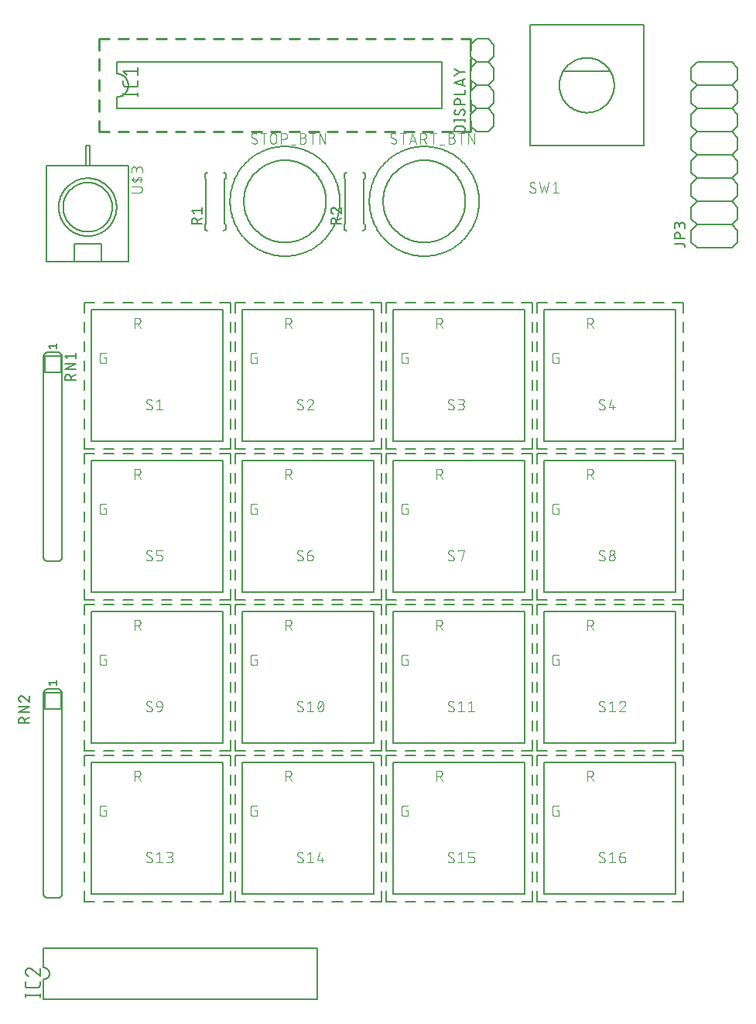
<source format=gbr>
G04 EAGLE Gerber RS-274X export*
G75*
%MOMM*%
%FSLAX34Y34*%
%LPD*%
%INSilkscreen Top*%
%IPPOS*%
%AMOC8*
5,1,8,0,0,1.08239X$1,22.5*%
G01*
%ADD10C,0.254000*%
%ADD11C,0.203200*%
%ADD12C,0.101600*%
%ADD13C,0.127000*%
%ADD14C,0.152400*%
%ADD15C,0.177800*%


D10*
X88900Y952500D02*
X99720Y952500D01*
X109720Y952500D02*
X120540Y952500D01*
X130540Y952500D02*
X141360Y952500D01*
X151360Y952500D02*
X162180Y952500D01*
X172180Y952500D02*
X183000Y952500D01*
X193000Y952500D02*
X203820Y952500D01*
X213820Y952500D02*
X224640Y952500D01*
X234640Y952500D02*
X245460Y952500D01*
X255460Y952500D02*
X266280Y952500D01*
X276280Y952500D02*
X287100Y952500D01*
X297100Y952500D02*
X307920Y952500D01*
X317920Y952500D02*
X328740Y952500D01*
X338740Y952500D02*
X349560Y952500D01*
X359560Y952500D02*
X370380Y952500D01*
X380380Y952500D02*
X391200Y952500D01*
X401200Y952500D02*
X412020Y952500D01*
X422020Y952500D02*
X432840Y952500D01*
X442840Y952500D02*
X453660Y952500D01*
X463660Y952500D02*
X474480Y952500D01*
X484480Y952500D02*
X495300Y952500D01*
X495300Y940180D01*
X495300Y930180D02*
X495300Y917860D01*
X495300Y907860D02*
X495300Y895540D01*
X495300Y885540D02*
X495300Y873220D01*
X495300Y863220D02*
X495300Y850900D01*
X484480Y850900D01*
X474480Y850900D02*
X463660Y850900D01*
X453660Y850900D02*
X442840Y850900D01*
X432840Y850900D02*
X422020Y850900D01*
X412020Y850900D02*
X401200Y850900D01*
X391200Y850900D02*
X380380Y850900D01*
X370380Y850900D02*
X359560Y850900D01*
X349560Y850900D02*
X338740Y850900D01*
X328740Y850900D02*
X317920Y850900D01*
X307920Y850900D02*
X297100Y850900D01*
X287100Y850900D02*
X276280Y850900D01*
X266280Y850900D02*
X255460Y850900D01*
X245460Y850900D02*
X234640Y850900D01*
X224640Y850900D02*
X213820Y850900D01*
X203820Y850900D02*
X193000Y850900D01*
X183000Y850900D02*
X172180Y850900D01*
X162180Y850900D02*
X151360Y850900D01*
X141360Y850900D02*
X130540Y850900D01*
X120540Y850900D02*
X109720Y850900D01*
X99720Y850900D02*
X88900Y850900D01*
X88900Y863220D01*
X88900Y873220D02*
X88900Y885540D01*
X88900Y895540D02*
X88900Y907860D01*
X88900Y917860D02*
X88900Y930180D01*
X88900Y940180D02*
X88900Y952500D01*
D11*
X80400Y512200D02*
X224400Y512200D01*
X224400Y656200D01*
X80400Y656200D01*
X80400Y512200D01*
D12*
X93952Y603899D02*
X95899Y603899D01*
X95899Y597408D01*
X92004Y597408D01*
X91905Y597410D01*
X91805Y597416D01*
X91706Y597425D01*
X91608Y597438D01*
X91510Y597455D01*
X91412Y597476D01*
X91316Y597501D01*
X91221Y597529D01*
X91127Y597561D01*
X91034Y597596D01*
X90942Y597635D01*
X90852Y597678D01*
X90764Y597723D01*
X90677Y597773D01*
X90593Y597825D01*
X90510Y597881D01*
X90430Y597939D01*
X90352Y598001D01*
X90277Y598066D01*
X90204Y598134D01*
X90134Y598204D01*
X90066Y598277D01*
X90001Y598352D01*
X89939Y598430D01*
X89881Y598510D01*
X89825Y598593D01*
X89773Y598677D01*
X89723Y598764D01*
X89678Y598852D01*
X89635Y598942D01*
X89596Y599034D01*
X89561Y599127D01*
X89529Y599221D01*
X89501Y599316D01*
X89476Y599412D01*
X89455Y599510D01*
X89438Y599608D01*
X89425Y599706D01*
X89416Y599805D01*
X89410Y599905D01*
X89408Y600004D01*
X89408Y606496D01*
X89410Y606595D01*
X89416Y606695D01*
X89425Y606794D01*
X89438Y606892D01*
X89455Y606990D01*
X89476Y607088D01*
X89501Y607184D01*
X89529Y607279D01*
X89561Y607373D01*
X89596Y607466D01*
X89635Y607558D01*
X89678Y607648D01*
X89723Y607736D01*
X89773Y607823D01*
X89825Y607907D01*
X89881Y607990D01*
X89939Y608070D01*
X90001Y608148D01*
X90066Y608223D01*
X90134Y608296D01*
X90204Y608366D01*
X90277Y608434D01*
X90352Y608499D01*
X90430Y608561D01*
X90510Y608619D01*
X90593Y608675D01*
X90677Y608727D01*
X90764Y608777D01*
X90852Y608822D01*
X90942Y608865D01*
X91034Y608904D01*
X91126Y608939D01*
X91221Y608971D01*
X91316Y608999D01*
X91412Y609024D01*
X91510Y609045D01*
X91608Y609062D01*
X91706Y609075D01*
X91805Y609084D01*
X91905Y609090D01*
X92004Y609092D01*
X95899Y609092D01*
X127508Y635508D02*
X127508Y647192D01*
X130754Y647192D01*
X130867Y647190D01*
X130980Y647184D01*
X131093Y647174D01*
X131206Y647160D01*
X131318Y647143D01*
X131429Y647121D01*
X131539Y647096D01*
X131649Y647066D01*
X131757Y647033D01*
X131864Y646996D01*
X131970Y646956D01*
X132074Y646911D01*
X132177Y646863D01*
X132278Y646812D01*
X132377Y646757D01*
X132474Y646699D01*
X132569Y646637D01*
X132662Y646572D01*
X132752Y646504D01*
X132840Y646433D01*
X132926Y646358D01*
X133009Y646281D01*
X133089Y646201D01*
X133166Y646118D01*
X133241Y646032D01*
X133312Y645944D01*
X133380Y645854D01*
X133445Y645761D01*
X133507Y645666D01*
X133565Y645569D01*
X133620Y645470D01*
X133671Y645369D01*
X133719Y645266D01*
X133764Y645162D01*
X133804Y645056D01*
X133841Y644949D01*
X133874Y644841D01*
X133904Y644731D01*
X133929Y644621D01*
X133951Y644510D01*
X133968Y644398D01*
X133982Y644285D01*
X133992Y644172D01*
X133998Y644059D01*
X134000Y643946D01*
X133998Y643833D01*
X133992Y643720D01*
X133982Y643607D01*
X133968Y643494D01*
X133951Y643382D01*
X133929Y643271D01*
X133904Y643161D01*
X133874Y643051D01*
X133841Y642943D01*
X133804Y642836D01*
X133764Y642730D01*
X133719Y642626D01*
X133671Y642523D01*
X133620Y642422D01*
X133565Y642323D01*
X133507Y642226D01*
X133445Y642131D01*
X133380Y642038D01*
X133312Y641948D01*
X133241Y641860D01*
X133166Y641774D01*
X133089Y641691D01*
X133009Y641611D01*
X132926Y641534D01*
X132840Y641459D01*
X132752Y641388D01*
X132662Y641320D01*
X132569Y641255D01*
X132474Y641193D01*
X132377Y641135D01*
X132278Y641080D01*
X132177Y641029D01*
X132074Y640981D01*
X131970Y640936D01*
X131864Y640896D01*
X131757Y640859D01*
X131649Y640826D01*
X131539Y640796D01*
X131429Y640771D01*
X131318Y640749D01*
X131206Y640732D01*
X131093Y640718D01*
X130980Y640708D01*
X130867Y640702D01*
X130754Y640700D01*
X130754Y640701D02*
X127508Y640701D01*
X131403Y640701D02*
X133999Y635508D01*
D13*
X72390Y652958D02*
X72390Y664210D01*
X72390Y642958D02*
X72390Y631705D01*
X72390Y621705D02*
X72390Y610453D01*
X72390Y600453D02*
X72390Y589200D01*
X72390Y579200D02*
X72390Y567948D01*
X72390Y557948D02*
X72390Y546695D01*
X72390Y536695D02*
X72390Y525443D01*
X72390Y515443D02*
X72390Y504190D01*
X72390Y664210D02*
X83643Y664210D01*
X93643Y664210D02*
X104895Y664210D01*
X114895Y664210D02*
X126148Y664210D01*
X136148Y664210D02*
X147400Y664210D01*
X157400Y664210D02*
X168653Y664210D01*
X178653Y664210D02*
X189905Y664210D01*
X199905Y664210D02*
X211158Y664210D01*
X221158Y664210D02*
X232410Y664210D01*
X83643Y504190D02*
X72390Y504190D01*
X93643Y504190D02*
X104895Y504190D01*
X114895Y504190D02*
X126148Y504190D01*
X136148Y504190D02*
X147400Y504190D01*
X157400Y504190D02*
X168653Y504190D01*
X178653Y504190D02*
X189905Y504190D01*
X199905Y504190D02*
X211158Y504190D01*
X221158Y504190D02*
X232410Y504190D01*
X232410Y515443D01*
X232410Y525443D02*
X232410Y536695D01*
X232410Y546695D02*
X232410Y557948D01*
X232410Y567948D02*
X232410Y579200D01*
X232410Y589200D02*
X232410Y600453D01*
X232410Y610453D02*
X232410Y621705D01*
X232410Y631705D02*
X232410Y642958D01*
X232410Y652958D02*
X232410Y664210D01*
D12*
X146699Y549204D02*
X146697Y549105D01*
X146691Y549005D01*
X146682Y548906D01*
X146669Y548808D01*
X146652Y548710D01*
X146631Y548612D01*
X146606Y548516D01*
X146578Y548421D01*
X146546Y548327D01*
X146511Y548234D01*
X146472Y548142D01*
X146429Y548052D01*
X146384Y547964D01*
X146334Y547877D01*
X146282Y547793D01*
X146226Y547710D01*
X146168Y547630D01*
X146106Y547552D01*
X146041Y547477D01*
X145973Y547404D01*
X145903Y547334D01*
X145830Y547266D01*
X145755Y547201D01*
X145677Y547139D01*
X145597Y547081D01*
X145514Y547025D01*
X145430Y546973D01*
X145343Y546923D01*
X145255Y546878D01*
X145165Y546835D01*
X145073Y546796D01*
X144980Y546761D01*
X144886Y546729D01*
X144791Y546701D01*
X144695Y546676D01*
X144597Y546655D01*
X144499Y546638D01*
X144401Y546625D01*
X144302Y546616D01*
X144202Y546610D01*
X144103Y546608D01*
X143959Y546610D01*
X143814Y546616D01*
X143670Y546625D01*
X143527Y546638D01*
X143383Y546655D01*
X143240Y546676D01*
X143098Y546701D01*
X142957Y546729D01*
X142816Y546761D01*
X142676Y546797D01*
X142537Y546836D01*
X142399Y546879D01*
X142263Y546926D01*
X142127Y546976D01*
X141993Y547030D01*
X141861Y547087D01*
X141730Y547148D01*
X141601Y547212D01*
X141473Y547280D01*
X141347Y547350D01*
X141223Y547425D01*
X141102Y547502D01*
X140982Y547583D01*
X140864Y547666D01*
X140749Y547753D01*
X140636Y547843D01*
X140525Y547936D01*
X140417Y548031D01*
X140311Y548130D01*
X140208Y548231D01*
X140533Y555696D02*
X140535Y555795D01*
X140541Y555895D01*
X140550Y555994D01*
X140563Y556092D01*
X140580Y556190D01*
X140601Y556288D01*
X140626Y556384D01*
X140654Y556479D01*
X140686Y556573D01*
X140721Y556666D01*
X140760Y556758D01*
X140803Y556848D01*
X140848Y556936D01*
X140898Y557023D01*
X140950Y557107D01*
X141006Y557190D01*
X141064Y557270D01*
X141126Y557348D01*
X141191Y557423D01*
X141259Y557496D01*
X141329Y557566D01*
X141402Y557634D01*
X141477Y557699D01*
X141555Y557761D01*
X141635Y557819D01*
X141718Y557875D01*
X141802Y557927D01*
X141889Y557977D01*
X141977Y558022D01*
X142067Y558065D01*
X142159Y558104D01*
X142252Y558139D01*
X142346Y558171D01*
X142441Y558199D01*
X142538Y558224D01*
X142635Y558245D01*
X142733Y558262D01*
X142831Y558275D01*
X142930Y558284D01*
X143030Y558290D01*
X143129Y558292D01*
X143265Y558290D01*
X143401Y558284D01*
X143537Y558275D01*
X143673Y558262D01*
X143808Y558244D01*
X143942Y558224D01*
X144076Y558199D01*
X144210Y558171D01*
X144342Y558138D01*
X144473Y558103D01*
X144604Y558063D01*
X144733Y558020D01*
X144861Y557974D01*
X144987Y557923D01*
X145113Y557870D01*
X145236Y557812D01*
X145358Y557752D01*
X145478Y557688D01*
X145597Y557620D01*
X145713Y557550D01*
X145827Y557476D01*
X145940Y557399D01*
X146050Y557318D01*
X141831Y553424D02*
X141745Y553477D01*
X141661Y553534D01*
X141579Y553593D01*
X141499Y553656D01*
X141422Y553722D01*
X141347Y553790D01*
X141275Y553862D01*
X141206Y553936D01*
X141140Y554013D01*
X141077Y554092D01*
X141017Y554174D01*
X140960Y554258D01*
X140906Y554344D01*
X140856Y554432D01*
X140809Y554522D01*
X140765Y554613D01*
X140726Y554707D01*
X140689Y554801D01*
X140657Y554897D01*
X140628Y554995D01*
X140603Y555093D01*
X140582Y555192D01*
X140564Y555292D01*
X140551Y555392D01*
X140541Y555493D01*
X140535Y555595D01*
X140533Y555696D01*
X145401Y551476D02*
X145487Y551423D01*
X145571Y551366D01*
X145653Y551307D01*
X145733Y551244D01*
X145810Y551178D01*
X145885Y551110D01*
X145957Y551038D01*
X146026Y550964D01*
X146092Y550887D01*
X146155Y550808D01*
X146215Y550726D01*
X146272Y550642D01*
X146326Y550556D01*
X146376Y550468D01*
X146423Y550378D01*
X146467Y550287D01*
X146506Y550193D01*
X146543Y550099D01*
X146575Y550003D01*
X146604Y549905D01*
X146629Y549807D01*
X146650Y549708D01*
X146668Y549608D01*
X146681Y549508D01*
X146691Y549407D01*
X146697Y549305D01*
X146699Y549204D01*
X145401Y551476D02*
X141831Y553424D01*
X151257Y555696D02*
X154503Y558292D01*
X154503Y546608D01*
X157748Y546608D02*
X151257Y546608D01*
D11*
X245500Y512200D02*
X389500Y512200D01*
X389500Y656200D01*
X245500Y656200D01*
X245500Y512200D01*
D12*
X259052Y603899D02*
X260999Y603899D01*
X260999Y597408D01*
X257104Y597408D01*
X257005Y597410D01*
X256905Y597416D01*
X256806Y597425D01*
X256708Y597438D01*
X256610Y597455D01*
X256512Y597476D01*
X256416Y597501D01*
X256321Y597529D01*
X256227Y597561D01*
X256134Y597596D01*
X256042Y597635D01*
X255952Y597678D01*
X255864Y597723D01*
X255777Y597773D01*
X255693Y597825D01*
X255610Y597881D01*
X255530Y597939D01*
X255452Y598001D01*
X255377Y598066D01*
X255304Y598134D01*
X255234Y598204D01*
X255166Y598277D01*
X255101Y598352D01*
X255039Y598430D01*
X254981Y598510D01*
X254925Y598593D01*
X254873Y598677D01*
X254823Y598764D01*
X254778Y598852D01*
X254735Y598942D01*
X254696Y599034D01*
X254661Y599127D01*
X254629Y599221D01*
X254601Y599316D01*
X254576Y599412D01*
X254555Y599510D01*
X254538Y599608D01*
X254525Y599706D01*
X254516Y599805D01*
X254510Y599905D01*
X254508Y600004D01*
X254508Y606496D01*
X254510Y606595D01*
X254516Y606695D01*
X254525Y606794D01*
X254538Y606892D01*
X254555Y606990D01*
X254576Y607088D01*
X254601Y607184D01*
X254629Y607279D01*
X254661Y607373D01*
X254696Y607466D01*
X254735Y607558D01*
X254778Y607648D01*
X254823Y607736D01*
X254873Y607823D01*
X254925Y607907D01*
X254981Y607990D01*
X255039Y608070D01*
X255101Y608148D01*
X255166Y608223D01*
X255234Y608296D01*
X255304Y608366D01*
X255377Y608434D01*
X255452Y608499D01*
X255530Y608561D01*
X255610Y608619D01*
X255693Y608675D01*
X255777Y608727D01*
X255864Y608777D01*
X255952Y608822D01*
X256042Y608865D01*
X256134Y608904D01*
X256226Y608939D01*
X256321Y608971D01*
X256416Y608999D01*
X256512Y609024D01*
X256610Y609045D01*
X256708Y609062D01*
X256806Y609075D01*
X256905Y609084D01*
X257005Y609090D01*
X257104Y609092D01*
X260999Y609092D01*
X292608Y635508D02*
X292608Y647192D01*
X295854Y647192D01*
X295967Y647190D01*
X296080Y647184D01*
X296193Y647174D01*
X296306Y647160D01*
X296418Y647143D01*
X296529Y647121D01*
X296639Y647096D01*
X296749Y647066D01*
X296857Y647033D01*
X296964Y646996D01*
X297070Y646956D01*
X297174Y646911D01*
X297277Y646863D01*
X297378Y646812D01*
X297477Y646757D01*
X297574Y646699D01*
X297669Y646637D01*
X297762Y646572D01*
X297852Y646504D01*
X297940Y646433D01*
X298026Y646358D01*
X298109Y646281D01*
X298189Y646201D01*
X298266Y646118D01*
X298341Y646032D01*
X298412Y645944D01*
X298480Y645854D01*
X298545Y645761D01*
X298607Y645666D01*
X298665Y645569D01*
X298720Y645470D01*
X298771Y645369D01*
X298819Y645266D01*
X298864Y645162D01*
X298904Y645056D01*
X298941Y644949D01*
X298974Y644841D01*
X299004Y644731D01*
X299029Y644621D01*
X299051Y644510D01*
X299068Y644398D01*
X299082Y644285D01*
X299092Y644172D01*
X299098Y644059D01*
X299100Y643946D01*
X299098Y643833D01*
X299092Y643720D01*
X299082Y643607D01*
X299068Y643494D01*
X299051Y643382D01*
X299029Y643271D01*
X299004Y643161D01*
X298974Y643051D01*
X298941Y642943D01*
X298904Y642836D01*
X298864Y642730D01*
X298819Y642626D01*
X298771Y642523D01*
X298720Y642422D01*
X298665Y642323D01*
X298607Y642226D01*
X298545Y642131D01*
X298480Y642038D01*
X298412Y641948D01*
X298341Y641860D01*
X298266Y641774D01*
X298189Y641691D01*
X298109Y641611D01*
X298026Y641534D01*
X297940Y641459D01*
X297852Y641388D01*
X297762Y641320D01*
X297669Y641255D01*
X297574Y641193D01*
X297477Y641135D01*
X297378Y641080D01*
X297277Y641029D01*
X297174Y640981D01*
X297070Y640936D01*
X296964Y640896D01*
X296857Y640859D01*
X296749Y640826D01*
X296639Y640796D01*
X296529Y640771D01*
X296418Y640749D01*
X296306Y640732D01*
X296193Y640718D01*
X296080Y640708D01*
X295967Y640702D01*
X295854Y640700D01*
X295854Y640701D02*
X292608Y640701D01*
X296503Y640701D02*
X299099Y635508D01*
D13*
X237490Y652958D02*
X237490Y664210D01*
X237490Y642958D02*
X237490Y631705D01*
X237490Y621705D02*
X237490Y610453D01*
X237490Y600453D02*
X237490Y589200D01*
X237490Y579200D02*
X237490Y567948D01*
X237490Y557948D02*
X237490Y546695D01*
X237490Y536695D02*
X237490Y525443D01*
X237490Y515443D02*
X237490Y504190D01*
X237490Y664210D02*
X248743Y664210D01*
X258743Y664210D02*
X269995Y664210D01*
X279995Y664210D02*
X291248Y664210D01*
X301248Y664210D02*
X312500Y664210D01*
X322500Y664210D02*
X333753Y664210D01*
X343753Y664210D02*
X355005Y664210D01*
X365005Y664210D02*
X376258Y664210D01*
X386258Y664210D02*
X397510Y664210D01*
X248743Y504190D02*
X237490Y504190D01*
X258743Y504190D02*
X269995Y504190D01*
X279995Y504190D02*
X291248Y504190D01*
X301248Y504190D02*
X312500Y504190D01*
X322500Y504190D02*
X333753Y504190D01*
X343753Y504190D02*
X355005Y504190D01*
X365005Y504190D02*
X376258Y504190D01*
X386258Y504190D02*
X397510Y504190D01*
X397510Y515443D01*
X397510Y525443D02*
X397510Y536695D01*
X397510Y546695D02*
X397510Y557948D01*
X397510Y567948D02*
X397510Y579200D01*
X397510Y589200D02*
X397510Y600453D01*
X397510Y610453D02*
X397510Y621705D01*
X397510Y631705D02*
X397510Y642958D01*
X397510Y652958D02*
X397510Y664210D01*
D12*
X311799Y549204D02*
X311797Y549105D01*
X311791Y549005D01*
X311782Y548906D01*
X311769Y548808D01*
X311752Y548710D01*
X311731Y548612D01*
X311706Y548516D01*
X311678Y548421D01*
X311646Y548327D01*
X311611Y548234D01*
X311572Y548142D01*
X311529Y548052D01*
X311484Y547964D01*
X311434Y547877D01*
X311382Y547793D01*
X311326Y547710D01*
X311268Y547630D01*
X311206Y547552D01*
X311141Y547477D01*
X311073Y547404D01*
X311003Y547334D01*
X310930Y547266D01*
X310855Y547201D01*
X310777Y547139D01*
X310697Y547081D01*
X310614Y547025D01*
X310530Y546973D01*
X310443Y546923D01*
X310355Y546878D01*
X310265Y546835D01*
X310173Y546796D01*
X310080Y546761D01*
X309986Y546729D01*
X309891Y546701D01*
X309795Y546676D01*
X309697Y546655D01*
X309599Y546638D01*
X309501Y546625D01*
X309402Y546616D01*
X309302Y546610D01*
X309203Y546608D01*
X309059Y546610D01*
X308914Y546616D01*
X308770Y546625D01*
X308627Y546638D01*
X308483Y546655D01*
X308340Y546676D01*
X308198Y546701D01*
X308057Y546729D01*
X307916Y546761D01*
X307776Y546797D01*
X307637Y546836D01*
X307499Y546879D01*
X307363Y546926D01*
X307227Y546976D01*
X307093Y547030D01*
X306961Y547087D01*
X306830Y547148D01*
X306701Y547212D01*
X306573Y547280D01*
X306447Y547350D01*
X306323Y547425D01*
X306202Y547502D01*
X306082Y547583D01*
X305964Y547666D01*
X305849Y547753D01*
X305736Y547843D01*
X305625Y547936D01*
X305517Y548031D01*
X305411Y548130D01*
X305308Y548231D01*
X305633Y555696D02*
X305635Y555795D01*
X305641Y555895D01*
X305650Y555994D01*
X305663Y556092D01*
X305680Y556190D01*
X305701Y556288D01*
X305726Y556384D01*
X305754Y556479D01*
X305786Y556573D01*
X305821Y556666D01*
X305860Y556758D01*
X305903Y556848D01*
X305948Y556936D01*
X305998Y557023D01*
X306050Y557107D01*
X306106Y557190D01*
X306164Y557270D01*
X306226Y557348D01*
X306291Y557423D01*
X306359Y557496D01*
X306429Y557566D01*
X306502Y557634D01*
X306577Y557699D01*
X306655Y557761D01*
X306735Y557819D01*
X306818Y557875D01*
X306902Y557927D01*
X306989Y557977D01*
X307077Y558022D01*
X307167Y558065D01*
X307259Y558104D01*
X307352Y558139D01*
X307446Y558171D01*
X307541Y558199D01*
X307638Y558224D01*
X307735Y558245D01*
X307833Y558262D01*
X307931Y558275D01*
X308030Y558284D01*
X308130Y558290D01*
X308229Y558292D01*
X308365Y558290D01*
X308501Y558284D01*
X308637Y558275D01*
X308773Y558262D01*
X308908Y558244D01*
X309042Y558224D01*
X309176Y558199D01*
X309310Y558171D01*
X309442Y558138D01*
X309573Y558103D01*
X309704Y558063D01*
X309833Y558020D01*
X309961Y557974D01*
X310087Y557923D01*
X310213Y557870D01*
X310336Y557812D01*
X310458Y557752D01*
X310578Y557688D01*
X310697Y557620D01*
X310813Y557550D01*
X310927Y557476D01*
X311040Y557399D01*
X311150Y557318D01*
X306931Y553424D02*
X306845Y553477D01*
X306761Y553534D01*
X306679Y553593D01*
X306599Y553656D01*
X306522Y553722D01*
X306447Y553790D01*
X306375Y553862D01*
X306306Y553936D01*
X306240Y554013D01*
X306177Y554092D01*
X306117Y554174D01*
X306060Y554258D01*
X306006Y554344D01*
X305956Y554432D01*
X305909Y554522D01*
X305865Y554613D01*
X305826Y554707D01*
X305789Y554801D01*
X305757Y554897D01*
X305728Y554995D01*
X305703Y555093D01*
X305682Y555192D01*
X305664Y555292D01*
X305651Y555392D01*
X305641Y555493D01*
X305635Y555595D01*
X305633Y555696D01*
X310501Y551476D02*
X310587Y551423D01*
X310671Y551366D01*
X310753Y551307D01*
X310833Y551244D01*
X310910Y551178D01*
X310985Y551110D01*
X311057Y551038D01*
X311126Y550964D01*
X311192Y550887D01*
X311255Y550808D01*
X311315Y550726D01*
X311372Y550642D01*
X311426Y550556D01*
X311476Y550468D01*
X311523Y550378D01*
X311567Y550287D01*
X311606Y550193D01*
X311643Y550099D01*
X311675Y550003D01*
X311704Y549905D01*
X311729Y549807D01*
X311750Y549708D01*
X311768Y549608D01*
X311781Y549508D01*
X311791Y549407D01*
X311797Y549305D01*
X311799Y549204D01*
X310501Y551476D02*
X306931Y553424D01*
X319927Y558292D02*
X320034Y558290D01*
X320140Y558284D01*
X320246Y558274D01*
X320352Y558261D01*
X320458Y558243D01*
X320562Y558222D01*
X320666Y558197D01*
X320769Y558168D01*
X320870Y558136D01*
X320970Y558099D01*
X321069Y558059D01*
X321167Y558016D01*
X321263Y557969D01*
X321357Y557918D01*
X321449Y557864D01*
X321539Y557807D01*
X321627Y557747D01*
X321712Y557683D01*
X321795Y557616D01*
X321876Y557546D01*
X321954Y557474D01*
X322030Y557398D01*
X322102Y557320D01*
X322172Y557239D01*
X322239Y557156D01*
X322303Y557071D01*
X322363Y556983D01*
X322420Y556893D01*
X322474Y556801D01*
X322525Y556707D01*
X322572Y556611D01*
X322615Y556513D01*
X322655Y556414D01*
X322692Y556314D01*
X322724Y556213D01*
X322753Y556110D01*
X322778Y556006D01*
X322799Y555902D01*
X322817Y555796D01*
X322830Y555690D01*
X322840Y555584D01*
X322846Y555478D01*
X322848Y555371D01*
X319927Y558292D02*
X319806Y558290D01*
X319685Y558284D01*
X319565Y558274D01*
X319444Y558261D01*
X319325Y558243D01*
X319205Y558222D01*
X319087Y558197D01*
X318970Y558168D01*
X318853Y558135D01*
X318738Y558099D01*
X318624Y558058D01*
X318511Y558015D01*
X318399Y557967D01*
X318290Y557916D01*
X318182Y557861D01*
X318075Y557803D01*
X317971Y557742D01*
X317869Y557677D01*
X317769Y557609D01*
X317671Y557538D01*
X317575Y557464D01*
X317482Y557387D01*
X317392Y557306D01*
X317304Y557223D01*
X317219Y557137D01*
X317136Y557048D01*
X317057Y556957D01*
X316980Y556863D01*
X316907Y556767D01*
X316837Y556669D01*
X316770Y556568D01*
X316706Y556465D01*
X316646Y556360D01*
X316589Y556253D01*
X316535Y556145D01*
X316485Y556035D01*
X316439Y555923D01*
X316396Y555810D01*
X316357Y555695D01*
X321875Y553099D02*
X321954Y553176D01*
X322030Y553257D01*
X322103Y553340D01*
X322173Y553425D01*
X322240Y553513D01*
X322304Y553603D01*
X322364Y553695D01*
X322421Y553790D01*
X322475Y553886D01*
X322526Y553984D01*
X322573Y554084D01*
X322617Y554186D01*
X322657Y554289D01*
X322693Y554393D01*
X322725Y554499D01*
X322754Y554605D01*
X322779Y554713D01*
X322801Y554821D01*
X322818Y554931D01*
X322832Y555040D01*
X322841Y555150D01*
X322847Y555261D01*
X322849Y555371D01*
X321874Y553099D02*
X316357Y546608D01*
X322848Y546608D01*
D11*
X410600Y512200D02*
X554600Y512200D01*
X554600Y656200D01*
X410600Y656200D01*
X410600Y512200D01*
D12*
X424152Y603899D02*
X426099Y603899D01*
X426099Y597408D01*
X422204Y597408D01*
X422105Y597410D01*
X422005Y597416D01*
X421906Y597425D01*
X421808Y597438D01*
X421710Y597455D01*
X421612Y597476D01*
X421516Y597501D01*
X421421Y597529D01*
X421327Y597561D01*
X421234Y597596D01*
X421142Y597635D01*
X421052Y597678D01*
X420964Y597723D01*
X420877Y597773D01*
X420793Y597825D01*
X420710Y597881D01*
X420630Y597939D01*
X420552Y598001D01*
X420477Y598066D01*
X420404Y598134D01*
X420334Y598204D01*
X420266Y598277D01*
X420201Y598352D01*
X420139Y598430D01*
X420081Y598510D01*
X420025Y598593D01*
X419973Y598677D01*
X419923Y598764D01*
X419878Y598852D01*
X419835Y598942D01*
X419796Y599034D01*
X419761Y599127D01*
X419729Y599221D01*
X419701Y599316D01*
X419676Y599412D01*
X419655Y599510D01*
X419638Y599608D01*
X419625Y599706D01*
X419616Y599805D01*
X419610Y599905D01*
X419608Y600004D01*
X419608Y606496D01*
X419610Y606595D01*
X419616Y606695D01*
X419625Y606794D01*
X419638Y606892D01*
X419655Y606990D01*
X419676Y607088D01*
X419701Y607184D01*
X419729Y607279D01*
X419761Y607373D01*
X419796Y607466D01*
X419835Y607558D01*
X419878Y607648D01*
X419923Y607736D01*
X419973Y607823D01*
X420025Y607907D01*
X420081Y607990D01*
X420139Y608070D01*
X420201Y608148D01*
X420266Y608223D01*
X420334Y608296D01*
X420404Y608366D01*
X420477Y608434D01*
X420552Y608499D01*
X420630Y608561D01*
X420710Y608619D01*
X420793Y608675D01*
X420877Y608727D01*
X420964Y608777D01*
X421052Y608822D01*
X421142Y608865D01*
X421234Y608904D01*
X421326Y608939D01*
X421421Y608971D01*
X421516Y608999D01*
X421612Y609024D01*
X421710Y609045D01*
X421808Y609062D01*
X421906Y609075D01*
X422005Y609084D01*
X422105Y609090D01*
X422204Y609092D01*
X426099Y609092D01*
X457708Y635508D02*
X457708Y647192D01*
X460954Y647192D01*
X461067Y647190D01*
X461180Y647184D01*
X461293Y647174D01*
X461406Y647160D01*
X461518Y647143D01*
X461629Y647121D01*
X461739Y647096D01*
X461849Y647066D01*
X461957Y647033D01*
X462064Y646996D01*
X462170Y646956D01*
X462274Y646911D01*
X462377Y646863D01*
X462478Y646812D01*
X462577Y646757D01*
X462674Y646699D01*
X462769Y646637D01*
X462862Y646572D01*
X462952Y646504D01*
X463040Y646433D01*
X463126Y646358D01*
X463209Y646281D01*
X463289Y646201D01*
X463366Y646118D01*
X463441Y646032D01*
X463512Y645944D01*
X463580Y645854D01*
X463645Y645761D01*
X463707Y645666D01*
X463765Y645569D01*
X463820Y645470D01*
X463871Y645369D01*
X463919Y645266D01*
X463964Y645162D01*
X464004Y645056D01*
X464041Y644949D01*
X464074Y644841D01*
X464104Y644731D01*
X464129Y644621D01*
X464151Y644510D01*
X464168Y644398D01*
X464182Y644285D01*
X464192Y644172D01*
X464198Y644059D01*
X464200Y643946D01*
X464198Y643833D01*
X464192Y643720D01*
X464182Y643607D01*
X464168Y643494D01*
X464151Y643382D01*
X464129Y643271D01*
X464104Y643161D01*
X464074Y643051D01*
X464041Y642943D01*
X464004Y642836D01*
X463964Y642730D01*
X463919Y642626D01*
X463871Y642523D01*
X463820Y642422D01*
X463765Y642323D01*
X463707Y642226D01*
X463645Y642131D01*
X463580Y642038D01*
X463512Y641948D01*
X463441Y641860D01*
X463366Y641774D01*
X463289Y641691D01*
X463209Y641611D01*
X463126Y641534D01*
X463040Y641459D01*
X462952Y641388D01*
X462862Y641320D01*
X462769Y641255D01*
X462674Y641193D01*
X462577Y641135D01*
X462478Y641080D01*
X462377Y641029D01*
X462274Y640981D01*
X462170Y640936D01*
X462064Y640896D01*
X461957Y640859D01*
X461849Y640826D01*
X461739Y640796D01*
X461629Y640771D01*
X461518Y640749D01*
X461406Y640732D01*
X461293Y640718D01*
X461180Y640708D01*
X461067Y640702D01*
X460954Y640700D01*
X460954Y640701D02*
X457708Y640701D01*
X461603Y640701D02*
X464199Y635508D01*
D13*
X402590Y652958D02*
X402590Y664210D01*
X402590Y642958D02*
X402590Y631705D01*
X402590Y621705D02*
X402590Y610453D01*
X402590Y600453D02*
X402590Y589200D01*
X402590Y579200D02*
X402590Y567948D01*
X402590Y557948D02*
X402590Y546695D01*
X402590Y536695D02*
X402590Y525443D01*
X402590Y515443D02*
X402590Y504190D01*
X402590Y664210D02*
X413843Y664210D01*
X423843Y664210D02*
X435095Y664210D01*
X445095Y664210D02*
X456348Y664210D01*
X466348Y664210D02*
X477600Y664210D01*
X487600Y664210D02*
X498853Y664210D01*
X508853Y664210D02*
X520105Y664210D01*
X530105Y664210D02*
X541358Y664210D01*
X551358Y664210D02*
X562610Y664210D01*
X413843Y504190D02*
X402590Y504190D01*
X423843Y504190D02*
X435095Y504190D01*
X445095Y504190D02*
X456348Y504190D01*
X466348Y504190D02*
X477600Y504190D01*
X487600Y504190D02*
X498853Y504190D01*
X508853Y504190D02*
X520105Y504190D01*
X530105Y504190D02*
X541358Y504190D01*
X551358Y504190D02*
X562610Y504190D01*
X562610Y515443D01*
X562610Y525443D02*
X562610Y536695D01*
X562610Y546695D02*
X562610Y557948D01*
X562610Y567948D02*
X562610Y579200D01*
X562610Y589200D02*
X562610Y600453D01*
X562610Y610453D02*
X562610Y621705D01*
X562610Y631705D02*
X562610Y642958D01*
X562610Y652958D02*
X562610Y664210D01*
D12*
X476899Y549204D02*
X476897Y549105D01*
X476891Y549005D01*
X476882Y548906D01*
X476869Y548808D01*
X476852Y548710D01*
X476831Y548612D01*
X476806Y548516D01*
X476778Y548421D01*
X476746Y548327D01*
X476711Y548234D01*
X476672Y548142D01*
X476629Y548052D01*
X476584Y547964D01*
X476534Y547877D01*
X476482Y547793D01*
X476426Y547710D01*
X476368Y547630D01*
X476306Y547552D01*
X476241Y547477D01*
X476173Y547404D01*
X476103Y547334D01*
X476030Y547266D01*
X475955Y547201D01*
X475877Y547139D01*
X475797Y547081D01*
X475714Y547025D01*
X475630Y546973D01*
X475543Y546923D01*
X475455Y546878D01*
X475365Y546835D01*
X475273Y546796D01*
X475180Y546761D01*
X475086Y546729D01*
X474991Y546701D01*
X474895Y546676D01*
X474797Y546655D01*
X474699Y546638D01*
X474601Y546625D01*
X474502Y546616D01*
X474402Y546610D01*
X474303Y546608D01*
X474159Y546610D01*
X474014Y546616D01*
X473870Y546625D01*
X473727Y546638D01*
X473583Y546655D01*
X473440Y546676D01*
X473298Y546701D01*
X473157Y546729D01*
X473016Y546761D01*
X472876Y546797D01*
X472737Y546836D01*
X472599Y546879D01*
X472463Y546926D01*
X472327Y546976D01*
X472193Y547030D01*
X472061Y547087D01*
X471930Y547148D01*
X471801Y547212D01*
X471673Y547280D01*
X471547Y547350D01*
X471423Y547425D01*
X471302Y547502D01*
X471182Y547583D01*
X471064Y547666D01*
X470949Y547753D01*
X470836Y547843D01*
X470725Y547936D01*
X470617Y548031D01*
X470511Y548130D01*
X470408Y548231D01*
X470733Y555696D02*
X470735Y555795D01*
X470741Y555895D01*
X470750Y555994D01*
X470763Y556092D01*
X470780Y556190D01*
X470801Y556288D01*
X470826Y556384D01*
X470854Y556479D01*
X470886Y556573D01*
X470921Y556666D01*
X470960Y556758D01*
X471003Y556848D01*
X471048Y556936D01*
X471098Y557023D01*
X471150Y557107D01*
X471206Y557190D01*
X471264Y557270D01*
X471326Y557348D01*
X471391Y557423D01*
X471459Y557496D01*
X471529Y557566D01*
X471602Y557634D01*
X471677Y557699D01*
X471755Y557761D01*
X471835Y557819D01*
X471918Y557875D01*
X472002Y557927D01*
X472089Y557977D01*
X472177Y558022D01*
X472267Y558065D01*
X472359Y558104D01*
X472452Y558139D01*
X472546Y558171D01*
X472641Y558199D01*
X472738Y558224D01*
X472835Y558245D01*
X472933Y558262D01*
X473031Y558275D01*
X473130Y558284D01*
X473230Y558290D01*
X473329Y558292D01*
X473465Y558290D01*
X473601Y558284D01*
X473737Y558275D01*
X473873Y558262D01*
X474008Y558244D01*
X474142Y558224D01*
X474276Y558199D01*
X474410Y558171D01*
X474542Y558138D01*
X474673Y558103D01*
X474804Y558063D01*
X474933Y558020D01*
X475061Y557974D01*
X475187Y557923D01*
X475313Y557870D01*
X475436Y557812D01*
X475558Y557752D01*
X475678Y557688D01*
X475797Y557620D01*
X475913Y557550D01*
X476027Y557476D01*
X476140Y557399D01*
X476250Y557318D01*
X472031Y553424D02*
X471945Y553477D01*
X471861Y553534D01*
X471779Y553593D01*
X471699Y553656D01*
X471622Y553722D01*
X471547Y553790D01*
X471475Y553862D01*
X471406Y553936D01*
X471340Y554013D01*
X471277Y554092D01*
X471217Y554174D01*
X471160Y554258D01*
X471106Y554344D01*
X471056Y554432D01*
X471009Y554522D01*
X470965Y554613D01*
X470926Y554707D01*
X470889Y554801D01*
X470857Y554897D01*
X470828Y554995D01*
X470803Y555093D01*
X470782Y555192D01*
X470764Y555292D01*
X470751Y555392D01*
X470741Y555493D01*
X470735Y555595D01*
X470733Y555696D01*
X475601Y551476D02*
X475687Y551423D01*
X475771Y551366D01*
X475853Y551307D01*
X475933Y551244D01*
X476010Y551178D01*
X476085Y551110D01*
X476157Y551038D01*
X476226Y550964D01*
X476292Y550887D01*
X476355Y550808D01*
X476415Y550726D01*
X476472Y550642D01*
X476526Y550556D01*
X476576Y550468D01*
X476623Y550378D01*
X476667Y550287D01*
X476706Y550193D01*
X476743Y550099D01*
X476775Y550003D01*
X476804Y549905D01*
X476829Y549807D01*
X476850Y549708D01*
X476868Y549608D01*
X476881Y549508D01*
X476891Y549407D01*
X476897Y549305D01*
X476899Y549204D01*
X475601Y551476D02*
X472031Y553424D01*
X481457Y546608D02*
X484703Y546608D01*
X484816Y546610D01*
X484929Y546616D01*
X485042Y546626D01*
X485155Y546640D01*
X485267Y546657D01*
X485378Y546679D01*
X485488Y546704D01*
X485598Y546734D01*
X485706Y546767D01*
X485813Y546804D01*
X485919Y546844D01*
X486023Y546889D01*
X486126Y546937D01*
X486227Y546988D01*
X486326Y547043D01*
X486423Y547101D01*
X486518Y547163D01*
X486611Y547228D01*
X486701Y547296D01*
X486789Y547367D01*
X486875Y547442D01*
X486958Y547519D01*
X487038Y547599D01*
X487115Y547682D01*
X487190Y547768D01*
X487261Y547856D01*
X487329Y547946D01*
X487394Y548039D01*
X487456Y548134D01*
X487514Y548231D01*
X487569Y548330D01*
X487620Y548431D01*
X487668Y548534D01*
X487713Y548638D01*
X487753Y548744D01*
X487790Y548851D01*
X487823Y548959D01*
X487853Y549069D01*
X487878Y549179D01*
X487900Y549290D01*
X487917Y549402D01*
X487931Y549515D01*
X487941Y549628D01*
X487947Y549741D01*
X487949Y549854D01*
X487947Y549967D01*
X487941Y550080D01*
X487931Y550193D01*
X487917Y550306D01*
X487900Y550418D01*
X487878Y550529D01*
X487853Y550639D01*
X487823Y550749D01*
X487790Y550857D01*
X487753Y550964D01*
X487713Y551070D01*
X487668Y551174D01*
X487620Y551277D01*
X487569Y551378D01*
X487514Y551477D01*
X487456Y551574D01*
X487394Y551669D01*
X487329Y551762D01*
X487261Y551852D01*
X487190Y551940D01*
X487115Y552026D01*
X487038Y552109D01*
X486958Y552189D01*
X486875Y552266D01*
X486789Y552341D01*
X486701Y552412D01*
X486611Y552480D01*
X486518Y552545D01*
X486423Y552607D01*
X486326Y552665D01*
X486227Y552720D01*
X486126Y552771D01*
X486023Y552819D01*
X485919Y552864D01*
X485813Y552904D01*
X485706Y552941D01*
X485598Y552974D01*
X485488Y553004D01*
X485378Y553029D01*
X485267Y553051D01*
X485155Y553068D01*
X485042Y553082D01*
X484929Y553092D01*
X484816Y553098D01*
X484703Y553100D01*
X485352Y558292D02*
X481457Y558292D01*
X485352Y558292D02*
X485453Y558290D01*
X485553Y558284D01*
X485653Y558274D01*
X485753Y558261D01*
X485852Y558243D01*
X485951Y558222D01*
X486048Y558197D01*
X486145Y558168D01*
X486240Y558135D01*
X486334Y558099D01*
X486426Y558059D01*
X486517Y558016D01*
X486606Y557969D01*
X486693Y557919D01*
X486779Y557865D01*
X486862Y557808D01*
X486942Y557748D01*
X487021Y557685D01*
X487097Y557618D01*
X487170Y557549D01*
X487240Y557477D01*
X487308Y557403D01*
X487373Y557326D01*
X487434Y557246D01*
X487493Y557164D01*
X487548Y557080D01*
X487600Y556994D01*
X487649Y556906D01*
X487694Y556816D01*
X487736Y556724D01*
X487774Y556631D01*
X487808Y556536D01*
X487839Y556441D01*
X487866Y556344D01*
X487889Y556246D01*
X487909Y556147D01*
X487924Y556047D01*
X487936Y555947D01*
X487944Y555847D01*
X487948Y555746D01*
X487948Y555646D01*
X487944Y555545D01*
X487936Y555445D01*
X487924Y555345D01*
X487909Y555245D01*
X487889Y555146D01*
X487866Y555048D01*
X487839Y554951D01*
X487808Y554856D01*
X487774Y554761D01*
X487736Y554668D01*
X487694Y554576D01*
X487649Y554486D01*
X487600Y554398D01*
X487548Y554312D01*
X487493Y554228D01*
X487434Y554146D01*
X487373Y554066D01*
X487308Y553989D01*
X487240Y553915D01*
X487170Y553843D01*
X487097Y553774D01*
X487021Y553707D01*
X486942Y553644D01*
X486862Y553584D01*
X486779Y553527D01*
X486693Y553473D01*
X486606Y553423D01*
X486517Y553376D01*
X486426Y553333D01*
X486334Y553293D01*
X486240Y553257D01*
X486145Y553224D01*
X486048Y553195D01*
X485951Y553170D01*
X485852Y553149D01*
X485753Y553131D01*
X485653Y553118D01*
X485553Y553108D01*
X485453Y553102D01*
X485352Y553100D01*
X485352Y553099D02*
X482755Y553099D01*
D11*
X575700Y512200D02*
X719700Y512200D01*
X719700Y656200D01*
X575700Y656200D01*
X575700Y512200D01*
D12*
X589252Y603899D02*
X591199Y603899D01*
X591199Y597408D01*
X587304Y597408D01*
X587205Y597410D01*
X587105Y597416D01*
X587006Y597425D01*
X586908Y597438D01*
X586810Y597455D01*
X586712Y597476D01*
X586616Y597501D01*
X586521Y597529D01*
X586427Y597561D01*
X586334Y597596D01*
X586242Y597635D01*
X586152Y597678D01*
X586064Y597723D01*
X585977Y597773D01*
X585893Y597825D01*
X585810Y597881D01*
X585730Y597939D01*
X585652Y598001D01*
X585577Y598066D01*
X585504Y598134D01*
X585434Y598204D01*
X585366Y598277D01*
X585301Y598352D01*
X585239Y598430D01*
X585181Y598510D01*
X585125Y598593D01*
X585073Y598677D01*
X585023Y598764D01*
X584978Y598852D01*
X584935Y598942D01*
X584896Y599034D01*
X584861Y599127D01*
X584829Y599221D01*
X584801Y599316D01*
X584776Y599412D01*
X584755Y599510D01*
X584738Y599608D01*
X584725Y599706D01*
X584716Y599805D01*
X584710Y599905D01*
X584708Y600004D01*
X584708Y606496D01*
X584710Y606595D01*
X584716Y606695D01*
X584725Y606794D01*
X584738Y606892D01*
X584755Y606990D01*
X584776Y607088D01*
X584801Y607184D01*
X584829Y607279D01*
X584861Y607373D01*
X584896Y607466D01*
X584935Y607558D01*
X584978Y607648D01*
X585023Y607736D01*
X585073Y607823D01*
X585125Y607907D01*
X585181Y607990D01*
X585239Y608070D01*
X585301Y608148D01*
X585366Y608223D01*
X585434Y608296D01*
X585504Y608366D01*
X585577Y608434D01*
X585652Y608499D01*
X585730Y608561D01*
X585810Y608619D01*
X585893Y608675D01*
X585977Y608727D01*
X586064Y608777D01*
X586152Y608822D01*
X586242Y608865D01*
X586334Y608904D01*
X586426Y608939D01*
X586521Y608971D01*
X586616Y608999D01*
X586712Y609024D01*
X586810Y609045D01*
X586908Y609062D01*
X587006Y609075D01*
X587105Y609084D01*
X587205Y609090D01*
X587304Y609092D01*
X591199Y609092D01*
X622808Y635508D02*
X622808Y647192D01*
X626054Y647192D01*
X626167Y647190D01*
X626280Y647184D01*
X626393Y647174D01*
X626506Y647160D01*
X626618Y647143D01*
X626729Y647121D01*
X626839Y647096D01*
X626949Y647066D01*
X627057Y647033D01*
X627164Y646996D01*
X627270Y646956D01*
X627374Y646911D01*
X627477Y646863D01*
X627578Y646812D01*
X627677Y646757D01*
X627774Y646699D01*
X627869Y646637D01*
X627962Y646572D01*
X628052Y646504D01*
X628140Y646433D01*
X628226Y646358D01*
X628309Y646281D01*
X628389Y646201D01*
X628466Y646118D01*
X628541Y646032D01*
X628612Y645944D01*
X628680Y645854D01*
X628745Y645761D01*
X628807Y645666D01*
X628865Y645569D01*
X628920Y645470D01*
X628971Y645369D01*
X629019Y645266D01*
X629064Y645162D01*
X629104Y645056D01*
X629141Y644949D01*
X629174Y644841D01*
X629204Y644731D01*
X629229Y644621D01*
X629251Y644510D01*
X629268Y644398D01*
X629282Y644285D01*
X629292Y644172D01*
X629298Y644059D01*
X629300Y643946D01*
X629298Y643833D01*
X629292Y643720D01*
X629282Y643607D01*
X629268Y643494D01*
X629251Y643382D01*
X629229Y643271D01*
X629204Y643161D01*
X629174Y643051D01*
X629141Y642943D01*
X629104Y642836D01*
X629064Y642730D01*
X629019Y642626D01*
X628971Y642523D01*
X628920Y642422D01*
X628865Y642323D01*
X628807Y642226D01*
X628745Y642131D01*
X628680Y642038D01*
X628612Y641948D01*
X628541Y641860D01*
X628466Y641774D01*
X628389Y641691D01*
X628309Y641611D01*
X628226Y641534D01*
X628140Y641459D01*
X628052Y641388D01*
X627962Y641320D01*
X627869Y641255D01*
X627774Y641193D01*
X627677Y641135D01*
X627578Y641080D01*
X627477Y641029D01*
X627374Y640981D01*
X627270Y640936D01*
X627164Y640896D01*
X627057Y640859D01*
X626949Y640826D01*
X626839Y640796D01*
X626729Y640771D01*
X626618Y640749D01*
X626506Y640732D01*
X626393Y640718D01*
X626280Y640708D01*
X626167Y640702D01*
X626054Y640700D01*
X626054Y640701D02*
X622808Y640701D01*
X626703Y640701D02*
X629299Y635508D01*
D13*
X567690Y652958D02*
X567690Y664210D01*
X567690Y642958D02*
X567690Y631705D01*
X567690Y621705D02*
X567690Y610453D01*
X567690Y600453D02*
X567690Y589200D01*
X567690Y579200D02*
X567690Y567948D01*
X567690Y557948D02*
X567690Y546695D01*
X567690Y536695D02*
X567690Y525443D01*
X567690Y515443D02*
X567690Y504190D01*
X567690Y664210D02*
X578943Y664210D01*
X588943Y664210D02*
X600195Y664210D01*
X610195Y664210D02*
X621448Y664210D01*
X631448Y664210D02*
X642700Y664210D01*
X652700Y664210D02*
X663953Y664210D01*
X673953Y664210D02*
X685205Y664210D01*
X695205Y664210D02*
X706458Y664210D01*
X716458Y664210D02*
X727710Y664210D01*
X578943Y504190D02*
X567690Y504190D01*
X588943Y504190D02*
X600195Y504190D01*
X610195Y504190D02*
X621448Y504190D01*
X631448Y504190D02*
X642700Y504190D01*
X652700Y504190D02*
X663953Y504190D01*
X673953Y504190D02*
X685205Y504190D01*
X695205Y504190D02*
X706458Y504190D01*
X716458Y504190D02*
X727710Y504190D01*
X727710Y515443D01*
X727710Y525443D02*
X727710Y536695D01*
X727710Y546695D02*
X727710Y557948D01*
X727710Y567948D02*
X727710Y579200D01*
X727710Y589200D02*
X727710Y600453D01*
X727710Y610453D02*
X727710Y621705D01*
X727710Y631705D02*
X727710Y642958D01*
X727710Y652958D02*
X727710Y664210D01*
D12*
X641999Y549204D02*
X641997Y549105D01*
X641991Y549005D01*
X641982Y548906D01*
X641969Y548808D01*
X641952Y548710D01*
X641931Y548612D01*
X641906Y548516D01*
X641878Y548421D01*
X641846Y548327D01*
X641811Y548234D01*
X641772Y548142D01*
X641729Y548052D01*
X641684Y547964D01*
X641634Y547877D01*
X641582Y547793D01*
X641526Y547710D01*
X641468Y547630D01*
X641406Y547552D01*
X641341Y547477D01*
X641273Y547404D01*
X641203Y547334D01*
X641130Y547266D01*
X641055Y547201D01*
X640977Y547139D01*
X640897Y547081D01*
X640814Y547025D01*
X640730Y546973D01*
X640643Y546923D01*
X640555Y546878D01*
X640465Y546835D01*
X640373Y546796D01*
X640280Y546761D01*
X640186Y546729D01*
X640091Y546701D01*
X639995Y546676D01*
X639897Y546655D01*
X639799Y546638D01*
X639701Y546625D01*
X639602Y546616D01*
X639502Y546610D01*
X639403Y546608D01*
X639259Y546610D01*
X639114Y546616D01*
X638970Y546625D01*
X638827Y546638D01*
X638683Y546655D01*
X638540Y546676D01*
X638398Y546701D01*
X638257Y546729D01*
X638116Y546761D01*
X637976Y546797D01*
X637837Y546836D01*
X637699Y546879D01*
X637563Y546926D01*
X637427Y546976D01*
X637293Y547030D01*
X637161Y547087D01*
X637030Y547148D01*
X636901Y547212D01*
X636773Y547280D01*
X636647Y547350D01*
X636523Y547425D01*
X636402Y547502D01*
X636282Y547583D01*
X636164Y547666D01*
X636049Y547753D01*
X635936Y547843D01*
X635825Y547936D01*
X635717Y548031D01*
X635611Y548130D01*
X635508Y548231D01*
X635833Y555696D02*
X635835Y555795D01*
X635841Y555895D01*
X635850Y555994D01*
X635863Y556092D01*
X635880Y556190D01*
X635901Y556288D01*
X635926Y556384D01*
X635954Y556479D01*
X635986Y556573D01*
X636021Y556666D01*
X636060Y556758D01*
X636103Y556848D01*
X636148Y556936D01*
X636198Y557023D01*
X636250Y557107D01*
X636306Y557190D01*
X636364Y557270D01*
X636426Y557348D01*
X636491Y557423D01*
X636559Y557496D01*
X636629Y557566D01*
X636702Y557634D01*
X636777Y557699D01*
X636855Y557761D01*
X636935Y557819D01*
X637018Y557875D01*
X637102Y557927D01*
X637189Y557977D01*
X637277Y558022D01*
X637367Y558065D01*
X637459Y558104D01*
X637552Y558139D01*
X637646Y558171D01*
X637741Y558199D01*
X637838Y558224D01*
X637935Y558245D01*
X638033Y558262D01*
X638131Y558275D01*
X638230Y558284D01*
X638330Y558290D01*
X638429Y558292D01*
X638565Y558290D01*
X638701Y558284D01*
X638837Y558275D01*
X638973Y558262D01*
X639108Y558244D01*
X639242Y558224D01*
X639376Y558199D01*
X639510Y558171D01*
X639642Y558138D01*
X639773Y558103D01*
X639904Y558063D01*
X640033Y558020D01*
X640161Y557974D01*
X640287Y557923D01*
X640413Y557870D01*
X640536Y557812D01*
X640658Y557752D01*
X640778Y557688D01*
X640897Y557620D01*
X641013Y557550D01*
X641127Y557476D01*
X641240Y557399D01*
X641350Y557318D01*
X637131Y553424D02*
X637045Y553477D01*
X636961Y553534D01*
X636879Y553593D01*
X636799Y553656D01*
X636722Y553722D01*
X636647Y553790D01*
X636575Y553862D01*
X636506Y553936D01*
X636440Y554013D01*
X636377Y554092D01*
X636317Y554174D01*
X636260Y554258D01*
X636206Y554344D01*
X636156Y554432D01*
X636109Y554522D01*
X636065Y554613D01*
X636026Y554707D01*
X635989Y554801D01*
X635957Y554897D01*
X635928Y554995D01*
X635903Y555093D01*
X635882Y555192D01*
X635864Y555292D01*
X635851Y555392D01*
X635841Y555493D01*
X635835Y555595D01*
X635833Y555696D01*
X640701Y551476D02*
X640787Y551423D01*
X640871Y551366D01*
X640953Y551307D01*
X641033Y551244D01*
X641110Y551178D01*
X641185Y551110D01*
X641257Y551038D01*
X641326Y550964D01*
X641392Y550887D01*
X641455Y550808D01*
X641515Y550726D01*
X641572Y550642D01*
X641626Y550556D01*
X641676Y550468D01*
X641723Y550378D01*
X641767Y550287D01*
X641806Y550193D01*
X641843Y550099D01*
X641875Y550003D01*
X641904Y549905D01*
X641929Y549807D01*
X641950Y549708D01*
X641968Y549608D01*
X641981Y549508D01*
X641991Y549407D01*
X641997Y549305D01*
X641999Y549204D01*
X640701Y551476D02*
X637131Y553424D01*
X646557Y549204D02*
X649153Y558292D01*
X646557Y549204D02*
X653048Y549204D01*
X651101Y551801D02*
X651101Y546608D01*
D11*
X224400Y347100D02*
X80400Y347100D01*
X224400Y347100D02*
X224400Y491100D01*
X80400Y491100D01*
X80400Y347100D01*
D12*
X93952Y438799D02*
X95899Y438799D01*
X95899Y432308D01*
X92004Y432308D01*
X91905Y432310D01*
X91805Y432316D01*
X91706Y432325D01*
X91608Y432338D01*
X91510Y432355D01*
X91412Y432376D01*
X91316Y432401D01*
X91221Y432429D01*
X91127Y432461D01*
X91034Y432496D01*
X90942Y432535D01*
X90852Y432578D01*
X90764Y432623D01*
X90677Y432673D01*
X90593Y432725D01*
X90510Y432781D01*
X90430Y432839D01*
X90352Y432901D01*
X90277Y432966D01*
X90204Y433034D01*
X90134Y433104D01*
X90066Y433177D01*
X90001Y433252D01*
X89939Y433330D01*
X89881Y433410D01*
X89825Y433493D01*
X89773Y433577D01*
X89723Y433664D01*
X89678Y433752D01*
X89635Y433842D01*
X89596Y433934D01*
X89561Y434027D01*
X89529Y434121D01*
X89501Y434216D01*
X89476Y434312D01*
X89455Y434410D01*
X89438Y434508D01*
X89425Y434606D01*
X89416Y434705D01*
X89410Y434805D01*
X89408Y434904D01*
X89408Y441396D01*
X89410Y441495D01*
X89416Y441595D01*
X89425Y441694D01*
X89438Y441792D01*
X89455Y441890D01*
X89476Y441988D01*
X89501Y442084D01*
X89529Y442179D01*
X89561Y442273D01*
X89596Y442366D01*
X89635Y442458D01*
X89678Y442548D01*
X89723Y442636D01*
X89773Y442723D01*
X89825Y442807D01*
X89881Y442890D01*
X89939Y442970D01*
X90001Y443048D01*
X90066Y443123D01*
X90134Y443196D01*
X90204Y443266D01*
X90277Y443334D01*
X90352Y443399D01*
X90430Y443461D01*
X90510Y443519D01*
X90593Y443575D01*
X90677Y443627D01*
X90764Y443677D01*
X90852Y443722D01*
X90942Y443765D01*
X91034Y443804D01*
X91126Y443839D01*
X91221Y443871D01*
X91316Y443899D01*
X91412Y443924D01*
X91510Y443945D01*
X91608Y443962D01*
X91706Y443975D01*
X91805Y443984D01*
X91905Y443990D01*
X92004Y443992D01*
X95899Y443992D01*
X127508Y470408D02*
X127508Y482092D01*
X130754Y482092D01*
X130867Y482090D01*
X130980Y482084D01*
X131093Y482074D01*
X131206Y482060D01*
X131318Y482043D01*
X131429Y482021D01*
X131539Y481996D01*
X131649Y481966D01*
X131757Y481933D01*
X131864Y481896D01*
X131970Y481856D01*
X132074Y481811D01*
X132177Y481763D01*
X132278Y481712D01*
X132377Y481657D01*
X132474Y481599D01*
X132569Y481537D01*
X132662Y481472D01*
X132752Y481404D01*
X132840Y481333D01*
X132926Y481258D01*
X133009Y481181D01*
X133089Y481101D01*
X133166Y481018D01*
X133241Y480932D01*
X133312Y480844D01*
X133380Y480754D01*
X133445Y480661D01*
X133507Y480566D01*
X133565Y480469D01*
X133620Y480370D01*
X133671Y480269D01*
X133719Y480166D01*
X133764Y480062D01*
X133804Y479956D01*
X133841Y479849D01*
X133874Y479741D01*
X133904Y479631D01*
X133929Y479521D01*
X133951Y479410D01*
X133968Y479298D01*
X133982Y479185D01*
X133992Y479072D01*
X133998Y478959D01*
X134000Y478846D01*
X133998Y478733D01*
X133992Y478620D01*
X133982Y478507D01*
X133968Y478394D01*
X133951Y478282D01*
X133929Y478171D01*
X133904Y478061D01*
X133874Y477951D01*
X133841Y477843D01*
X133804Y477736D01*
X133764Y477630D01*
X133719Y477526D01*
X133671Y477423D01*
X133620Y477322D01*
X133565Y477223D01*
X133507Y477126D01*
X133445Y477031D01*
X133380Y476938D01*
X133312Y476848D01*
X133241Y476760D01*
X133166Y476674D01*
X133089Y476591D01*
X133009Y476511D01*
X132926Y476434D01*
X132840Y476359D01*
X132752Y476288D01*
X132662Y476220D01*
X132569Y476155D01*
X132474Y476093D01*
X132377Y476035D01*
X132278Y475980D01*
X132177Y475929D01*
X132074Y475881D01*
X131970Y475836D01*
X131864Y475796D01*
X131757Y475759D01*
X131649Y475726D01*
X131539Y475696D01*
X131429Y475671D01*
X131318Y475649D01*
X131206Y475632D01*
X131093Y475618D01*
X130980Y475608D01*
X130867Y475602D01*
X130754Y475600D01*
X130754Y475601D02*
X127508Y475601D01*
X131403Y475601D02*
X133999Y470408D01*
D13*
X72390Y487858D02*
X72390Y499110D01*
X72390Y477858D02*
X72390Y466605D01*
X72390Y456605D02*
X72390Y445353D01*
X72390Y435353D02*
X72390Y424100D01*
X72390Y414100D02*
X72390Y402848D01*
X72390Y392848D02*
X72390Y381595D01*
X72390Y371595D02*
X72390Y360343D01*
X72390Y350343D02*
X72390Y339090D01*
X72390Y499110D02*
X83643Y499110D01*
X93643Y499110D02*
X104895Y499110D01*
X114895Y499110D02*
X126148Y499110D01*
X136148Y499110D02*
X147400Y499110D01*
X157400Y499110D02*
X168653Y499110D01*
X178653Y499110D02*
X189905Y499110D01*
X199905Y499110D02*
X211158Y499110D01*
X221158Y499110D02*
X232410Y499110D01*
X83643Y339090D02*
X72390Y339090D01*
X93643Y339090D02*
X104895Y339090D01*
X114895Y339090D02*
X126148Y339090D01*
X136148Y339090D02*
X147400Y339090D01*
X157400Y339090D02*
X168653Y339090D01*
X178653Y339090D02*
X189905Y339090D01*
X199905Y339090D02*
X211158Y339090D01*
X221158Y339090D02*
X232410Y339090D01*
X232410Y350343D01*
X232410Y360343D02*
X232410Y371595D01*
X232410Y381595D02*
X232410Y392848D01*
X232410Y402848D02*
X232410Y414100D01*
X232410Y424100D02*
X232410Y435353D01*
X232410Y445353D02*
X232410Y456605D01*
X232410Y466605D02*
X232410Y477858D01*
X232410Y487858D02*
X232410Y499110D01*
D12*
X146699Y384104D02*
X146697Y384005D01*
X146691Y383905D01*
X146682Y383806D01*
X146669Y383708D01*
X146652Y383610D01*
X146631Y383512D01*
X146606Y383416D01*
X146578Y383321D01*
X146546Y383227D01*
X146511Y383134D01*
X146472Y383042D01*
X146429Y382952D01*
X146384Y382864D01*
X146334Y382777D01*
X146282Y382693D01*
X146226Y382610D01*
X146168Y382530D01*
X146106Y382452D01*
X146041Y382377D01*
X145973Y382304D01*
X145903Y382234D01*
X145830Y382166D01*
X145755Y382101D01*
X145677Y382039D01*
X145597Y381981D01*
X145514Y381925D01*
X145430Y381873D01*
X145343Y381823D01*
X145255Y381778D01*
X145165Y381735D01*
X145073Y381696D01*
X144980Y381661D01*
X144886Y381629D01*
X144791Y381601D01*
X144695Y381576D01*
X144597Y381555D01*
X144499Y381538D01*
X144401Y381525D01*
X144302Y381516D01*
X144202Y381510D01*
X144103Y381508D01*
X143959Y381510D01*
X143814Y381516D01*
X143670Y381525D01*
X143527Y381538D01*
X143383Y381555D01*
X143240Y381576D01*
X143098Y381601D01*
X142957Y381629D01*
X142816Y381661D01*
X142676Y381697D01*
X142537Y381736D01*
X142399Y381779D01*
X142263Y381826D01*
X142127Y381876D01*
X141993Y381930D01*
X141861Y381987D01*
X141730Y382048D01*
X141601Y382112D01*
X141473Y382180D01*
X141347Y382250D01*
X141223Y382325D01*
X141102Y382402D01*
X140982Y382483D01*
X140864Y382566D01*
X140749Y382653D01*
X140636Y382743D01*
X140525Y382836D01*
X140417Y382931D01*
X140311Y383030D01*
X140208Y383131D01*
X140533Y390596D02*
X140535Y390695D01*
X140541Y390795D01*
X140550Y390894D01*
X140563Y390992D01*
X140580Y391090D01*
X140601Y391188D01*
X140626Y391284D01*
X140654Y391379D01*
X140686Y391473D01*
X140721Y391566D01*
X140760Y391658D01*
X140803Y391748D01*
X140848Y391836D01*
X140898Y391923D01*
X140950Y392007D01*
X141006Y392090D01*
X141064Y392170D01*
X141126Y392248D01*
X141191Y392323D01*
X141259Y392396D01*
X141329Y392466D01*
X141402Y392534D01*
X141477Y392599D01*
X141555Y392661D01*
X141635Y392719D01*
X141718Y392775D01*
X141802Y392827D01*
X141889Y392877D01*
X141977Y392922D01*
X142067Y392965D01*
X142159Y393004D01*
X142252Y393039D01*
X142346Y393071D01*
X142441Y393099D01*
X142538Y393124D01*
X142635Y393145D01*
X142733Y393162D01*
X142831Y393175D01*
X142930Y393184D01*
X143030Y393190D01*
X143129Y393192D01*
X143265Y393190D01*
X143401Y393184D01*
X143537Y393175D01*
X143673Y393162D01*
X143808Y393144D01*
X143942Y393124D01*
X144076Y393099D01*
X144210Y393071D01*
X144342Y393038D01*
X144473Y393003D01*
X144604Y392963D01*
X144733Y392920D01*
X144861Y392874D01*
X144987Y392823D01*
X145113Y392770D01*
X145236Y392712D01*
X145358Y392652D01*
X145478Y392588D01*
X145597Y392520D01*
X145713Y392450D01*
X145827Y392376D01*
X145940Y392299D01*
X146050Y392218D01*
X141831Y388324D02*
X141745Y388377D01*
X141661Y388434D01*
X141579Y388493D01*
X141499Y388556D01*
X141422Y388622D01*
X141347Y388690D01*
X141275Y388762D01*
X141206Y388836D01*
X141140Y388913D01*
X141077Y388992D01*
X141017Y389074D01*
X140960Y389158D01*
X140906Y389244D01*
X140856Y389332D01*
X140809Y389422D01*
X140765Y389513D01*
X140726Y389607D01*
X140689Y389701D01*
X140657Y389797D01*
X140628Y389895D01*
X140603Y389993D01*
X140582Y390092D01*
X140564Y390192D01*
X140551Y390292D01*
X140541Y390393D01*
X140535Y390495D01*
X140533Y390596D01*
X145401Y386376D02*
X145487Y386323D01*
X145571Y386266D01*
X145653Y386207D01*
X145733Y386144D01*
X145810Y386078D01*
X145885Y386010D01*
X145957Y385938D01*
X146026Y385864D01*
X146092Y385787D01*
X146155Y385708D01*
X146215Y385626D01*
X146272Y385542D01*
X146326Y385456D01*
X146376Y385368D01*
X146423Y385278D01*
X146467Y385187D01*
X146506Y385093D01*
X146543Y384999D01*
X146575Y384903D01*
X146604Y384805D01*
X146629Y384707D01*
X146650Y384608D01*
X146668Y384508D01*
X146681Y384408D01*
X146691Y384307D01*
X146697Y384205D01*
X146699Y384104D01*
X145401Y386376D02*
X141831Y388324D01*
X151257Y381508D02*
X155152Y381508D01*
X155251Y381510D01*
X155351Y381516D01*
X155450Y381525D01*
X155548Y381538D01*
X155646Y381555D01*
X155744Y381576D01*
X155840Y381601D01*
X155935Y381629D01*
X156029Y381661D01*
X156122Y381696D01*
X156214Y381735D01*
X156304Y381778D01*
X156392Y381823D01*
X156479Y381873D01*
X156563Y381925D01*
X156646Y381981D01*
X156726Y382039D01*
X156804Y382101D01*
X156879Y382166D01*
X156952Y382234D01*
X157022Y382304D01*
X157090Y382377D01*
X157155Y382452D01*
X157217Y382530D01*
X157275Y382610D01*
X157331Y382693D01*
X157383Y382777D01*
X157433Y382864D01*
X157478Y382952D01*
X157521Y383042D01*
X157560Y383134D01*
X157595Y383227D01*
X157627Y383321D01*
X157655Y383416D01*
X157680Y383512D01*
X157701Y383610D01*
X157718Y383708D01*
X157731Y383806D01*
X157740Y383905D01*
X157746Y384005D01*
X157748Y384104D01*
X157748Y385403D01*
X157746Y385502D01*
X157740Y385602D01*
X157731Y385701D01*
X157718Y385799D01*
X157701Y385897D01*
X157680Y385995D01*
X157655Y386091D01*
X157627Y386186D01*
X157595Y386280D01*
X157560Y386373D01*
X157521Y386465D01*
X157478Y386555D01*
X157433Y386643D01*
X157383Y386730D01*
X157331Y386814D01*
X157275Y386897D01*
X157217Y386977D01*
X157155Y387055D01*
X157090Y387130D01*
X157022Y387203D01*
X156952Y387273D01*
X156879Y387341D01*
X156804Y387406D01*
X156726Y387468D01*
X156646Y387526D01*
X156563Y387582D01*
X156479Y387634D01*
X156392Y387684D01*
X156304Y387729D01*
X156214Y387772D01*
X156122Y387811D01*
X156029Y387846D01*
X155935Y387878D01*
X155840Y387906D01*
X155744Y387931D01*
X155646Y387952D01*
X155548Y387969D01*
X155450Y387982D01*
X155351Y387991D01*
X155251Y387997D01*
X155152Y387999D01*
X151257Y387999D01*
X151257Y393192D01*
X157748Y393192D01*
D11*
X245500Y347100D02*
X389500Y347100D01*
X389500Y491100D01*
X245500Y491100D01*
X245500Y347100D01*
D12*
X259052Y438799D02*
X260999Y438799D01*
X260999Y432308D01*
X257104Y432308D01*
X257005Y432310D01*
X256905Y432316D01*
X256806Y432325D01*
X256708Y432338D01*
X256610Y432355D01*
X256512Y432376D01*
X256416Y432401D01*
X256321Y432429D01*
X256227Y432461D01*
X256134Y432496D01*
X256042Y432535D01*
X255952Y432578D01*
X255864Y432623D01*
X255777Y432673D01*
X255693Y432725D01*
X255610Y432781D01*
X255530Y432839D01*
X255452Y432901D01*
X255377Y432966D01*
X255304Y433034D01*
X255234Y433104D01*
X255166Y433177D01*
X255101Y433252D01*
X255039Y433330D01*
X254981Y433410D01*
X254925Y433493D01*
X254873Y433577D01*
X254823Y433664D01*
X254778Y433752D01*
X254735Y433842D01*
X254696Y433934D01*
X254661Y434027D01*
X254629Y434121D01*
X254601Y434216D01*
X254576Y434312D01*
X254555Y434410D01*
X254538Y434508D01*
X254525Y434606D01*
X254516Y434705D01*
X254510Y434805D01*
X254508Y434904D01*
X254508Y441396D01*
X254510Y441495D01*
X254516Y441595D01*
X254525Y441694D01*
X254538Y441792D01*
X254555Y441890D01*
X254576Y441988D01*
X254601Y442084D01*
X254629Y442179D01*
X254661Y442273D01*
X254696Y442366D01*
X254735Y442458D01*
X254778Y442548D01*
X254823Y442636D01*
X254873Y442723D01*
X254925Y442807D01*
X254981Y442890D01*
X255039Y442970D01*
X255101Y443048D01*
X255166Y443123D01*
X255234Y443196D01*
X255304Y443266D01*
X255377Y443334D01*
X255452Y443399D01*
X255530Y443461D01*
X255610Y443519D01*
X255693Y443575D01*
X255777Y443627D01*
X255864Y443677D01*
X255952Y443722D01*
X256042Y443765D01*
X256134Y443804D01*
X256226Y443839D01*
X256321Y443871D01*
X256416Y443899D01*
X256512Y443924D01*
X256610Y443945D01*
X256708Y443962D01*
X256806Y443975D01*
X256905Y443984D01*
X257005Y443990D01*
X257104Y443992D01*
X260999Y443992D01*
X292608Y470408D02*
X292608Y482092D01*
X295854Y482092D01*
X295967Y482090D01*
X296080Y482084D01*
X296193Y482074D01*
X296306Y482060D01*
X296418Y482043D01*
X296529Y482021D01*
X296639Y481996D01*
X296749Y481966D01*
X296857Y481933D01*
X296964Y481896D01*
X297070Y481856D01*
X297174Y481811D01*
X297277Y481763D01*
X297378Y481712D01*
X297477Y481657D01*
X297574Y481599D01*
X297669Y481537D01*
X297762Y481472D01*
X297852Y481404D01*
X297940Y481333D01*
X298026Y481258D01*
X298109Y481181D01*
X298189Y481101D01*
X298266Y481018D01*
X298341Y480932D01*
X298412Y480844D01*
X298480Y480754D01*
X298545Y480661D01*
X298607Y480566D01*
X298665Y480469D01*
X298720Y480370D01*
X298771Y480269D01*
X298819Y480166D01*
X298864Y480062D01*
X298904Y479956D01*
X298941Y479849D01*
X298974Y479741D01*
X299004Y479631D01*
X299029Y479521D01*
X299051Y479410D01*
X299068Y479298D01*
X299082Y479185D01*
X299092Y479072D01*
X299098Y478959D01*
X299100Y478846D01*
X299098Y478733D01*
X299092Y478620D01*
X299082Y478507D01*
X299068Y478394D01*
X299051Y478282D01*
X299029Y478171D01*
X299004Y478061D01*
X298974Y477951D01*
X298941Y477843D01*
X298904Y477736D01*
X298864Y477630D01*
X298819Y477526D01*
X298771Y477423D01*
X298720Y477322D01*
X298665Y477223D01*
X298607Y477126D01*
X298545Y477031D01*
X298480Y476938D01*
X298412Y476848D01*
X298341Y476760D01*
X298266Y476674D01*
X298189Y476591D01*
X298109Y476511D01*
X298026Y476434D01*
X297940Y476359D01*
X297852Y476288D01*
X297762Y476220D01*
X297669Y476155D01*
X297574Y476093D01*
X297477Y476035D01*
X297378Y475980D01*
X297277Y475929D01*
X297174Y475881D01*
X297070Y475836D01*
X296964Y475796D01*
X296857Y475759D01*
X296749Y475726D01*
X296639Y475696D01*
X296529Y475671D01*
X296418Y475649D01*
X296306Y475632D01*
X296193Y475618D01*
X296080Y475608D01*
X295967Y475602D01*
X295854Y475600D01*
X295854Y475601D02*
X292608Y475601D01*
X296503Y475601D02*
X299099Y470408D01*
D13*
X237490Y487858D02*
X237490Y499110D01*
X237490Y477858D02*
X237490Y466605D01*
X237490Y456605D02*
X237490Y445353D01*
X237490Y435353D02*
X237490Y424100D01*
X237490Y414100D02*
X237490Y402848D01*
X237490Y392848D02*
X237490Y381595D01*
X237490Y371595D02*
X237490Y360343D01*
X237490Y350343D02*
X237490Y339090D01*
X237490Y499110D02*
X248743Y499110D01*
X258743Y499110D02*
X269995Y499110D01*
X279995Y499110D02*
X291248Y499110D01*
X301248Y499110D02*
X312500Y499110D01*
X322500Y499110D02*
X333753Y499110D01*
X343753Y499110D02*
X355005Y499110D01*
X365005Y499110D02*
X376258Y499110D01*
X386258Y499110D02*
X397510Y499110D01*
X248743Y339090D02*
X237490Y339090D01*
X258743Y339090D02*
X269995Y339090D01*
X279995Y339090D02*
X291248Y339090D01*
X301248Y339090D02*
X312500Y339090D01*
X322500Y339090D02*
X333753Y339090D01*
X343753Y339090D02*
X355005Y339090D01*
X365005Y339090D02*
X376258Y339090D01*
X386258Y339090D02*
X397510Y339090D01*
X397510Y350343D01*
X397510Y360343D02*
X397510Y371595D01*
X397510Y381595D02*
X397510Y392848D01*
X397510Y402848D02*
X397510Y414100D01*
X397510Y424100D02*
X397510Y435353D01*
X397510Y445353D02*
X397510Y456605D01*
X397510Y466605D02*
X397510Y477858D01*
X397510Y487858D02*
X397510Y499110D01*
D12*
X311799Y384104D02*
X311797Y384005D01*
X311791Y383905D01*
X311782Y383806D01*
X311769Y383708D01*
X311752Y383610D01*
X311731Y383512D01*
X311706Y383416D01*
X311678Y383321D01*
X311646Y383227D01*
X311611Y383134D01*
X311572Y383042D01*
X311529Y382952D01*
X311484Y382864D01*
X311434Y382777D01*
X311382Y382693D01*
X311326Y382610D01*
X311268Y382530D01*
X311206Y382452D01*
X311141Y382377D01*
X311073Y382304D01*
X311003Y382234D01*
X310930Y382166D01*
X310855Y382101D01*
X310777Y382039D01*
X310697Y381981D01*
X310614Y381925D01*
X310530Y381873D01*
X310443Y381823D01*
X310355Y381778D01*
X310265Y381735D01*
X310173Y381696D01*
X310080Y381661D01*
X309986Y381629D01*
X309891Y381601D01*
X309795Y381576D01*
X309697Y381555D01*
X309599Y381538D01*
X309501Y381525D01*
X309402Y381516D01*
X309302Y381510D01*
X309203Y381508D01*
X309059Y381510D01*
X308914Y381516D01*
X308770Y381525D01*
X308627Y381538D01*
X308483Y381555D01*
X308340Y381576D01*
X308198Y381601D01*
X308057Y381629D01*
X307916Y381661D01*
X307776Y381697D01*
X307637Y381736D01*
X307499Y381779D01*
X307363Y381826D01*
X307227Y381876D01*
X307093Y381930D01*
X306961Y381987D01*
X306830Y382048D01*
X306701Y382112D01*
X306573Y382180D01*
X306447Y382250D01*
X306323Y382325D01*
X306202Y382402D01*
X306082Y382483D01*
X305964Y382566D01*
X305849Y382653D01*
X305736Y382743D01*
X305625Y382836D01*
X305517Y382931D01*
X305411Y383030D01*
X305308Y383131D01*
X305633Y390596D02*
X305635Y390695D01*
X305641Y390795D01*
X305650Y390894D01*
X305663Y390992D01*
X305680Y391090D01*
X305701Y391188D01*
X305726Y391284D01*
X305754Y391379D01*
X305786Y391473D01*
X305821Y391566D01*
X305860Y391658D01*
X305903Y391748D01*
X305948Y391836D01*
X305998Y391923D01*
X306050Y392007D01*
X306106Y392090D01*
X306164Y392170D01*
X306226Y392248D01*
X306291Y392323D01*
X306359Y392396D01*
X306429Y392466D01*
X306502Y392534D01*
X306577Y392599D01*
X306655Y392661D01*
X306735Y392719D01*
X306818Y392775D01*
X306902Y392827D01*
X306989Y392877D01*
X307077Y392922D01*
X307167Y392965D01*
X307259Y393004D01*
X307352Y393039D01*
X307446Y393071D01*
X307541Y393099D01*
X307638Y393124D01*
X307735Y393145D01*
X307833Y393162D01*
X307931Y393175D01*
X308030Y393184D01*
X308130Y393190D01*
X308229Y393192D01*
X308365Y393190D01*
X308501Y393184D01*
X308637Y393175D01*
X308773Y393162D01*
X308908Y393144D01*
X309042Y393124D01*
X309176Y393099D01*
X309310Y393071D01*
X309442Y393038D01*
X309573Y393003D01*
X309704Y392963D01*
X309833Y392920D01*
X309961Y392874D01*
X310087Y392823D01*
X310213Y392770D01*
X310336Y392712D01*
X310458Y392652D01*
X310578Y392588D01*
X310697Y392520D01*
X310813Y392450D01*
X310927Y392376D01*
X311040Y392299D01*
X311150Y392218D01*
X306931Y388324D02*
X306845Y388377D01*
X306761Y388434D01*
X306679Y388493D01*
X306599Y388556D01*
X306522Y388622D01*
X306447Y388690D01*
X306375Y388762D01*
X306306Y388836D01*
X306240Y388913D01*
X306177Y388992D01*
X306117Y389074D01*
X306060Y389158D01*
X306006Y389244D01*
X305956Y389332D01*
X305909Y389422D01*
X305865Y389513D01*
X305826Y389607D01*
X305789Y389701D01*
X305757Y389797D01*
X305728Y389895D01*
X305703Y389993D01*
X305682Y390092D01*
X305664Y390192D01*
X305651Y390292D01*
X305641Y390393D01*
X305635Y390495D01*
X305633Y390596D01*
X310501Y386376D02*
X310587Y386323D01*
X310671Y386266D01*
X310753Y386207D01*
X310833Y386144D01*
X310910Y386078D01*
X310985Y386010D01*
X311057Y385938D01*
X311126Y385864D01*
X311192Y385787D01*
X311255Y385708D01*
X311315Y385626D01*
X311372Y385542D01*
X311426Y385456D01*
X311476Y385368D01*
X311523Y385278D01*
X311567Y385187D01*
X311606Y385093D01*
X311643Y384999D01*
X311675Y384903D01*
X311704Y384805D01*
X311729Y384707D01*
X311750Y384608D01*
X311768Y384508D01*
X311781Y384408D01*
X311791Y384307D01*
X311797Y384205D01*
X311799Y384104D01*
X310501Y386376D02*
X306931Y388324D01*
X316357Y387999D02*
X320252Y387999D01*
X320351Y387997D01*
X320451Y387991D01*
X320550Y387982D01*
X320648Y387969D01*
X320746Y387952D01*
X320844Y387931D01*
X320940Y387906D01*
X321035Y387878D01*
X321129Y387846D01*
X321222Y387811D01*
X321314Y387772D01*
X321404Y387729D01*
X321492Y387684D01*
X321579Y387634D01*
X321663Y387582D01*
X321746Y387526D01*
X321826Y387468D01*
X321904Y387406D01*
X321979Y387341D01*
X322052Y387273D01*
X322122Y387203D01*
X322190Y387130D01*
X322255Y387055D01*
X322317Y386977D01*
X322375Y386897D01*
X322431Y386814D01*
X322483Y386730D01*
X322533Y386643D01*
X322578Y386555D01*
X322621Y386465D01*
X322660Y386373D01*
X322695Y386280D01*
X322727Y386186D01*
X322755Y386091D01*
X322780Y385995D01*
X322801Y385897D01*
X322818Y385799D01*
X322831Y385701D01*
X322840Y385602D01*
X322846Y385502D01*
X322848Y385403D01*
X322848Y384754D01*
X322849Y384754D02*
X322847Y384641D01*
X322841Y384528D01*
X322831Y384415D01*
X322817Y384302D01*
X322800Y384190D01*
X322778Y384079D01*
X322753Y383969D01*
X322723Y383859D01*
X322690Y383751D01*
X322653Y383644D01*
X322613Y383538D01*
X322568Y383434D01*
X322520Y383331D01*
X322469Y383230D01*
X322414Y383131D01*
X322356Y383034D01*
X322294Y382939D01*
X322229Y382846D01*
X322161Y382756D01*
X322090Y382668D01*
X322015Y382582D01*
X321938Y382499D01*
X321858Y382419D01*
X321775Y382342D01*
X321689Y382267D01*
X321601Y382196D01*
X321511Y382128D01*
X321418Y382063D01*
X321323Y382001D01*
X321226Y381943D01*
X321127Y381888D01*
X321026Y381837D01*
X320923Y381789D01*
X320819Y381744D01*
X320713Y381704D01*
X320606Y381667D01*
X320498Y381634D01*
X320388Y381604D01*
X320278Y381579D01*
X320167Y381557D01*
X320055Y381540D01*
X319942Y381526D01*
X319829Y381516D01*
X319716Y381510D01*
X319603Y381508D01*
X319490Y381510D01*
X319377Y381516D01*
X319264Y381526D01*
X319151Y381540D01*
X319039Y381557D01*
X318928Y381579D01*
X318818Y381604D01*
X318708Y381634D01*
X318600Y381667D01*
X318493Y381704D01*
X318387Y381744D01*
X318283Y381789D01*
X318180Y381837D01*
X318079Y381888D01*
X317980Y381943D01*
X317883Y382001D01*
X317788Y382063D01*
X317695Y382128D01*
X317605Y382196D01*
X317517Y382267D01*
X317431Y382342D01*
X317348Y382419D01*
X317268Y382499D01*
X317191Y382582D01*
X317116Y382668D01*
X317045Y382756D01*
X316977Y382846D01*
X316912Y382939D01*
X316850Y383034D01*
X316792Y383131D01*
X316737Y383230D01*
X316686Y383331D01*
X316638Y383434D01*
X316593Y383538D01*
X316553Y383644D01*
X316516Y383751D01*
X316483Y383859D01*
X316453Y383969D01*
X316428Y384079D01*
X316406Y384190D01*
X316389Y384302D01*
X316375Y384415D01*
X316365Y384528D01*
X316359Y384641D01*
X316357Y384754D01*
X316357Y387999D01*
X316359Y388142D01*
X316365Y388285D01*
X316375Y388428D01*
X316389Y388570D01*
X316406Y388712D01*
X316428Y388854D01*
X316453Y388995D01*
X316483Y389135D01*
X316516Y389274D01*
X316553Y389412D01*
X316594Y389549D01*
X316638Y389685D01*
X316687Y389820D01*
X316739Y389953D01*
X316794Y390085D01*
X316854Y390215D01*
X316917Y390344D01*
X316983Y390471D01*
X317053Y390595D01*
X317126Y390718D01*
X317203Y390839D01*
X317283Y390958D01*
X317366Y391074D01*
X317452Y391189D01*
X317541Y391300D01*
X317634Y391410D01*
X317729Y391516D01*
X317828Y391620D01*
X317929Y391721D01*
X318033Y391820D01*
X318139Y391915D01*
X318249Y392008D01*
X318360Y392097D01*
X318475Y392183D01*
X318591Y392266D01*
X318710Y392346D01*
X318831Y392423D01*
X318953Y392496D01*
X319078Y392566D01*
X319205Y392632D01*
X319334Y392695D01*
X319464Y392755D01*
X319596Y392810D01*
X319729Y392862D01*
X319864Y392911D01*
X320000Y392955D01*
X320137Y392996D01*
X320275Y393033D01*
X320414Y393066D01*
X320554Y393096D01*
X320695Y393121D01*
X320837Y393143D01*
X320979Y393160D01*
X321121Y393174D01*
X321264Y393184D01*
X321407Y393190D01*
X321550Y393192D01*
D11*
X410600Y347100D02*
X554600Y347100D01*
X554600Y491100D01*
X410600Y491100D01*
X410600Y347100D01*
D12*
X424152Y438799D02*
X426099Y438799D01*
X426099Y432308D01*
X422204Y432308D01*
X422105Y432310D01*
X422005Y432316D01*
X421906Y432325D01*
X421808Y432338D01*
X421710Y432355D01*
X421612Y432376D01*
X421516Y432401D01*
X421421Y432429D01*
X421327Y432461D01*
X421234Y432496D01*
X421142Y432535D01*
X421052Y432578D01*
X420964Y432623D01*
X420877Y432673D01*
X420793Y432725D01*
X420710Y432781D01*
X420630Y432839D01*
X420552Y432901D01*
X420477Y432966D01*
X420404Y433034D01*
X420334Y433104D01*
X420266Y433177D01*
X420201Y433252D01*
X420139Y433330D01*
X420081Y433410D01*
X420025Y433493D01*
X419973Y433577D01*
X419923Y433664D01*
X419878Y433752D01*
X419835Y433842D01*
X419796Y433934D01*
X419761Y434027D01*
X419729Y434121D01*
X419701Y434216D01*
X419676Y434312D01*
X419655Y434410D01*
X419638Y434508D01*
X419625Y434606D01*
X419616Y434705D01*
X419610Y434805D01*
X419608Y434904D01*
X419608Y441396D01*
X419610Y441495D01*
X419616Y441595D01*
X419625Y441694D01*
X419638Y441792D01*
X419655Y441890D01*
X419676Y441988D01*
X419701Y442084D01*
X419729Y442179D01*
X419761Y442273D01*
X419796Y442366D01*
X419835Y442458D01*
X419878Y442548D01*
X419923Y442636D01*
X419973Y442723D01*
X420025Y442807D01*
X420081Y442890D01*
X420139Y442970D01*
X420201Y443048D01*
X420266Y443123D01*
X420334Y443196D01*
X420404Y443266D01*
X420477Y443334D01*
X420552Y443399D01*
X420630Y443461D01*
X420710Y443519D01*
X420793Y443575D01*
X420877Y443627D01*
X420964Y443677D01*
X421052Y443722D01*
X421142Y443765D01*
X421234Y443804D01*
X421326Y443839D01*
X421421Y443871D01*
X421516Y443899D01*
X421612Y443924D01*
X421710Y443945D01*
X421808Y443962D01*
X421906Y443975D01*
X422005Y443984D01*
X422105Y443990D01*
X422204Y443992D01*
X426099Y443992D01*
X457708Y470408D02*
X457708Y482092D01*
X460954Y482092D01*
X461067Y482090D01*
X461180Y482084D01*
X461293Y482074D01*
X461406Y482060D01*
X461518Y482043D01*
X461629Y482021D01*
X461739Y481996D01*
X461849Y481966D01*
X461957Y481933D01*
X462064Y481896D01*
X462170Y481856D01*
X462274Y481811D01*
X462377Y481763D01*
X462478Y481712D01*
X462577Y481657D01*
X462674Y481599D01*
X462769Y481537D01*
X462862Y481472D01*
X462952Y481404D01*
X463040Y481333D01*
X463126Y481258D01*
X463209Y481181D01*
X463289Y481101D01*
X463366Y481018D01*
X463441Y480932D01*
X463512Y480844D01*
X463580Y480754D01*
X463645Y480661D01*
X463707Y480566D01*
X463765Y480469D01*
X463820Y480370D01*
X463871Y480269D01*
X463919Y480166D01*
X463964Y480062D01*
X464004Y479956D01*
X464041Y479849D01*
X464074Y479741D01*
X464104Y479631D01*
X464129Y479521D01*
X464151Y479410D01*
X464168Y479298D01*
X464182Y479185D01*
X464192Y479072D01*
X464198Y478959D01*
X464200Y478846D01*
X464198Y478733D01*
X464192Y478620D01*
X464182Y478507D01*
X464168Y478394D01*
X464151Y478282D01*
X464129Y478171D01*
X464104Y478061D01*
X464074Y477951D01*
X464041Y477843D01*
X464004Y477736D01*
X463964Y477630D01*
X463919Y477526D01*
X463871Y477423D01*
X463820Y477322D01*
X463765Y477223D01*
X463707Y477126D01*
X463645Y477031D01*
X463580Y476938D01*
X463512Y476848D01*
X463441Y476760D01*
X463366Y476674D01*
X463289Y476591D01*
X463209Y476511D01*
X463126Y476434D01*
X463040Y476359D01*
X462952Y476288D01*
X462862Y476220D01*
X462769Y476155D01*
X462674Y476093D01*
X462577Y476035D01*
X462478Y475980D01*
X462377Y475929D01*
X462274Y475881D01*
X462170Y475836D01*
X462064Y475796D01*
X461957Y475759D01*
X461849Y475726D01*
X461739Y475696D01*
X461629Y475671D01*
X461518Y475649D01*
X461406Y475632D01*
X461293Y475618D01*
X461180Y475608D01*
X461067Y475602D01*
X460954Y475600D01*
X460954Y475601D02*
X457708Y475601D01*
X461603Y475601D02*
X464199Y470408D01*
D13*
X402590Y487858D02*
X402590Y499110D01*
X402590Y477858D02*
X402590Y466605D01*
X402590Y456605D02*
X402590Y445353D01*
X402590Y435353D02*
X402590Y424100D01*
X402590Y414100D02*
X402590Y402848D01*
X402590Y392848D02*
X402590Y381595D01*
X402590Y371595D02*
X402590Y360343D01*
X402590Y350343D02*
X402590Y339090D01*
X402590Y499110D02*
X413843Y499110D01*
X423843Y499110D02*
X435095Y499110D01*
X445095Y499110D02*
X456348Y499110D01*
X466348Y499110D02*
X477600Y499110D01*
X487600Y499110D02*
X498853Y499110D01*
X508853Y499110D02*
X520105Y499110D01*
X530105Y499110D02*
X541358Y499110D01*
X551358Y499110D02*
X562610Y499110D01*
X413843Y339090D02*
X402590Y339090D01*
X423843Y339090D02*
X435095Y339090D01*
X445095Y339090D02*
X456348Y339090D01*
X466348Y339090D02*
X477600Y339090D01*
X487600Y339090D02*
X498853Y339090D01*
X508853Y339090D02*
X520105Y339090D01*
X530105Y339090D02*
X541358Y339090D01*
X551358Y339090D02*
X562610Y339090D01*
X562610Y350343D01*
X562610Y360343D02*
X562610Y371595D01*
X562610Y381595D02*
X562610Y392848D01*
X562610Y402848D02*
X562610Y414100D01*
X562610Y424100D02*
X562610Y435353D01*
X562610Y445353D02*
X562610Y456605D01*
X562610Y466605D02*
X562610Y477858D01*
X562610Y487858D02*
X562610Y499110D01*
D12*
X476899Y384104D02*
X476897Y384005D01*
X476891Y383905D01*
X476882Y383806D01*
X476869Y383708D01*
X476852Y383610D01*
X476831Y383512D01*
X476806Y383416D01*
X476778Y383321D01*
X476746Y383227D01*
X476711Y383134D01*
X476672Y383042D01*
X476629Y382952D01*
X476584Y382864D01*
X476534Y382777D01*
X476482Y382693D01*
X476426Y382610D01*
X476368Y382530D01*
X476306Y382452D01*
X476241Y382377D01*
X476173Y382304D01*
X476103Y382234D01*
X476030Y382166D01*
X475955Y382101D01*
X475877Y382039D01*
X475797Y381981D01*
X475714Y381925D01*
X475630Y381873D01*
X475543Y381823D01*
X475455Y381778D01*
X475365Y381735D01*
X475273Y381696D01*
X475180Y381661D01*
X475086Y381629D01*
X474991Y381601D01*
X474895Y381576D01*
X474797Y381555D01*
X474699Y381538D01*
X474601Y381525D01*
X474502Y381516D01*
X474402Y381510D01*
X474303Y381508D01*
X474159Y381510D01*
X474014Y381516D01*
X473870Y381525D01*
X473727Y381538D01*
X473583Y381555D01*
X473440Y381576D01*
X473298Y381601D01*
X473157Y381629D01*
X473016Y381661D01*
X472876Y381697D01*
X472737Y381736D01*
X472599Y381779D01*
X472463Y381826D01*
X472327Y381876D01*
X472193Y381930D01*
X472061Y381987D01*
X471930Y382048D01*
X471801Y382112D01*
X471673Y382180D01*
X471547Y382250D01*
X471423Y382325D01*
X471302Y382402D01*
X471182Y382483D01*
X471064Y382566D01*
X470949Y382653D01*
X470836Y382743D01*
X470725Y382836D01*
X470617Y382931D01*
X470511Y383030D01*
X470408Y383131D01*
X470733Y390596D02*
X470735Y390695D01*
X470741Y390795D01*
X470750Y390894D01*
X470763Y390992D01*
X470780Y391090D01*
X470801Y391188D01*
X470826Y391284D01*
X470854Y391379D01*
X470886Y391473D01*
X470921Y391566D01*
X470960Y391658D01*
X471003Y391748D01*
X471048Y391836D01*
X471098Y391923D01*
X471150Y392007D01*
X471206Y392090D01*
X471264Y392170D01*
X471326Y392248D01*
X471391Y392323D01*
X471459Y392396D01*
X471529Y392466D01*
X471602Y392534D01*
X471677Y392599D01*
X471755Y392661D01*
X471835Y392719D01*
X471918Y392775D01*
X472002Y392827D01*
X472089Y392877D01*
X472177Y392922D01*
X472267Y392965D01*
X472359Y393004D01*
X472452Y393039D01*
X472546Y393071D01*
X472641Y393099D01*
X472738Y393124D01*
X472835Y393145D01*
X472933Y393162D01*
X473031Y393175D01*
X473130Y393184D01*
X473230Y393190D01*
X473329Y393192D01*
X473465Y393190D01*
X473601Y393184D01*
X473737Y393175D01*
X473873Y393162D01*
X474008Y393144D01*
X474142Y393124D01*
X474276Y393099D01*
X474410Y393071D01*
X474542Y393038D01*
X474673Y393003D01*
X474804Y392963D01*
X474933Y392920D01*
X475061Y392874D01*
X475187Y392823D01*
X475313Y392770D01*
X475436Y392712D01*
X475558Y392652D01*
X475678Y392588D01*
X475797Y392520D01*
X475913Y392450D01*
X476027Y392376D01*
X476140Y392299D01*
X476250Y392218D01*
X472031Y388324D02*
X471945Y388377D01*
X471861Y388434D01*
X471779Y388493D01*
X471699Y388556D01*
X471622Y388622D01*
X471547Y388690D01*
X471475Y388762D01*
X471406Y388836D01*
X471340Y388913D01*
X471277Y388992D01*
X471217Y389074D01*
X471160Y389158D01*
X471106Y389244D01*
X471056Y389332D01*
X471009Y389422D01*
X470965Y389513D01*
X470926Y389607D01*
X470889Y389701D01*
X470857Y389797D01*
X470828Y389895D01*
X470803Y389993D01*
X470782Y390092D01*
X470764Y390192D01*
X470751Y390292D01*
X470741Y390393D01*
X470735Y390495D01*
X470733Y390596D01*
X475601Y386376D02*
X475687Y386323D01*
X475771Y386266D01*
X475853Y386207D01*
X475933Y386144D01*
X476010Y386078D01*
X476085Y386010D01*
X476157Y385938D01*
X476226Y385864D01*
X476292Y385787D01*
X476355Y385708D01*
X476415Y385626D01*
X476472Y385542D01*
X476526Y385456D01*
X476576Y385368D01*
X476623Y385278D01*
X476667Y385187D01*
X476706Y385093D01*
X476743Y384999D01*
X476775Y384903D01*
X476804Y384805D01*
X476829Y384707D01*
X476850Y384608D01*
X476868Y384508D01*
X476881Y384408D01*
X476891Y384307D01*
X476897Y384205D01*
X476899Y384104D01*
X475601Y386376D02*
X472031Y388324D01*
X481457Y391894D02*
X481457Y393192D01*
X487948Y393192D01*
X484703Y381508D01*
D11*
X575700Y347100D02*
X719700Y347100D01*
X719700Y491100D01*
X575700Y491100D01*
X575700Y347100D01*
D12*
X589252Y438799D02*
X591199Y438799D01*
X591199Y432308D01*
X587304Y432308D01*
X587205Y432310D01*
X587105Y432316D01*
X587006Y432325D01*
X586908Y432338D01*
X586810Y432355D01*
X586712Y432376D01*
X586616Y432401D01*
X586521Y432429D01*
X586427Y432461D01*
X586334Y432496D01*
X586242Y432535D01*
X586152Y432578D01*
X586064Y432623D01*
X585977Y432673D01*
X585893Y432725D01*
X585810Y432781D01*
X585730Y432839D01*
X585652Y432901D01*
X585577Y432966D01*
X585504Y433034D01*
X585434Y433104D01*
X585366Y433177D01*
X585301Y433252D01*
X585239Y433330D01*
X585181Y433410D01*
X585125Y433493D01*
X585073Y433577D01*
X585023Y433664D01*
X584978Y433752D01*
X584935Y433842D01*
X584896Y433934D01*
X584861Y434027D01*
X584829Y434121D01*
X584801Y434216D01*
X584776Y434312D01*
X584755Y434410D01*
X584738Y434508D01*
X584725Y434606D01*
X584716Y434705D01*
X584710Y434805D01*
X584708Y434904D01*
X584708Y441396D01*
X584710Y441495D01*
X584716Y441595D01*
X584725Y441694D01*
X584738Y441792D01*
X584755Y441890D01*
X584776Y441988D01*
X584801Y442084D01*
X584829Y442179D01*
X584861Y442273D01*
X584896Y442366D01*
X584935Y442458D01*
X584978Y442548D01*
X585023Y442636D01*
X585073Y442723D01*
X585125Y442807D01*
X585181Y442890D01*
X585239Y442970D01*
X585301Y443048D01*
X585366Y443123D01*
X585434Y443196D01*
X585504Y443266D01*
X585577Y443334D01*
X585652Y443399D01*
X585730Y443461D01*
X585810Y443519D01*
X585893Y443575D01*
X585977Y443627D01*
X586064Y443677D01*
X586152Y443722D01*
X586242Y443765D01*
X586334Y443804D01*
X586426Y443839D01*
X586521Y443871D01*
X586616Y443899D01*
X586712Y443924D01*
X586810Y443945D01*
X586908Y443962D01*
X587006Y443975D01*
X587105Y443984D01*
X587205Y443990D01*
X587304Y443992D01*
X591199Y443992D01*
X622808Y470408D02*
X622808Y482092D01*
X626054Y482092D01*
X626167Y482090D01*
X626280Y482084D01*
X626393Y482074D01*
X626506Y482060D01*
X626618Y482043D01*
X626729Y482021D01*
X626839Y481996D01*
X626949Y481966D01*
X627057Y481933D01*
X627164Y481896D01*
X627270Y481856D01*
X627374Y481811D01*
X627477Y481763D01*
X627578Y481712D01*
X627677Y481657D01*
X627774Y481599D01*
X627869Y481537D01*
X627962Y481472D01*
X628052Y481404D01*
X628140Y481333D01*
X628226Y481258D01*
X628309Y481181D01*
X628389Y481101D01*
X628466Y481018D01*
X628541Y480932D01*
X628612Y480844D01*
X628680Y480754D01*
X628745Y480661D01*
X628807Y480566D01*
X628865Y480469D01*
X628920Y480370D01*
X628971Y480269D01*
X629019Y480166D01*
X629064Y480062D01*
X629104Y479956D01*
X629141Y479849D01*
X629174Y479741D01*
X629204Y479631D01*
X629229Y479521D01*
X629251Y479410D01*
X629268Y479298D01*
X629282Y479185D01*
X629292Y479072D01*
X629298Y478959D01*
X629300Y478846D01*
X629298Y478733D01*
X629292Y478620D01*
X629282Y478507D01*
X629268Y478394D01*
X629251Y478282D01*
X629229Y478171D01*
X629204Y478061D01*
X629174Y477951D01*
X629141Y477843D01*
X629104Y477736D01*
X629064Y477630D01*
X629019Y477526D01*
X628971Y477423D01*
X628920Y477322D01*
X628865Y477223D01*
X628807Y477126D01*
X628745Y477031D01*
X628680Y476938D01*
X628612Y476848D01*
X628541Y476760D01*
X628466Y476674D01*
X628389Y476591D01*
X628309Y476511D01*
X628226Y476434D01*
X628140Y476359D01*
X628052Y476288D01*
X627962Y476220D01*
X627869Y476155D01*
X627774Y476093D01*
X627677Y476035D01*
X627578Y475980D01*
X627477Y475929D01*
X627374Y475881D01*
X627270Y475836D01*
X627164Y475796D01*
X627057Y475759D01*
X626949Y475726D01*
X626839Y475696D01*
X626729Y475671D01*
X626618Y475649D01*
X626506Y475632D01*
X626393Y475618D01*
X626280Y475608D01*
X626167Y475602D01*
X626054Y475600D01*
X626054Y475601D02*
X622808Y475601D01*
X626703Y475601D02*
X629299Y470408D01*
D13*
X567690Y487858D02*
X567690Y499110D01*
X567690Y477858D02*
X567690Y466605D01*
X567690Y456605D02*
X567690Y445353D01*
X567690Y435353D02*
X567690Y424100D01*
X567690Y414100D02*
X567690Y402848D01*
X567690Y392848D02*
X567690Y381595D01*
X567690Y371595D02*
X567690Y360343D01*
X567690Y350343D02*
X567690Y339090D01*
X567690Y499110D02*
X578943Y499110D01*
X588943Y499110D02*
X600195Y499110D01*
X610195Y499110D02*
X621448Y499110D01*
X631448Y499110D02*
X642700Y499110D01*
X652700Y499110D02*
X663953Y499110D01*
X673953Y499110D02*
X685205Y499110D01*
X695205Y499110D02*
X706458Y499110D01*
X716458Y499110D02*
X727710Y499110D01*
X578943Y339090D02*
X567690Y339090D01*
X588943Y339090D02*
X600195Y339090D01*
X610195Y339090D02*
X621448Y339090D01*
X631448Y339090D02*
X642700Y339090D01*
X652700Y339090D02*
X663953Y339090D01*
X673953Y339090D02*
X685205Y339090D01*
X695205Y339090D02*
X706458Y339090D01*
X716458Y339090D02*
X727710Y339090D01*
X727710Y350343D01*
X727710Y360343D02*
X727710Y371595D01*
X727710Y381595D02*
X727710Y392848D01*
X727710Y402848D02*
X727710Y414100D01*
X727710Y424100D02*
X727710Y435353D01*
X727710Y445353D02*
X727710Y456605D01*
X727710Y466605D02*
X727710Y477858D01*
X727710Y487858D02*
X727710Y499110D01*
D12*
X641999Y384104D02*
X641997Y384005D01*
X641991Y383905D01*
X641982Y383806D01*
X641969Y383708D01*
X641952Y383610D01*
X641931Y383512D01*
X641906Y383416D01*
X641878Y383321D01*
X641846Y383227D01*
X641811Y383134D01*
X641772Y383042D01*
X641729Y382952D01*
X641684Y382864D01*
X641634Y382777D01*
X641582Y382693D01*
X641526Y382610D01*
X641468Y382530D01*
X641406Y382452D01*
X641341Y382377D01*
X641273Y382304D01*
X641203Y382234D01*
X641130Y382166D01*
X641055Y382101D01*
X640977Y382039D01*
X640897Y381981D01*
X640814Y381925D01*
X640730Y381873D01*
X640643Y381823D01*
X640555Y381778D01*
X640465Y381735D01*
X640373Y381696D01*
X640280Y381661D01*
X640186Y381629D01*
X640091Y381601D01*
X639995Y381576D01*
X639897Y381555D01*
X639799Y381538D01*
X639701Y381525D01*
X639602Y381516D01*
X639502Y381510D01*
X639403Y381508D01*
X639259Y381510D01*
X639114Y381516D01*
X638970Y381525D01*
X638827Y381538D01*
X638683Y381555D01*
X638540Y381576D01*
X638398Y381601D01*
X638257Y381629D01*
X638116Y381661D01*
X637976Y381697D01*
X637837Y381736D01*
X637699Y381779D01*
X637563Y381826D01*
X637427Y381876D01*
X637293Y381930D01*
X637161Y381987D01*
X637030Y382048D01*
X636901Y382112D01*
X636773Y382180D01*
X636647Y382250D01*
X636523Y382325D01*
X636402Y382402D01*
X636282Y382483D01*
X636164Y382566D01*
X636049Y382653D01*
X635936Y382743D01*
X635825Y382836D01*
X635717Y382931D01*
X635611Y383030D01*
X635508Y383131D01*
X635833Y390596D02*
X635835Y390695D01*
X635841Y390795D01*
X635850Y390894D01*
X635863Y390992D01*
X635880Y391090D01*
X635901Y391188D01*
X635926Y391284D01*
X635954Y391379D01*
X635986Y391473D01*
X636021Y391566D01*
X636060Y391658D01*
X636103Y391748D01*
X636148Y391836D01*
X636198Y391923D01*
X636250Y392007D01*
X636306Y392090D01*
X636364Y392170D01*
X636426Y392248D01*
X636491Y392323D01*
X636559Y392396D01*
X636629Y392466D01*
X636702Y392534D01*
X636777Y392599D01*
X636855Y392661D01*
X636935Y392719D01*
X637018Y392775D01*
X637102Y392827D01*
X637189Y392877D01*
X637277Y392922D01*
X637367Y392965D01*
X637459Y393004D01*
X637552Y393039D01*
X637646Y393071D01*
X637741Y393099D01*
X637838Y393124D01*
X637935Y393145D01*
X638033Y393162D01*
X638131Y393175D01*
X638230Y393184D01*
X638330Y393190D01*
X638429Y393192D01*
X638565Y393190D01*
X638701Y393184D01*
X638837Y393175D01*
X638973Y393162D01*
X639108Y393144D01*
X639242Y393124D01*
X639376Y393099D01*
X639510Y393071D01*
X639642Y393038D01*
X639773Y393003D01*
X639904Y392963D01*
X640033Y392920D01*
X640161Y392874D01*
X640287Y392823D01*
X640413Y392770D01*
X640536Y392712D01*
X640658Y392652D01*
X640778Y392588D01*
X640897Y392520D01*
X641013Y392450D01*
X641127Y392376D01*
X641240Y392299D01*
X641350Y392218D01*
X637131Y388324D02*
X637045Y388377D01*
X636961Y388434D01*
X636879Y388493D01*
X636799Y388556D01*
X636722Y388622D01*
X636647Y388690D01*
X636575Y388762D01*
X636506Y388836D01*
X636440Y388913D01*
X636377Y388992D01*
X636317Y389074D01*
X636260Y389158D01*
X636206Y389244D01*
X636156Y389332D01*
X636109Y389422D01*
X636065Y389513D01*
X636026Y389607D01*
X635989Y389701D01*
X635957Y389797D01*
X635928Y389895D01*
X635903Y389993D01*
X635882Y390092D01*
X635864Y390192D01*
X635851Y390292D01*
X635841Y390393D01*
X635835Y390495D01*
X635833Y390596D01*
X640701Y386376D02*
X640787Y386323D01*
X640871Y386266D01*
X640953Y386207D01*
X641033Y386144D01*
X641110Y386078D01*
X641185Y386010D01*
X641257Y385938D01*
X641326Y385864D01*
X641392Y385787D01*
X641455Y385708D01*
X641515Y385626D01*
X641572Y385542D01*
X641626Y385456D01*
X641676Y385368D01*
X641723Y385278D01*
X641767Y385187D01*
X641806Y385093D01*
X641843Y384999D01*
X641875Y384903D01*
X641904Y384805D01*
X641929Y384707D01*
X641950Y384608D01*
X641968Y384508D01*
X641981Y384408D01*
X641991Y384307D01*
X641997Y384205D01*
X641999Y384104D01*
X640701Y386376D02*
X637131Y388324D01*
X646557Y384754D02*
X646559Y384867D01*
X646565Y384980D01*
X646575Y385093D01*
X646589Y385206D01*
X646606Y385318D01*
X646628Y385429D01*
X646653Y385539D01*
X646683Y385649D01*
X646716Y385757D01*
X646753Y385864D01*
X646793Y385970D01*
X646838Y386074D01*
X646886Y386177D01*
X646937Y386278D01*
X646992Y386377D01*
X647050Y386474D01*
X647112Y386569D01*
X647177Y386662D01*
X647245Y386752D01*
X647316Y386840D01*
X647391Y386926D01*
X647468Y387009D01*
X647548Y387089D01*
X647631Y387166D01*
X647717Y387241D01*
X647805Y387312D01*
X647895Y387380D01*
X647988Y387445D01*
X648083Y387507D01*
X648180Y387565D01*
X648279Y387620D01*
X648380Y387671D01*
X648483Y387719D01*
X648587Y387764D01*
X648693Y387804D01*
X648800Y387841D01*
X648908Y387874D01*
X649018Y387904D01*
X649128Y387929D01*
X649239Y387951D01*
X649351Y387968D01*
X649464Y387982D01*
X649577Y387992D01*
X649690Y387998D01*
X649803Y388000D01*
X649916Y387998D01*
X650029Y387992D01*
X650142Y387982D01*
X650255Y387968D01*
X650367Y387951D01*
X650478Y387929D01*
X650588Y387904D01*
X650698Y387874D01*
X650806Y387841D01*
X650913Y387804D01*
X651019Y387764D01*
X651123Y387719D01*
X651226Y387671D01*
X651327Y387620D01*
X651426Y387565D01*
X651523Y387507D01*
X651618Y387445D01*
X651711Y387380D01*
X651801Y387312D01*
X651889Y387241D01*
X651975Y387166D01*
X652058Y387089D01*
X652138Y387009D01*
X652215Y386926D01*
X652290Y386840D01*
X652361Y386752D01*
X652429Y386662D01*
X652494Y386569D01*
X652556Y386474D01*
X652614Y386377D01*
X652669Y386278D01*
X652720Y386177D01*
X652768Y386074D01*
X652813Y385970D01*
X652853Y385864D01*
X652890Y385757D01*
X652923Y385649D01*
X652953Y385539D01*
X652978Y385429D01*
X653000Y385318D01*
X653017Y385206D01*
X653031Y385093D01*
X653041Y384980D01*
X653047Y384867D01*
X653049Y384754D01*
X653047Y384641D01*
X653041Y384528D01*
X653031Y384415D01*
X653017Y384302D01*
X653000Y384190D01*
X652978Y384079D01*
X652953Y383969D01*
X652923Y383859D01*
X652890Y383751D01*
X652853Y383644D01*
X652813Y383538D01*
X652768Y383434D01*
X652720Y383331D01*
X652669Y383230D01*
X652614Y383131D01*
X652556Y383034D01*
X652494Y382939D01*
X652429Y382846D01*
X652361Y382756D01*
X652290Y382668D01*
X652215Y382582D01*
X652138Y382499D01*
X652058Y382419D01*
X651975Y382342D01*
X651889Y382267D01*
X651801Y382196D01*
X651711Y382128D01*
X651618Y382063D01*
X651523Y382001D01*
X651426Y381943D01*
X651327Y381888D01*
X651226Y381837D01*
X651123Y381789D01*
X651019Y381744D01*
X650913Y381704D01*
X650806Y381667D01*
X650698Y381634D01*
X650588Y381604D01*
X650478Y381579D01*
X650367Y381557D01*
X650255Y381540D01*
X650142Y381526D01*
X650029Y381516D01*
X649916Y381510D01*
X649803Y381508D01*
X649690Y381510D01*
X649577Y381516D01*
X649464Y381526D01*
X649351Y381540D01*
X649239Y381557D01*
X649128Y381579D01*
X649018Y381604D01*
X648908Y381634D01*
X648800Y381667D01*
X648693Y381704D01*
X648587Y381744D01*
X648483Y381789D01*
X648380Y381837D01*
X648279Y381888D01*
X648180Y381943D01*
X648083Y382001D01*
X647988Y382063D01*
X647895Y382128D01*
X647805Y382196D01*
X647717Y382267D01*
X647631Y382342D01*
X647548Y382419D01*
X647468Y382499D01*
X647391Y382582D01*
X647316Y382668D01*
X647245Y382756D01*
X647177Y382846D01*
X647112Y382939D01*
X647050Y383034D01*
X646992Y383131D01*
X646937Y383230D01*
X646886Y383331D01*
X646838Y383434D01*
X646793Y383538D01*
X646753Y383644D01*
X646716Y383751D01*
X646683Y383859D01*
X646653Y383969D01*
X646628Y384079D01*
X646606Y384190D01*
X646589Y384302D01*
X646575Y384415D01*
X646565Y384528D01*
X646559Y384641D01*
X646557Y384754D01*
X647207Y390596D02*
X647209Y390697D01*
X647215Y390797D01*
X647225Y390897D01*
X647238Y390997D01*
X647256Y391096D01*
X647277Y391195D01*
X647302Y391292D01*
X647331Y391389D01*
X647364Y391484D01*
X647400Y391578D01*
X647440Y391670D01*
X647483Y391761D01*
X647530Y391850D01*
X647580Y391937D01*
X647634Y392023D01*
X647691Y392106D01*
X647751Y392186D01*
X647814Y392265D01*
X647881Y392341D01*
X647950Y392414D01*
X648022Y392484D01*
X648096Y392552D01*
X648173Y392617D01*
X648253Y392678D01*
X648335Y392737D01*
X648419Y392792D01*
X648505Y392844D01*
X648593Y392893D01*
X648683Y392938D01*
X648775Y392980D01*
X648868Y393018D01*
X648963Y393052D01*
X649058Y393083D01*
X649155Y393110D01*
X649253Y393133D01*
X649352Y393153D01*
X649452Y393168D01*
X649552Y393180D01*
X649652Y393188D01*
X649753Y393192D01*
X649853Y393192D01*
X649954Y393188D01*
X650054Y393180D01*
X650154Y393168D01*
X650254Y393153D01*
X650353Y393133D01*
X650451Y393110D01*
X650548Y393083D01*
X650643Y393052D01*
X650738Y393018D01*
X650831Y392980D01*
X650923Y392938D01*
X651013Y392893D01*
X651101Y392844D01*
X651187Y392792D01*
X651271Y392737D01*
X651353Y392678D01*
X651433Y392617D01*
X651510Y392552D01*
X651584Y392484D01*
X651656Y392414D01*
X651725Y392341D01*
X651792Y392265D01*
X651855Y392186D01*
X651915Y392106D01*
X651972Y392023D01*
X652026Y391937D01*
X652076Y391850D01*
X652123Y391761D01*
X652166Y391670D01*
X652206Y391578D01*
X652242Y391484D01*
X652275Y391389D01*
X652304Y391292D01*
X652329Y391195D01*
X652350Y391096D01*
X652368Y390997D01*
X652381Y390897D01*
X652391Y390797D01*
X652397Y390697D01*
X652399Y390596D01*
X652397Y390495D01*
X652391Y390395D01*
X652381Y390295D01*
X652368Y390195D01*
X652350Y390096D01*
X652329Y389997D01*
X652304Y389900D01*
X652275Y389803D01*
X652242Y389708D01*
X652206Y389614D01*
X652166Y389522D01*
X652123Y389431D01*
X652076Y389342D01*
X652026Y389255D01*
X651972Y389169D01*
X651915Y389086D01*
X651855Y389006D01*
X651792Y388927D01*
X651725Y388851D01*
X651656Y388778D01*
X651584Y388708D01*
X651510Y388640D01*
X651433Y388575D01*
X651353Y388514D01*
X651271Y388455D01*
X651187Y388400D01*
X651101Y388348D01*
X651013Y388299D01*
X650923Y388254D01*
X650831Y388212D01*
X650738Y388174D01*
X650643Y388140D01*
X650548Y388109D01*
X650451Y388082D01*
X650353Y388059D01*
X650254Y388039D01*
X650154Y388024D01*
X650054Y388012D01*
X649954Y388004D01*
X649853Y388000D01*
X649753Y388000D01*
X649652Y388004D01*
X649552Y388012D01*
X649452Y388024D01*
X649352Y388039D01*
X649253Y388059D01*
X649155Y388082D01*
X649058Y388109D01*
X648963Y388140D01*
X648868Y388174D01*
X648775Y388212D01*
X648683Y388254D01*
X648593Y388299D01*
X648505Y388348D01*
X648419Y388400D01*
X648335Y388455D01*
X648253Y388514D01*
X648173Y388575D01*
X648096Y388640D01*
X648022Y388708D01*
X647950Y388778D01*
X647881Y388851D01*
X647814Y388927D01*
X647751Y389006D01*
X647691Y389086D01*
X647634Y389169D01*
X647580Y389255D01*
X647530Y389342D01*
X647483Y389431D01*
X647440Y389522D01*
X647400Y389614D01*
X647364Y389708D01*
X647331Y389803D01*
X647302Y389900D01*
X647277Y389997D01*
X647256Y390096D01*
X647238Y390195D01*
X647225Y390295D01*
X647215Y390395D01*
X647209Y390495D01*
X647207Y390596D01*
D11*
X224400Y182000D02*
X80400Y182000D01*
X224400Y182000D02*
X224400Y326000D01*
X80400Y326000D01*
X80400Y182000D01*
D12*
X93952Y273699D02*
X95899Y273699D01*
X95899Y267208D01*
X92004Y267208D01*
X91905Y267210D01*
X91805Y267216D01*
X91706Y267225D01*
X91608Y267238D01*
X91510Y267255D01*
X91412Y267276D01*
X91316Y267301D01*
X91221Y267329D01*
X91127Y267361D01*
X91034Y267396D01*
X90942Y267435D01*
X90852Y267478D01*
X90764Y267523D01*
X90677Y267573D01*
X90593Y267625D01*
X90510Y267681D01*
X90430Y267739D01*
X90352Y267801D01*
X90277Y267866D01*
X90204Y267934D01*
X90134Y268004D01*
X90066Y268077D01*
X90001Y268152D01*
X89939Y268230D01*
X89881Y268310D01*
X89825Y268393D01*
X89773Y268477D01*
X89723Y268564D01*
X89678Y268652D01*
X89635Y268742D01*
X89596Y268834D01*
X89561Y268927D01*
X89529Y269021D01*
X89501Y269116D01*
X89476Y269212D01*
X89455Y269310D01*
X89438Y269408D01*
X89425Y269506D01*
X89416Y269605D01*
X89410Y269705D01*
X89408Y269804D01*
X89408Y276296D01*
X89410Y276395D01*
X89416Y276495D01*
X89425Y276594D01*
X89438Y276692D01*
X89455Y276790D01*
X89476Y276888D01*
X89501Y276984D01*
X89529Y277079D01*
X89561Y277173D01*
X89596Y277266D01*
X89635Y277358D01*
X89678Y277448D01*
X89723Y277536D01*
X89773Y277623D01*
X89825Y277707D01*
X89881Y277790D01*
X89939Y277870D01*
X90001Y277948D01*
X90066Y278023D01*
X90134Y278096D01*
X90204Y278166D01*
X90277Y278234D01*
X90352Y278299D01*
X90430Y278361D01*
X90510Y278419D01*
X90593Y278475D01*
X90677Y278527D01*
X90764Y278577D01*
X90852Y278622D01*
X90942Y278665D01*
X91034Y278704D01*
X91126Y278739D01*
X91221Y278771D01*
X91316Y278799D01*
X91412Y278824D01*
X91510Y278845D01*
X91608Y278862D01*
X91706Y278875D01*
X91805Y278884D01*
X91905Y278890D01*
X92004Y278892D01*
X95899Y278892D01*
X127508Y305308D02*
X127508Y316992D01*
X130754Y316992D01*
X130867Y316990D01*
X130980Y316984D01*
X131093Y316974D01*
X131206Y316960D01*
X131318Y316943D01*
X131429Y316921D01*
X131539Y316896D01*
X131649Y316866D01*
X131757Y316833D01*
X131864Y316796D01*
X131970Y316756D01*
X132074Y316711D01*
X132177Y316663D01*
X132278Y316612D01*
X132377Y316557D01*
X132474Y316499D01*
X132569Y316437D01*
X132662Y316372D01*
X132752Y316304D01*
X132840Y316233D01*
X132926Y316158D01*
X133009Y316081D01*
X133089Y316001D01*
X133166Y315918D01*
X133241Y315832D01*
X133312Y315744D01*
X133380Y315654D01*
X133445Y315561D01*
X133507Y315466D01*
X133565Y315369D01*
X133620Y315270D01*
X133671Y315169D01*
X133719Y315066D01*
X133764Y314962D01*
X133804Y314856D01*
X133841Y314749D01*
X133874Y314641D01*
X133904Y314531D01*
X133929Y314421D01*
X133951Y314310D01*
X133968Y314198D01*
X133982Y314085D01*
X133992Y313972D01*
X133998Y313859D01*
X134000Y313746D01*
X133998Y313633D01*
X133992Y313520D01*
X133982Y313407D01*
X133968Y313294D01*
X133951Y313182D01*
X133929Y313071D01*
X133904Y312961D01*
X133874Y312851D01*
X133841Y312743D01*
X133804Y312636D01*
X133764Y312530D01*
X133719Y312426D01*
X133671Y312323D01*
X133620Y312222D01*
X133565Y312123D01*
X133507Y312026D01*
X133445Y311931D01*
X133380Y311838D01*
X133312Y311748D01*
X133241Y311660D01*
X133166Y311574D01*
X133089Y311491D01*
X133009Y311411D01*
X132926Y311334D01*
X132840Y311259D01*
X132752Y311188D01*
X132662Y311120D01*
X132569Y311055D01*
X132474Y310993D01*
X132377Y310935D01*
X132278Y310880D01*
X132177Y310829D01*
X132074Y310781D01*
X131970Y310736D01*
X131864Y310696D01*
X131757Y310659D01*
X131649Y310626D01*
X131539Y310596D01*
X131429Y310571D01*
X131318Y310549D01*
X131206Y310532D01*
X131093Y310518D01*
X130980Y310508D01*
X130867Y310502D01*
X130754Y310500D01*
X130754Y310501D02*
X127508Y310501D01*
X131403Y310501D02*
X133999Y305308D01*
D13*
X72390Y322758D02*
X72390Y334010D01*
X72390Y312758D02*
X72390Y301505D01*
X72390Y291505D02*
X72390Y280253D01*
X72390Y270253D02*
X72390Y259000D01*
X72390Y249000D02*
X72390Y237748D01*
X72390Y227748D02*
X72390Y216495D01*
X72390Y206495D02*
X72390Y195243D01*
X72390Y185243D02*
X72390Y173990D01*
X72390Y334010D02*
X83643Y334010D01*
X93643Y334010D02*
X104895Y334010D01*
X114895Y334010D02*
X126148Y334010D01*
X136148Y334010D02*
X147400Y334010D01*
X157400Y334010D02*
X168653Y334010D01*
X178653Y334010D02*
X189905Y334010D01*
X199905Y334010D02*
X211158Y334010D01*
X221158Y334010D02*
X232410Y334010D01*
X83643Y173990D02*
X72390Y173990D01*
X93643Y173990D02*
X104895Y173990D01*
X114895Y173990D02*
X126148Y173990D01*
X136148Y173990D02*
X147400Y173990D01*
X157400Y173990D02*
X168653Y173990D01*
X178653Y173990D02*
X189905Y173990D01*
X199905Y173990D02*
X211158Y173990D01*
X221158Y173990D02*
X232410Y173990D01*
X232410Y185243D01*
X232410Y195243D02*
X232410Y206495D01*
X232410Y216495D02*
X232410Y227748D01*
X232410Y237748D02*
X232410Y249000D01*
X232410Y259000D02*
X232410Y270253D01*
X232410Y280253D02*
X232410Y291505D01*
X232410Y301505D02*
X232410Y312758D01*
X232410Y322758D02*
X232410Y334010D01*
D12*
X146699Y219004D02*
X146697Y218905D01*
X146691Y218805D01*
X146682Y218706D01*
X146669Y218608D01*
X146652Y218510D01*
X146631Y218412D01*
X146606Y218316D01*
X146578Y218221D01*
X146546Y218127D01*
X146511Y218034D01*
X146472Y217942D01*
X146429Y217852D01*
X146384Y217764D01*
X146334Y217677D01*
X146282Y217593D01*
X146226Y217510D01*
X146168Y217430D01*
X146106Y217352D01*
X146041Y217277D01*
X145973Y217204D01*
X145903Y217134D01*
X145830Y217066D01*
X145755Y217001D01*
X145677Y216939D01*
X145597Y216881D01*
X145514Y216825D01*
X145430Y216773D01*
X145343Y216723D01*
X145255Y216678D01*
X145165Y216635D01*
X145073Y216596D01*
X144980Y216561D01*
X144886Y216529D01*
X144791Y216501D01*
X144695Y216476D01*
X144597Y216455D01*
X144499Y216438D01*
X144401Y216425D01*
X144302Y216416D01*
X144202Y216410D01*
X144103Y216408D01*
X143959Y216410D01*
X143814Y216416D01*
X143670Y216425D01*
X143527Y216438D01*
X143383Y216455D01*
X143240Y216476D01*
X143098Y216501D01*
X142957Y216529D01*
X142816Y216561D01*
X142676Y216597D01*
X142537Y216636D01*
X142399Y216679D01*
X142263Y216726D01*
X142127Y216776D01*
X141993Y216830D01*
X141861Y216887D01*
X141730Y216948D01*
X141601Y217012D01*
X141473Y217080D01*
X141347Y217150D01*
X141223Y217225D01*
X141102Y217302D01*
X140982Y217383D01*
X140864Y217466D01*
X140749Y217553D01*
X140636Y217643D01*
X140525Y217736D01*
X140417Y217831D01*
X140311Y217930D01*
X140208Y218031D01*
X140533Y225496D02*
X140535Y225595D01*
X140541Y225695D01*
X140550Y225794D01*
X140563Y225892D01*
X140580Y225990D01*
X140601Y226088D01*
X140626Y226184D01*
X140654Y226279D01*
X140686Y226373D01*
X140721Y226466D01*
X140760Y226558D01*
X140803Y226648D01*
X140848Y226736D01*
X140898Y226823D01*
X140950Y226907D01*
X141006Y226990D01*
X141064Y227070D01*
X141126Y227148D01*
X141191Y227223D01*
X141259Y227296D01*
X141329Y227366D01*
X141402Y227434D01*
X141477Y227499D01*
X141555Y227561D01*
X141635Y227619D01*
X141718Y227675D01*
X141802Y227727D01*
X141889Y227777D01*
X141977Y227822D01*
X142067Y227865D01*
X142159Y227904D01*
X142252Y227939D01*
X142346Y227971D01*
X142441Y227999D01*
X142538Y228024D01*
X142635Y228045D01*
X142733Y228062D01*
X142831Y228075D01*
X142930Y228084D01*
X143030Y228090D01*
X143129Y228092D01*
X143265Y228090D01*
X143401Y228084D01*
X143537Y228075D01*
X143673Y228062D01*
X143808Y228044D01*
X143942Y228024D01*
X144076Y227999D01*
X144210Y227971D01*
X144342Y227938D01*
X144473Y227903D01*
X144604Y227863D01*
X144733Y227820D01*
X144861Y227774D01*
X144987Y227723D01*
X145113Y227670D01*
X145236Y227612D01*
X145358Y227552D01*
X145478Y227488D01*
X145597Y227420D01*
X145713Y227350D01*
X145827Y227276D01*
X145940Y227199D01*
X146050Y227118D01*
X141831Y223224D02*
X141745Y223277D01*
X141661Y223334D01*
X141579Y223393D01*
X141499Y223456D01*
X141422Y223522D01*
X141347Y223590D01*
X141275Y223662D01*
X141206Y223736D01*
X141140Y223813D01*
X141077Y223892D01*
X141017Y223974D01*
X140960Y224058D01*
X140906Y224144D01*
X140856Y224232D01*
X140809Y224322D01*
X140765Y224413D01*
X140726Y224507D01*
X140689Y224601D01*
X140657Y224697D01*
X140628Y224795D01*
X140603Y224893D01*
X140582Y224992D01*
X140564Y225092D01*
X140551Y225192D01*
X140541Y225293D01*
X140535Y225395D01*
X140533Y225496D01*
X145401Y221276D02*
X145487Y221223D01*
X145571Y221166D01*
X145653Y221107D01*
X145733Y221044D01*
X145810Y220978D01*
X145885Y220910D01*
X145957Y220838D01*
X146026Y220764D01*
X146092Y220687D01*
X146155Y220608D01*
X146215Y220526D01*
X146272Y220442D01*
X146326Y220356D01*
X146376Y220268D01*
X146423Y220178D01*
X146467Y220087D01*
X146506Y219993D01*
X146543Y219899D01*
X146575Y219803D01*
X146604Y219705D01*
X146629Y219607D01*
X146650Y219508D01*
X146668Y219408D01*
X146681Y219308D01*
X146691Y219207D01*
X146697Y219105D01*
X146699Y219004D01*
X145401Y221276D02*
X141831Y223224D01*
X153853Y221601D02*
X157748Y221601D01*
X153853Y221601D02*
X153754Y221603D01*
X153654Y221609D01*
X153555Y221618D01*
X153457Y221631D01*
X153359Y221648D01*
X153261Y221669D01*
X153165Y221694D01*
X153070Y221722D01*
X152976Y221754D01*
X152883Y221789D01*
X152791Y221828D01*
X152701Y221871D01*
X152613Y221916D01*
X152526Y221966D01*
X152442Y222018D01*
X152359Y222074D01*
X152279Y222132D01*
X152201Y222194D01*
X152126Y222259D01*
X152053Y222327D01*
X151983Y222397D01*
X151915Y222470D01*
X151850Y222545D01*
X151788Y222623D01*
X151730Y222703D01*
X151674Y222786D01*
X151622Y222870D01*
X151572Y222957D01*
X151527Y223045D01*
X151484Y223135D01*
X151445Y223227D01*
X151410Y223320D01*
X151378Y223414D01*
X151350Y223509D01*
X151325Y223605D01*
X151304Y223703D01*
X151287Y223801D01*
X151274Y223899D01*
X151265Y223998D01*
X151259Y224098D01*
X151257Y224197D01*
X151257Y224846D01*
X151259Y224959D01*
X151265Y225072D01*
X151275Y225185D01*
X151289Y225298D01*
X151306Y225410D01*
X151328Y225521D01*
X151353Y225631D01*
X151383Y225741D01*
X151416Y225849D01*
X151453Y225956D01*
X151493Y226062D01*
X151538Y226166D01*
X151586Y226269D01*
X151637Y226370D01*
X151692Y226469D01*
X151750Y226566D01*
X151812Y226661D01*
X151877Y226754D01*
X151945Y226844D01*
X152016Y226932D01*
X152091Y227018D01*
X152168Y227101D01*
X152248Y227181D01*
X152331Y227258D01*
X152417Y227333D01*
X152505Y227404D01*
X152595Y227472D01*
X152688Y227537D01*
X152783Y227599D01*
X152880Y227657D01*
X152979Y227712D01*
X153080Y227763D01*
X153183Y227811D01*
X153287Y227856D01*
X153393Y227896D01*
X153500Y227933D01*
X153608Y227966D01*
X153718Y227996D01*
X153828Y228021D01*
X153939Y228043D01*
X154051Y228060D01*
X154164Y228074D01*
X154277Y228084D01*
X154390Y228090D01*
X154503Y228092D01*
X154616Y228090D01*
X154729Y228084D01*
X154842Y228074D01*
X154955Y228060D01*
X155067Y228043D01*
X155178Y228021D01*
X155288Y227996D01*
X155398Y227966D01*
X155506Y227933D01*
X155613Y227896D01*
X155719Y227856D01*
X155823Y227811D01*
X155926Y227763D01*
X156027Y227712D01*
X156126Y227657D01*
X156223Y227599D01*
X156318Y227537D01*
X156411Y227472D01*
X156501Y227404D01*
X156589Y227333D01*
X156675Y227258D01*
X156758Y227181D01*
X156838Y227101D01*
X156915Y227018D01*
X156990Y226932D01*
X157061Y226844D01*
X157129Y226754D01*
X157194Y226661D01*
X157256Y226566D01*
X157314Y226469D01*
X157369Y226370D01*
X157420Y226269D01*
X157468Y226166D01*
X157513Y226062D01*
X157553Y225956D01*
X157590Y225849D01*
X157623Y225741D01*
X157653Y225631D01*
X157678Y225521D01*
X157700Y225410D01*
X157717Y225298D01*
X157731Y225185D01*
X157741Y225072D01*
X157747Y224959D01*
X157749Y224846D01*
X157748Y224846D02*
X157748Y221601D01*
X157746Y221458D01*
X157740Y221315D01*
X157730Y221172D01*
X157716Y221030D01*
X157699Y220888D01*
X157677Y220746D01*
X157652Y220605D01*
X157622Y220465D01*
X157589Y220326D01*
X157552Y220188D01*
X157511Y220051D01*
X157467Y219915D01*
X157418Y219780D01*
X157366Y219647D01*
X157311Y219515D01*
X157251Y219385D01*
X157188Y219256D01*
X157122Y219129D01*
X157052Y219004D01*
X156979Y218882D01*
X156902Y218761D01*
X156822Y218642D01*
X156739Y218526D01*
X156653Y218411D01*
X156564Y218300D01*
X156471Y218190D01*
X156376Y218084D01*
X156277Y217980D01*
X156176Y217879D01*
X156072Y217780D01*
X155966Y217685D01*
X155856Y217592D01*
X155745Y217503D01*
X155630Y217417D01*
X155514Y217334D01*
X155395Y217254D01*
X155274Y217177D01*
X155151Y217104D01*
X155027Y217034D01*
X154900Y216968D01*
X154771Y216905D01*
X154641Y216845D01*
X154509Y216790D01*
X154376Y216738D01*
X154241Y216689D01*
X154105Y216645D01*
X153968Y216604D01*
X153830Y216567D01*
X153691Y216534D01*
X153551Y216504D01*
X153410Y216479D01*
X153268Y216457D01*
X153126Y216440D01*
X152984Y216426D01*
X152841Y216416D01*
X152698Y216410D01*
X152555Y216408D01*
D11*
X245500Y182000D02*
X389500Y182000D01*
X389500Y326000D01*
X245500Y326000D01*
X245500Y182000D01*
D12*
X259052Y273699D02*
X260999Y273699D01*
X260999Y267208D01*
X257104Y267208D01*
X257005Y267210D01*
X256905Y267216D01*
X256806Y267225D01*
X256708Y267238D01*
X256610Y267255D01*
X256512Y267276D01*
X256416Y267301D01*
X256321Y267329D01*
X256227Y267361D01*
X256134Y267396D01*
X256042Y267435D01*
X255952Y267478D01*
X255864Y267523D01*
X255777Y267573D01*
X255693Y267625D01*
X255610Y267681D01*
X255530Y267739D01*
X255452Y267801D01*
X255377Y267866D01*
X255304Y267934D01*
X255234Y268004D01*
X255166Y268077D01*
X255101Y268152D01*
X255039Y268230D01*
X254981Y268310D01*
X254925Y268393D01*
X254873Y268477D01*
X254823Y268564D01*
X254778Y268652D01*
X254735Y268742D01*
X254696Y268834D01*
X254661Y268927D01*
X254629Y269021D01*
X254601Y269116D01*
X254576Y269212D01*
X254555Y269310D01*
X254538Y269408D01*
X254525Y269506D01*
X254516Y269605D01*
X254510Y269705D01*
X254508Y269804D01*
X254508Y276296D01*
X254510Y276395D01*
X254516Y276495D01*
X254525Y276594D01*
X254538Y276692D01*
X254555Y276790D01*
X254576Y276888D01*
X254601Y276984D01*
X254629Y277079D01*
X254661Y277173D01*
X254696Y277266D01*
X254735Y277358D01*
X254778Y277448D01*
X254823Y277536D01*
X254873Y277623D01*
X254925Y277707D01*
X254981Y277790D01*
X255039Y277870D01*
X255101Y277948D01*
X255166Y278023D01*
X255234Y278096D01*
X255304Y278166D01*
X255377Y278234D01*
X255452Y278299D01*
X255530Y278361D01*
X255610Y278419D01*
X255693Y278475D01*
X255777Y278527D01*
X255864Y278577D01*
X255952Y278622D01*
X256042Y278665D01*
X256134Y278704D01*
X256226Y278739D01*
X256321Y278771D01*
X256416Y278799D01*
X256512Y278824D01*
X256610Y278845D01*
X256708Y278862D01*
X256806Y278875D01*
X256905Y278884D01*
X257005Y278890D01*
X257104Y278892D01*
X260999Y278892D01*
X292608Y305308D02*
X292608Y316992D01*
X295854Y316992D01*
X295967Y316990D01*
X296080Y316984D01*
X296193Y316974D01*
X296306Y316960D01*
X296418Y316943D01*
X296529Y316921D01*
X296639Y316896D01*
X296749Y316866D01*
X296857Y316833D01*
X296964Y316796D01*
X297070Y316756D01*
X297174Y316711D01*
X297277Y316663D01*
X297378Y316612D01*
X297477Y316557D01*
X297574Y316499D01*
X297669Y316437D01*
X297762Y316372D01*
X297852Y316304D01*
X297940Y316233D01*
X298026Y316158D01*
X298109Y316081D01*
X298189Y316001D01*
X298266Y315918D01*
X298341Y315832D01*
X298412Y315744D01*
X298480Y315654D01*
X298545Y315561D01*
X298607Y315466D01*
X298665Y315369D01*
X298720Y315270D01*
X298771Y315169D01*
X298819Y315066D01*
X298864Y314962D01*
X298904Y314856D01*
X298941Y314749D01*
X298974Y314641D01*
X299004Y314531D01*
X299029Y314421D01*
X299051Y314310D01*
X299068Y314198D01*
X299082Y314085D01*
X299092Y313972D01*
X299098Y313859D01*
X299100Y313746D01*
X299098Y313633D01*
X299092Y313520D01*
X299082Y313407D01*
X299068Y313294D01*
X299051Y313182D01*
X299029Y313071D01*
X299004Y312961D01*
X298974Y312851D01*
X298941Y312743D01*
X298904Y312636D01*
X298864Y312530D01*
X298819Y312426D01*
X298771Y312323D01*
X298720Y312222D01*
X298665Y312123D01*
X298607Y312026D01*
X298545Y311931D01*
X298480Y311838D01*
X298412Y311748D01*
X298341Y311660D01*
X298266Y311574D01*
X298189Y311491D01*
X298109Y311411D01*
X298026Y311334D01*
X297940Y311259D01*
X297852Y311188D01*
X297762Y311120D01*
X297669Y311055D01*
X297574Y310993D01*
X297477Y310935D01*
X297378Y310880D01*
X297277Y310829D01*
X297174Y310781D01*
X297070Y310736D01*
X296964Y310696D01*
X296857Y310659D01*
X296749Y310626D01*
X296639Y310596D01*
X296529Y310571D01*
X296418Y310549D01*
X296306Y310532D01*
X296193Y310518D01*
X296080Y310508D01*
X295967Y310502D01*
X295854Y310500D01*
X295854Y310501D02*
X292608Y310501D01*
X296503Y310501D02*
X299099Y305308D01*
D13*
X237490Y322758D02*
X237490Y334010D01*
X237490Y312758D02*
X237490Y301505D01*
X237490Y291505D02*
X237490Y280253D01*
X237490Y270253D02*
X237490Y259000D01*
X237490Y249000D02*
X237490Y237748D01*
X237490Y227748D02*
X237490Y216495D01*
X237490Y206495D02*
X237490Y195243D01*
X237490Y185243D02*
X237490Y173990D01*
X237490Y334010D02*
X248743Y334010D01*
X258743Y334010D02*
X269995Y334010D01*
X279995Y334010D02*
X291248Y334010D01*
X301248Y334010D02*
X312500Y334010D01*
X322500Y334010D02*
X333753Y334010D01*
X343753Y334010D02*
X355005Y334010D01*
X365005Y334010D02*
X376258Y334010D01*
X386258Y334010D02*
X397510Y334010D01*
X248743Y173990D02*
X237490Y173990D01*
X258743Y173990D02*
X269995Y173990D01*
X279995Y173990D02*
X291248Y173990D01*
X301248Y173990D02*
X312500Y173990D01*
X322500Y173990D02*
X333753Y173990D01*
X343753Y173990D02*
X355005Y173990D01*
X365005Y173990D02*
X376258Y173990D01*
X386258Y173990D02*
X397510Y173990D01*
X397510Y185243D01*
X397510Y195243D02*
X397510Y206495D01*
X397510Y216495D02*
X397510Y227748D01*
X397510Y237748D02*
X397510Y249000D01*
X397510Y259000D02*
X397510Y270253D01*
X397510Y280253D02*
X397510Y291505D01*
X397510Y301505D02*
X397510Y312758D01*
X397510Y322758D02*
X397510Y334010D01*
D12*
X311799Y219004D02*
X311797Y218905D01*
X311791Y218805D01*
X311782Y218706D01*
X311769Y218608D01*
X311752Y218510D01*
X311731Y218412D01*
X311706Y218316D01*
X311678Y218221D01*
X311646Y218127D01*
X311611Y218034D01*
X311572Y217942D01*
X311529Y217852D01*
X311484Y217764D01*
X311434Y217677D01*
X311382Y217593D01*
X311326Y217510D01*
X311268Y217430D01*
X311206Y217352D01*
X311141Y217277D01*
X311073Y217204D01*
X311003Y217134D01*
X310930Y217066D01*
X310855Y217001D01*
X310777Y216939D01*
X310697Y216881D01*
X310614Y216825D01*
X310530Y216773D01*
X310443Y216723D01*
X310355Y216678D01*
X310265Y216635D01*
X310173Y216596D01*
X310080Y216561D01*
X309986Y216529D01*
X309891Y216501D01*
X309795Y216476D01*
X309697Y216455D01*
X309599Y216438D01*
X309501Y216425D01*
X309402Y216416D01*
X309302Y216410D01*
X309203Y216408D01*
X309059Y216410D01*
X308914Y216416D01*
X308770Y216425D01*
X308627Y216438D01*
X308483Y216455D01*
X308340Y216476D01*
X308198Y216501D01*
X308057Y216529D01*
X307916Y216561D01*
X307776Y216597D01*
X307637Y216636D01*
X307499Y216679D01*
X307363Y216726D01*
X307227Y216776D01*
X307093Y216830D01*
X306961Y216887D01*
X306830Y216948D01*
X306701Y217012D01*
X306573Y217080D01*
X306447Y217150D01*
X306323Y217225D01*
X306202Y217302D01*
X306082Y217383D01*
X305964Y217466D01*
X305849Y217553D01*
X305736Y217643D01*
X305625Y217736D01*
X305517Y217831D01*
X305411Y217930D01*
X305308Y218031D01*
X305633Y225496D02*
X305635Y225595D01*
X305641Y225695D01*
X305650Y225794D01*
X305663Y225892D01*
X305680Y225990D01*
X305701Y226088D01*
X305726Y226184D01*
X305754Y226279D01*
X305786Y226373D01*
X305821Y226466D01*
X305860Y226558D01*
X305903Y226648D01*
X305948Y226736D01*
X305998Y226823D01*
X306050Y226907D01*
X306106Y226990D01*
X306164Y227070D01*
X306226Y227148D01*
X306291Y227223D01*
X306359Y227296D01*
X306429Y227366D01*
X306502Y227434D01*
X306577Y227499D01*
X306655Y227561D01*
X306735Y227619D01*
X306818Y227675D01*
X306902Y227727D01*
X306989Y227777D01*
X307077Y227822D01*
X307167Y227865D01*
X307259Y227904D01*
X307352Y227939D01*
X307446Y227971D01*
X307541Y227999D01*
X307638Y228024D01*
X307735Y228045D01*
X307833Y228062D01*
X307931Y228075D01*
X308030Y228084D01*
X308130Y228090D01*
X308229Y228092D01*
X308365Y228090D01*
X308501Y228084D01*
X308637Y228075D01*
X308773Y228062D01*
X308908Y228044D01*
X309042Y228024D01*
X309176Y227999D01*
X309310Y227971D01*
X309442Y227938D01*
X309573Y227903D01*
X309704Y227863D01*
X309833Y227820D01*
X309961Y227774D01*
X310087Y227723D01*
X310213Y227670D01*
X310336Y227612D01*
X310458Y227552D01*
X310578Y227488D01*
X310697Y227420D01*
X310813Y227350D01*
X310927Y227276D01*
X311040Y227199D01*
X311150Y227118D01*
X306931Y223224D02*
X306845Y223277D01*
X306761Y223334D01*
X306679Y223393D01*
X306599Y223456D01*
X306522Y223522D01*
X306447Y223590D01*
X306375Y223662D01*
X306306Y223736D01*
X306240Y223813D01*
X306177Y223892D01*
X306117Y223974D01*
X306060Y224058D01*
X306006Y224144D01*
X305956Y224232D01*
X305909Y224322D01*
X305865Y224413D01*
X305826Y224507D01*
X305789Y224601D01*
X305757Y224697D01*
X305728Y224795D01*
X305703Y224893D01*
X305682Y224992D01*
X305664Y225092D01*
X305651Y225192D01*
X305641Y225293D01*
X305635Y225395D01*
X305633Y225496D01*
X310501Y221276D02*
X310587Y221223D01*
X310671Y221166D01*
X310753Y221107D01*
X310833Y221044D01*
X310910Y220978D01*
X310985Y220910D01*
X311057Y220838D01*
X311126Y220764D01*
X311192Y220687D01*
X311255Y220608D01*
X311315Y220526D01*
X311372Y220442D01*
X311426Y220356D01*
X311476Y220268D01*
X311523Y220178D01*
X311567Y220087D01*
X311606Y219993D01*
X311643Y219899D01*
X311675Y219803D01*
X311704Y219705D01*
X311729Y219607D01*
X311750Y219508D01*
X311768Y219408D01*
X311781Y219308D01*
X311791Y219207D01*
X311797Y219105D01*
X311799Y219004D01*
X310501Y221276D02*
X306931Y223224D01*
X316357Y225496D02*
X319603Y228092D01*
X319603Y216408D01*
X322848Y216408D02*
X316357Y216408D01*
X327787Y222250D02*
X327790Y222480D01*
X327798Y222710D01*
X327812Y222939D01*
X327831Y223168D01*
X327856Y223397D01*
X327886Y223624D01*
X327921Y223852D01*
X327962Y224078D01*
X328008Y224303D01*
X328060Y224527D01*
X328117Y224749D01*
X328179Y224971D01*
X328247Y225190D01*
X328320Y225408D01*
X328398Y225625D01*
X328481Y225839D01*
X328569Y226051D01*
X328662Y226261D01*
X328761Y226469D01*
X328760Y226469D02*
X328793Y226559D01*
X328829Y226648D01*
X328869Y226736D01*
X328913Y226821D01*
X328960Y226905D01*
X329010Y226987D01*
X329064Y227067D01*
X329120Y227144D01*
X329180Y227220D01*
X329243Y227293D01*
X329308Y227363D01*
X329377Y227431D01*
X329448Y227495D01*
X329521Y227557D01*
X329597Y227616D01*
X329675Y227672D01*
X329756Y227725D01*
X329838Y227774D01*
X329922Y227820D01*
X330009Y227863D01*
X330096Y227902D01*
X330186Y227938D01*
X330276Y227970D01*
X330368Y227998D01*
X330461Y228023D01*
X330555Y228044D01*
X330649Y228061D01*
X330744Y228075D01*
X330840Y228084D01*
X330936Y228090D01*
X331032Y228092D01*
X331128Y228090D01*
X331224Y228084D01*
X331320Y228075D01*
X331415Y228061D01*
X331509Y228044D01*
X331603Y228023D01*
X331696Y227998D01*
X331788Y227970D01*
X331878Y227938D01*
X331968Y227902D01*
X332055Y227863D01*
X332142Y227820D01*
X332226Y227774D01*
X332308Y227725D01*
X332389Y227672D01*
X332467Y227616D01*
X332543Y227557D01*
X332616Y227495D01*
X332687Y227431D01*
X332756Y227363D01*
X332821Y227293D01*
X332884Y227220D01*
X332944Y227144D01*
X333000Y227067D01*
X333054Y226987D01*
X333104Y226905D01*
X333151Y226821D01*
X333195Y226736D01*
X333235Y226648D01*
X333271Y226559D01*
X333304Y226469D01*
X333305Y226469D02*
X333404Y226262D01*
X333497Y226052D01*
X333585Y225839D01*
X333668Y225625D01*
X333746Y225409D01*
X333819Y225191D01*
X333887Y224971D01*
X333949Y224750D01*
X334006Y224527D01*
X334058Y224303D01*
X334104Y224078D01*
X334145Y223852D01*
X334180Y223625D01*
X334210Y223397D01*
X334235Y223168D01*
X334254Y222939D01*
X334268Y222710D01*
X334276Y222480D01*
X334279Y222250D01*
X327787Y222250D02*
X327790Y222020D01*
X327798Y221790D01*
X327812Y221561D01*
X327831Y221332D01*
X327856Y221103D01*
X327886Y220875D01*
X327921Y220648D01*
X327962Y220422D01*
X328008Y220197D01*
X328060Y219973D01*
X328117Y219750D01*
X328179Y219529D01*
X328247Y219309D01*
X328320Y219091D01*
X328398Y218875D01*
X328481Y218661D01*
X328569Y218449D01*
X328662Y218238D01*
X328761Y218031D01*
X328760Y218031D02*
X328793Y217941D01*
X328829Y217852D01*
X328870Y217764D01*
X328913Y217679D01*
X328960Y217595D01*
X329010Y217513D01*
X329064Y217433D01*
X329120Y217356D01*
X329180Y217280D01*
X329243Y217207D01*
X329308Y217137D01*
X329377Y217069D01*
X329448Y217005D01*
X329521Y216943D01*
X329597Y216884D01*
X329675Y216828D01*
X329756Y216775D01*
X329838Y216726D01*
X329922Y216680D01*
X330009Y216637D01*
X330096Y216598D01*
X330186Y216562D01*
X330276Y216530D01*
X330368Y216502D01*
X330461Y216477D01*
X330555Y216456D01*
X330649Y216439D01*
X330744Y216425D01*
X330840Y216416D01*
X330936Y216410D01*
X331032Y216408D01*
X333304Y218031D02*
X333403Y218238D01*
X333496Y218449D01*
X333584Y218661D01*
X333667Y218875D01*
X333745Y219091D01*
X333818Y219309D01*
X333886Y219529D01*
X333948Y219750D01*
X334005Y219973D01*
X334057Y220197D01*
X334103Y220422D01*
X334144Y220648D01*
X334179Y220875D01*
X334209Y221103D01*
X334234Y221332D01*
X334253Y221561D01*
X334267Y221790D01*
X334275Y222020D01*
X334278Y222250D01*
X333304Y218031D02*
X333271Y217941D01*
X333235Y217852D01*
X333195Y217764D01*
X333151Y217679D01*
X333104Y217595D01*
X333054Y217513D01*
X333000Y217433D01*
X332944Y217356D01*
X332884Y217280D01*
X332821Y217207D01*
X332756Y217137D01*
X332687Y217069D01*
X332616Y217005D01*
X332543Y216943D01*
X332467Y216884D01*
X332389Y216828D01*
X332308Y216775D01*
X332226Y216726D01*
X332142Y216680D01*
X332055Y216637D01*
X331968Y216598D01*
X331878Y216562D01*
X331788Y216530D01*
X331696Y216502D01*
X331603Y216477D01*
X331509Y216456D01*
X331415Y216439D01*
X331320Y216425D01*
X331224Y216416D01*
X331128Y216410D01*
X331032Y216408D01*
X328436Y219004D02*
X333629Y225496D01*
D11*
X410600Y182000D02*
X554600Y182000D01*
X554600Y326000D01*
X410600Y326000D01*
X410600Y182000D01*
D12*
X424152Y273699D02*
X426099Y273699D01*
X426099Y267208D01*
X422204Y267208D01*
X422105Y267210D01*
X422005Y267216D01*
X421906Y267225D01*
X421808Y267238D01*
X421710Y267255D01*
X421612Y267276D01*
X421516Y267301D01*
X421421Y267329D01*
X421327Y267361D01*
X421234Y267396D01*
X421142Y267435D01*
X421052Y267478D01*
X420964Y267523D01*
X420877Y267573D01*
X420793Y267625D01*
X420710Y267681D01*
X420630Y267739D01*
X420552Y267801D01*
X420477Y267866D01*
X420404Y267934D01*
X420334Y268004D01*
X420266Y268077D01*
X420201Y268152D01*
X420139Y268230D01*
X420081Y268310D01*
X420025Y268393D01*
X419973Y268477D01*
X419923Y268564D01*
X419878Y268652D01*
X419835Y268742D01*
X419796Y268834D01*
X419761Y268927D01*
X419729Y269021D01*
X419701Y269116D01*
X419676Y269212D01*
X419655Y269310D01*
X419638Y269408D01*
X419625Y269506D01*
X419616Y269605D01*
X419610Y269705D01*
X419608Y269804D01*
X419608Y276296D01*
X419610Y276395D01*
X419616Y276495D01*
X419625Y276594D01*
X419638Y276692D01*
X419655Y276790D01*
X419676Y276888D01*
X419701Y276984D01*
X419729Y277079D01*
X419761Y277173D01*
X419796Y277266D01*
X419835Y277358D01*
X419878Y277448D01*
X419923Y277536D01*
X419973Y277623D01*
X420025Y277707D01*
X420081Y277790D01*
X420139Y277870D01*
X420201Y277948D01*
X420266Y278023D01*
X420334Y278096D01*
X420404Y278166D01*
X420477Y278234D01*
X420552Y278299D01*
X420630Y278361D01*
X420710Y278419D01*
X420793Y278475D01*
X420877Y278527D01*
X420964Y278577D01*
X421052Y278622D01*
X421142Y278665D01*
X421234Y278704D01*
X421326Y278739D01*
X421421Y278771D01*
X421516Y278799D01*
X421612Y278824D01*
X421710Y278845D01*
X421808Y278862D01*
X421906Y278875D01*
X422005Y278884D01*
X422105Y278890D01*
X422204Y278892D01*
X426099Y278892D01*
X457708Y305308D02*
X457708Y316992D01*
X460954Y316992D01*
X461067Y316990D01*
X461180Y316984D01*
X461293Y316974D01*
X461406Y316960D01*
X461518Y316943D01*
X461629Y316921D01*
X461739Y316896D01*
X461849Y316866D01*
X461957Y316833D01*
X462064Y316796D01*
X462170Y316756D01*
X462274Y316711D01*
X462377Y316663D01*
X462478Y316612D01*
X462577Y316557D01*
X462674Y316499D01*
X462769Y316437D01*
X462862Y316372D01*
X462952Y316304D01*
X463040Y316233D01*
X463126Y316158D01*
X463209Y316081D01*
X463289Y316001D01*
X463366Y315918D01*
X463441Y315832D01*
X463512Y315744D01*
X463580Y315654D01*
X463645Y315561D01*
X463707Y315466D01*
X463765Y315369D01*
X463820Y315270D01*
X463871Y315169D01*
X463919Y315066D01*
X463964Y314962D01*
X464004Y314856D01*
X464041Y314749D01*
X464074Y314641D01*
X464104Y314531D01*
X464129Y314421D01*
X464151Y314310D01*
X464168Y314198D01*
X464182Y314085D01*
X464192Y313972D01*
X464198Y313859D01*
X464200Y313746D01*
X464198Y313633D01*
X464192Y313520D01*
X464182Y313407D01*
X464168Y313294D01*
X464151Y313182D01*
X464129Y313071D01*
X464104Y312961D01*
X464074Y312851D01*
X464041Y312743D01*
X464004Y312636D01*
X463964Y312530D01*
X463919Y312426D01*
X463871Y312323D01*
X463820Y312222D01*
X463765Y312123D01*
X463707Y312026D01*
X463645Y311931D01*
X463580Y311838D01*
X463512Y311748D01*
X463441Y311660D01*
X463366Y311574D01*
X463289Y311491D01*
X463209Y311411D01*
X463126Y311334D01*
X463040Y311259D01*
X462952Y311188D01*
X462862Y311120D01*
X462769Y311055D01*
X462674Y310993D01*
X462577Y310935D01*
X462478Y310880D01*
X462377Y310829D01*
X462274Y310781D01*
X462170Y310736D01*
X462064Y310696D01*
X461957Y310659D01*
X461849Y310626D01*
X461739Y310596D01*
X461629Y310571D01*
X461518Y310549D01*
X461406Y310532D01*
X461293Y310518D01*
X461180Y310508D01*
X461067Y310502D01*
X460954Y310500D01*
X460954Y310501D02*
X457708Y310501D01*
X461603Y310501D02*
X464199Y305308D01*
D13*
X402590Y322758D02*
X402590Y334010D01*
X402590Y312758D02*
X402590Y301505D01*
X402590Y291505D02*
X402590Y280253D01*
X402590Y270253D02*
X402590Y259000D01*
X402590Y249000D02*
X402590Y237748D01*
X402590Y227748D02*
X402590Y216495D01*
X402590Y206495D02*
X402590Y195243D01*
X402590Y185243D02*
X402590Y173990D01*
X402590Y334010D02*
X413843Y334010D01*
X423843Y334010D02*
X435095Y334010D01*
X445095Y334010D02*
X456348Y334010D01*
X466348Y334010D02*
X477600Y334010D01*
X487600Y334010D02*
X498853Y334010D01*
X508853Y334010D02*
X520105Y334010D01*
X530105Y334010D02*
X541358Y334010D01*
X551358Y334010D02*
X562610Y334010D01*
X413843Y173990D02*
X402590Y173990D01*
X423843Y173990D02*
X435095Y173990D01*
X445095Y173990D02*
X456348Y173990D01*
X466348Y173990D02*
X477600Y173990D01*
X487600Y173990D02*
X498853Y173990D01*
X508853Y173990D02*
X520105Y173990D01*
X530105Y173990D02*
X541358Y173990D01*
X551358Y173990D02*
X562610Y173990D01*
X562610Y185243D01*
X562610Y195243D02*
X562610Y206495D01*
X562610Y216495D02*
X562610Y227748D01*
X562610Y237748D02*
X562610Y249000D01*
X562610Y259000D02*
X562610Y270253D01*
X562610Y280253D02*
X562610Y291505D01*
X562610Y301505D02*
X562610Y312758D01*
X562610Y322758D02*
X562610Y334010D01*
D12*
X476899Y219004D02*
X476897Y218905D01*
X476891Y218805D01*
X476882Y218706D01*
X476869Y218608D01*
X476852Y218510D01*
X476831Y218412D01*
X476806Y218316D01*
X476778Y218221D01*
X476746Y218127D01*
X476711Y218034D01*
X476672Y217942D01*
X476629Y217852D01*
X476584Y217764D01*
X476534Y217677D01*
X476482Y217593D01*
X476426Y217510D01*
X476368Y217430D01*
X476306Y217352D01*
X476241Y217277D01*
X476173Y217204D01*
X476103Y217134D01*
X476030Y217066D01*
X475955Y217001D01*
X475877Y216939D01*
X475797Y216881D01*
X475714Y216825D01*
X475630Y216773D01*
X475543Y216723D01*
X475455Y216678D01*
X475365Y216635D01*
X475273Y216596D01*
X475180Y216561D01*
X475086Y216529D01*
X474991Y216501D01*
X474895Y216476D01*
X474797Y216455D01*
X474699Y216438D01*
X474601Y216425D01*
X474502Y216416D01*
X474402Y216410D01*
X474303Y216408D01*
X474159Y216410D01*
X474014Y216416D01*
X473870Y216425D01*
X473727Y216438D01*
X473583Y216455D01*
X473440Y216476D01*
X473298Y216501D01*
X473157Y216529D01*
X473016Y216561D01*
X472876Y216597D01*
X472737Y216636D01*
X472599Y216679D01*
X472463Y216726D01*
X472327Y216776D01*
X472193Y216830D01*
X472061Y216887D01*
X471930Y216948D01*
X471801Y217012D01*
X471673Y217080D01*
X471547Y217150D01*
X471423Y217225D01*
X471302Y217302D01*
X471182Y217383D01*
X471064Y217466D01*
X470949Y217553D01*
X470836Y217643D01*
X470725Y217736D01*
X470617Y217831D01*
X470511Y217930D01*
X470408Y218031D01*
X470733Y225496D02*
X470735Y225595D01*
X470741Y225695D01*
X470750Y225794D01*
X470763Y225892D01*
X470780Y225990D01*
X470801Y226088D01*
X470826Y226184D01*
X470854Y226279D01*
X470886Y226373D01*
X470921Y226466D01*
X470960Y226558D01*
X471003Y226648D01*
X471048Y226736D01*
X471098Y226823D01*
X471150Y226907D01*
X471206Y226990D01*
X471264Y227070D01*
X471326Y227148D01*
X471391Y227223D01*
X471459Y227296D01*
X471529Y227366D01*
X471602Y227434D01*
X471677Y227499D01*
X471755Y227561D01*
X471835Y227619D01*
X471918Y227675D01*
X472002Y227727D01*
X472089Y227777D01*
X472177Y227822D01*
X472267Y227865D01*
X472359Y227904D01*
X472452Y227939D01*
X472546Y227971D01*
X472641Y227999D01*
X472738Y228024D01*
X472835Y228045D01*
X472933Y228062D01*
X473031Y228075D01*
X473130Y228084D01*
X473230Y228090D01*
X473329Y228092D01*
X473465Y228090D01*
X473601Y228084D01*
X473737Y228075D01*
X473873Y228062D01*
X474008Y228044D01*
X474142Y228024D01*
X474276Y227999D01*
X474410Y227971D01*
X474542Y227938D01*
X474673Y227903D01*
X474804Y227863D01*
X474933Y227820D01*
X475061Y227774D01*
X475187Y227723D01*
X475313Y227670D01*
X475436Y227612D01*
X475558Y227552D01*
X475678Y227488D01*
X475797Y227420D01*
X475913Y227350D01*
X476027Y227276D01*
X476140Y227199D01*
X476250Y227118D01*
X472031Y223224D02*
X471945Y223277D01*
X471861Y223334D01*
X471779Y223393D01*
X471699Y223456D01*
X471622Y223522D01*
X471547Y223590D01*
X471475Y223662D01*
X471406Y223736D01*
X471340Y223813D01*
X471277Y223892D01*
X471217Y223974D01*
X471160Y224058D01*
X471106Y224144D01*
X471056Y224232D01*
X471009Y224322D01*
X470965Y224413D01*
X470926Y224507D01*
X470889Y224601D01*
X470857Y224697D01*
X470828Y224795D01*
X470803Y224893D01*
X470782Y224992D01*
X470764Y225092D01*
X470751Y225192D01*
X470741Y225293D01*
X470735Y225395D01*
X470733Y225496D01*
X475601Y221276D02*
X475687Y221223D01*
X475771Y221166D01*
X475853Y221107D01*
X475933Y221044D01*
X476010Y220978D01*
X476085Y220910D01*
X476157Y220838D01*
X476226Y220764D01*
X476292Y220687D01*
X476355Y220608D01*
X476415Y220526D01*
X476472Y220442D01*
X476526Y220356D01*
X476576Y220268D01*
X476623Y220178D01*
X476667Y220087D01*
X476706Y219993D01*
X476743Y219899D01*
X476775Y219803D01*
X476804Y219705D01*
X476829Y219607D01*
X476850Y219508D01*
X476868Y219408D01*
X476881Y219308D01*
X476891Y219207D01*
X476897Y219105D01*
X476899Y219004D01*
X475601Y221276D02*
X472031Y223224D01*
X481457Y225496D02*
X484703Y228092D01*
X484703Y216408D01*
X487948Y216408D02*
X481457Y216408D01*
X492887Y225496D02*
X496132Y228092D01*
X496132Y216408D01*
X492887Y216408D02*
X499378Y216408D01*
D11*
X575700Y182000D02*
X719700Y182000D01*
X719700Y326000D01*
X575700Y326000D01*
X575700Y182000D01*
D12*
X589252Y273699D02*
X591199Y273699D01*
X591199Y267208D01*
X587304Y267208D01*
X587205Y267210D01*
X587105Y267216D01*
X587006Y267225D01*
X586908Y267238D01*
X586810Y267255D01*
X586712Y267276D01*
X586616Y267301D01*
X586521Y267329D01*
X586427Y267361D01*
X586334Y267396D01*
X586242Y267435D01*
X586152Y267478D01*
X586064Y267523D01*
X585977Y267573D01*
X585893Y267625D01*
X585810Y267681D01*
X585730Y267739D01*
X585652Y267801D01*
X585577Y267866D01*
X585504Y267934D01*
X585434Y268004D01*
X585366Y268077D01*
X585301Y268152D01*
X585239Y268230D01*
X585181Y268310D01*
X585125Y268393D01*
X585073Y268477D01*
X585023Y268564D01*
X584978Y268652D01*
X584935Y268742D01*
X584896Y268834D01*
X584861Y268927D01*
X584829Y269021D01*
X584801Y269116D01*
X584776Y269212D01*
X584755Y269310D01*
X584738Y269408D01*
X584725Y269506D01*
X584716Y269605D01*
X584710Y269705D01*
X584708Y269804D01*
X584708Y276296D01*
X584710Y276395D01*
X584716Y276495D01*
X584725Y276594D01*
X584738Y276692D01*
X584755Y276790D01*
X584776Y276888D01*
X584801Y276984D01*
X584829Y277079D01*
X584861Y277173D01*
X584896Y277266D01*
X584935Y277358D01*
X584978Y277448D01*
X585023Y277536D01*
X585073Y277623D01*
X585125Y277707D01*
X585181Y277790D01*
X585239Y277870D01*
X585301Y277948D01*
X585366Y278023D01*
X585434Y278096D01*
X585504Y278166D01*
X585577Y278234D01*
X585652Y278299D01*
X585730Y278361D01*
X585810Y278419D01*
X585893Y278475D01*
X585977Y278527D01*
X586064Y278577D01*
X586152Y278622D01*
X586242Y278665D01*
X586334Y278704D01*
X586426Y278739D01*
X586521Y278771D01*
X586616Y278799D01*
X586712Y278824D01*
X586810Y278845D01*
X586908Y278862D01*
X587006Y278875D01*
X587105Y278884D01*
X587205Y278890D01*
X587304Y278892D01*
X591199Y278892D01*
X622808Y305308D02*
X622808Y316992D01*
X626054Y316992D01*
X626167Y316990D01*
X626280Y316984D01*
X626393Y316974D01*
X626506Y316960D01*
X626618Y316943D01*
X626729Y316921D01*
X626839Y316896D01*
X626949Y316866D01*
X627057Y316833D01*
X627164Y316796D01*
X627270Y316756D01*
X627374Y316711D01*
X627477Y316663D01*
X627578Y316612D01*
X627677Y316557D01*
X627774Y316499D01*
X627869Y316437D01*
X627962Y316372D01*
X628052Y316304D01*
X628140Y316233D01*
X628226Y316158D01*
X628309Y316081D01*
X628389Y316001D01*
X628466Y315918D01*
X628541Y315832D01*
X628612Y315744D01*
X628680Y315654D01*
X628745Y315561D01*
X628807Y315466D01*
X628865Y315369D01*
X628920Y315270D01*
X628971Y315169D01*
X629019Y315066D01*
X629064Y314962D01*
X629104Y314856D01*
X629141Y314749D01*
X629174Y314641D01*
X629204Y314531D01*
X629229Y314421D01*
X629251Y314310D01*
X629268Y314198D01*
X629282Y314085D01*
X629292Y313972D01*
X629298Y313859D01*
X629300Y313746D01*
X629298Y313633D01*
X629292Y313520D01*
X629282Y313407D01*
X629268Y313294D01*
X629251Y313182D01*
X629229Y313071D01*
X629204Y312961D01*
X629174Y312851D01*
X629141Y312743D01*
X629104Y312636D01*
X629064Y312530D01*
X629019Y312426D01*
X628971Y312323D01*
X628920Y312222D01*
X628865Y312123D01*
X628807Y312026D01*
X628745Y311931D01*
X628680Y311838D01*
X628612Y311748D01*
X628541Y311660D01*
X628466Y311574D01*
X628389Y311491D01*
X628309Y311411D01*
X628226Y311334D01*
X628140Y311259D01*
X628052Y311188D01*
X627962Y311120D01*
X627869Y311055D01*
X627774Y310993D01*
X627677Y310935D01*
X627578Y310880D01*
X627477Y310829D01*
X627374Y310781D01*
X627270Y310736D01*
X627164Y310696D01*
X627057Y310659D01*
X626949Y310626D01*
X626839Y310596D01*
X626729Y310571D01*
X626618Y310549D01*
X626506Y310532D01*
X626393Y310518D01*
X626280Y310508D01*
X626167Y310502D01*
X626054Y310500D01*
X626054Y310501D02*
X622808Y310501D01*
X626703Y310501D02*
X629299Y305308D01*
D13*
X567690Y322758D02*
X567690Y334010D01*
X567690Y312758D02*
X567690Y301505D01*
X567690Y291505D02*
X567690Y280253D01*
X567690Y270253D02*
X567690Y259000D01*
X567690Y249000D02*
X567690Y237748D01*
X567690Y227748D02*
X567690Y216495D01*
X567690Y206495D02*
X567690Y195243D01*
X567690Y185243D02*
X567690Y173990D01*
X567690Y334010D02*
X578943Y334010D01*
X588943Y334010D02*
X600195Y334010D01*
X610195Y334010D02*
X621448Y334010D01*
X631448Y334010D02*
X642700Y334010D01*
X652700Y334010D02*
X663953Y334010D01*
X673953Y334010D02*
X685205Y334010D01*
X695205Y334010D02*
X706458Y334010D01*
X716458Y334010D02*
X727710Y334010D01*
X578943Y173990D02*
X567690Y173990D01*
X588943Y173990D02*
X600195Y173990D01*
X610195Y173990D02*
X621448Y173990D01*
X631448Y173990D02*
X642700Y173990D01*
X652700Y173990D02*
X663953Y173990D01*
X673953Y173990D02*
X685205Y173990D01*
X695205Y173990D02*
X706458Y173990D01*
X716458Y173990D02*
X727710Y173990D01*
X727710Y185243D01*
X727710Y195243D02*
X727710Y206495D01*
X727710Y216495D02*
X727710Y227748D01*
X727710Y237748D02*
X727710Y249000D01*
X727710Y259000D02*
X727710Y270253D01*
X727710Y280253D02*
X727710Y291505D01*
X727710Y301505D02*
X727710Y312758D01*
X727710Y322758D02*
X727710Y334010D01*
D12*
X641999Y219004D02*
X641997Y218905D01*
X641991Y218805D01*
X641982Y218706D01*
X641969Y218608D01*
X641952Y218510D01*
X641931Y218412D01*
X641906Y218316D01*
X641878Y218221D01*
X641846Y218127D01*
X641811Y218034D01*
X641772Y217942D01*
X641729Y217852D01*
X641684Y217764D01*
X641634Y217677D01*
X641582Y217593D01*
X641526Y217510D01*
X641468Y217430D01*
X641406Y217352D01*
X641341Y217277D01*
X641273Y217204D01*
X641203Y217134D01*
X641130Y217066D01*
X641055Y217001D01*
X640977Y216939D01*
X640897Y216881D01*
X640814Y216825D01*
X640730Y216773D01*
X640643Y216723D01*
X640555Y216678D01*
X640465Y216635D01*
X640373Y216596D01*
X640280Y216561D01*
X640186Y216529D01*
X640091Y216501D01*
X639995Y216476D01*
X639897Y216455D01*
X639799Y216438D01*
X639701Y216425D01*
X639602Y216416D01*
X639502Y216410D01*
X639403Y216408D01*
X639259Y216410D01*
X639114Y216416D01*
X638970Y216425D01*
X638827Y216438D01*
X638683Y216455D01*
X638540Y216476D01*
X638398Y216501D01*
X638257Y216529D01*
X638116Y216561D01*
X637976Y216597D01*
X637837Y216636D01*
X637699Y216679D01*
X637563Y216726D01*
X637427Y216776D01*
X637293Y216830D01*
X637161Y216887D01*
X637030Y216948D01*
X636901Y217012D01*
X636773Y217080D01*
X636647Y217150D01*
X636523Y217225D01*
X636402Y217302D01*
X636282Y217383D01*
X636164Y217466D01*
X636049Y217553D01*
X635936Y217643D01*
X635825Y217736D01*
X635717Y217831D01*
X635611Y217930D01*
X635508Y218031D01*
X635833Y225496D02*
X635835Y225595D01*
X635841Y225695D01*
X635850Y225794D01*
X635863Y225892D01*
X635880Y225990D01*
X635901Y226088D01*
X635926Y226184D01*
X635954Y226279D01*
X635986Y226373D01*
X636021Y226466D01*
X636060Y226558D01*
X636103Y226648D01*
X636148Y226736D01*
X636198Y226823D01*
X636250Y226907D01*
X636306Y226990D01*
X636364Y227070D01*
X636426Y227148D01*
X636491Y227223D01*
X636559Y227296D01*
X636629Y227366D01*
X636702Y227434D01*
X636777Y227499D01*
X636855Y227561D01*
X636935Y227619D01*
X637018Y227675D01*
X637102Y227727D01*
X637189Y227777D01*
X637277Y227822D01*
X637367Y227865D01*
X637459Y227904D01*
X637552Y227939D01*
X637646Y227971D01*
X637741Y227999D01*
X637838Y228024D01*
X637935Y228045D01*
X638033Y228062D01*
X638131Y228075D01*
X638230Y228084D01*
X638330Y228090D01*
X638429Y228092D01*
X638565Y228090D01*
X638701Y228084D01*
X638837Y228075D01*
X638973Y228062D01*
X639108Y228044D01*
X639242Y228024D01*
X639376Y227999D01*
X639510Y227971D01*
X639642Y227938D01*
X639773Y227903D01*
X639904Y227863D01*
X640033Y227820D01*
X640161Y227774D01*
X640287Y227723D01*
X640413Y227670D01*
X640536Y227612D01*
X640658Y227552D01*
X640778Y227488D01*
X640897Y227420D01*
X641013Y227350D01*
X641127Y227276D01*
X641240Y227199D01*
X641350Y227118D01*
X637131Y223224D02*
X637045Y223277D01*
X636961Y223334D01*
X636879Y223393D01*
X636799Y223456D01*
X636722Y223522D01*
X636647Y223590D01*
X636575Y223662D01*
X636506Y223736D01*
X636440Y223813D01*
X636377Y223892D01*
X636317Y223974D01*
X636260Y224058D01*
X636206Y224144D01*
X636156Y224232D01*
X636109Y224322D01*
X636065Y224413D01*
X636026Y224507D01*
X635989Y224601D01*
X635957Y224697D01*
X635928Y224795D01*
X635903Y224893D01*
X635882Y224992D01*
X635864Y225092D01*
X635851Y225192D01*
X635841Y225293D01*
X635835Y225395D01*
X635833Y225496D01*
X640701Y221276D02*
X640787Y221223D01*
X640871Y221166D01*
X640953Y221107D01*
X641033Y221044D01*
X641110Y220978D01*
X641185Y220910D01*
X641257Y220838D01*
X641326Y220764D01*
X641392Y220687D01*
X641455Y220608D01*
X641515Y220526D01*
X641572Y220442D01*
X641626Y220356D01*
X641676Y220268D01*
X641723Y220178D01*
X641767Y220087D01*
X641806Y219993D01*
X641843Y219899D01*
X641875Y219803D01*
X641904Y219705D01*
X641929Y219607D01*
X641950Y219508D01*
X641968Y219408D01*
X641981Y219308D01*
X641991Y219207D01*
X641997Y219105D01*
X641999Y219004D01*
X640701Y221276D02*
X637131Y223224D01*
X646557Y225496D02*
X649803Y228092D01*
X649803Y216408D01*
X653048Y216408D02*
X646557Y216408D01*
X661557Y228092D02*
X661664Y228090D01*
X661770Y228084D01*
X661876Y228074D01*
X661982Y228061D01*
X662088Y228043D01*
X662192Y228022D01*
X662296Y227997D01*
X662399Y227968D01*
X662500Y227936D01*
X662600Y227899D01*
X662699Y227859D01*
X662797Y227816D01*
X662893Y227769D01*
X662987Y227718D01*
X663079Y227664D01*
X663169Y227607D01*
X663257Y227547D01*
X663342Y227483D01*
X663425Y227416D01*
X663506Y227346D01*
X663584Y227274D01*
X663660Y227198D01*
X663732Y227120D01*
X663802Y227039D01*
X663869Y226956D01*
X663933Y226871D01*
X663993Y226783D01*
X664050Y226693D01*
X664104Y226601D01*
X664155Y226507D01*
X664202Y226411D01*
X664245Y226313D01*
X664285Y226214D01*
X664322Y226114D01*
X664354Y226013D01*
X664383Y225910D01*
X664408Y225806D01*
X664429Y225702D01*
X664447Y225596D01*
X664460Y225490D01*
X664470Y225384D01*
X664476Y225278D01*
X664478Y225171D01*
X661557Y228092D02*
X661436Y228090D01*
X661315Y228084D01*
X661195Y228074D01*
X661074Y228061D01*
X660955Y228043D01*
X660835Y228022D01*
X660717Y227997D01*
X660600Y227968D01*
X660483Y227935D01*
X660368Y227899D01*
X660254Y227858D01*
X660141Y227815D01*
X660029Y227767D01*
X659920Y227716D01*
X659812Y227661D01*
X659705Y227603D01*
X659601Y227542D01*
X659499Y227477D01*
X659399Y227409D01*
X659301Y227338D01*
X659205Y227264D01*
X659112Y227187D01*
X659022Y227106D01*
X658934Y227023D01*
X658849Y226937D01*
X658766Y226848D01*
X658687Y226757D01*
X658610Y226663D01*
X658537Y226567D01*
X658467Y226469D01*
X658400Y226368D01*
X658336Y226265D01*
X658276Y226160D01*
X658219Y226053D01*
X658165Y225945D01*
X658115Y225835D01*
X658069Y225723D01*
X658026Y225610D01*
X657987Y225495D01*
X663505Y222899D02*
X663584Y222976D01*
X663660Y223057D01*
X663733Y223140D01*
X663803Y223225D01*
X663870Y223313D01*
X663934Y223403D01*
X663994Y223495D01*
X664051Y223590D01*
X664105Y223686D01*
X664156Y223784D01*
X664203Y223884D01*
X664247Y223986D01*
X664287Y224089D01*
X664323Y224193D01*
X664355Y224299D01*
X664384Y224405D01*
X664409Y224513D01*
X664431Y224621D01*
X664448Y224731D01*
X664462Y224840D01*
X664471Y224950D01*
X664477Y225061D01*
X664479Y225171D01*
X663504Y222899D02*
X657987Y216408D01*
X664478Y216408D01*
D11*
X224400Y16900D02*
X80400Y16900D01*
X224400Y16900D02*
X224400Y160900D01*
X80400Y160900D01*
X80400Y16900D01*
D12*
X93952Y108599D02*
X95899Y108599D01*
X95899Y102108D01*
X92004Y102108D01*
X91905Y102110D01*
X91805Y102116D01*
X91706Y102125D01*
X91608Y102138D01*
X91510Y102155D01*
X91412Y102176D01*
X91316Y102201D01*
X91221Y102229D01*
X91127Y102261D01*
X91034Y102296D01*
X90942Y102335D01*
X90852Y102378D01*
X90764Y102423D01*
X90677Y102473D01*
X90593Y102525D01*
X90510Y102581D01*
X90430Y102639D01*
X90352Y102701D01*
X90277Y102766D01*
X90204Y102834D01*
X90134Y102904D01*
X90066Y102977D01*
X90001Y103052D01*
X89939Y103130D01*
X89881Y103210D01*
X89825Y103293D01*
X89773Y103377D01*
X89723Y103464D01*
X89678Y103552D01*
X89635Y103642D01*
X89596Y103734D01*
X89561Y103827D01*
X89529Y103921D01*
X89501Y104016D01*
X89476Y104112D01*
X89455Y104210D01*
X89438Y104308D01*
X89425Y104406D01*
X89416Y104505D01*
X89410Y104605D01*
X89408Y104704D01*
X89408Y111196D01*
X89410Y111295D01*
X89416Y111395D01*
X89425Y111494D01*
X89438Y111592D01*
X89455Y111690D01*
X89476Y111788D01*
X89501Y111884D01*
X89529Y111979D01*
X89561Y112073D01*
X89596Y112166D01*
X89635Y112258D01*
X89678Y112348D01*
X89723Y112436D01*
X89773Y112523D01*
X89825Y112607D01*
X89881Y112690D01*
X89939Y112770D01*
X90001Y112848D01*
X90066Y112923D01*
X90134Y112996D01*
X90204Y113066D01*
X90277Y113134D01*
X90352Y113199D01*
X90430Y113261D01*
X90510Y113319D01*
X90593Y113375D01*
X90677Y113427D01*
X90764Y113477D01*
X90852Y113522D01*
X90942Y113565D01*
X91034Y113604D01*
X91126Y113639D01*
X91221Y113671D01*
X91316Y113699D01*
X91412Y113724D01*
X91510Y113745D01*
X91608Y113762D01*
X91706Y113775D01*
X91805Y113784D01*
X91905Y113790D01*
X92004Y113792D01*
X95899Y113792D01*
X127508Y140208D02*
X127508Y151892D01*
X130754Y151892D01*
X130867Y151890D01*
X130980Y151884D01*
X131093Y151874D01*
X131206Y151860D01*
X131318Y151843D01*
X131429Y151821D01*
X131539Y151796D01*
X131649Y151766D01*
X131757Y151733D01*
X131864Y151696D01*
X131970Y151656D01*
X132074Y151611D01*
X132177Y151563D01*
X132278Y151512D01*
X132377Y151457D01*
X132474Y151399D01*
X132569Y151337D01*
X132662Y151272D01*
X132752Y151204D01*
X132840Y151133D01*
X132926Y151058D01*
X133009Y150981D01*
X133089Y150901D01*
X133166Y150818D01*
X133241Y150732D01*
X133312Y150644D01*
X133380Y150554D01*
X133445Y150461D01*
X133507Y150366D01*
X133565Y150269D01*
X133620Y150170D01*
X133671Y150069D01*
X133719Y149966D01*
X133764Y149862D01*
X133804Y149756D01*
X133841Y149649D01*
X133874Y149541D01*
X133904Y149431D01*
X133929Y149321D01*
X133951Y149210D01*
X133968Y149098D01*
X133982Y148985D01*
X133992Y148872D01*
X133998Y148759D01*
X134000Y148646D01*
X133998Y148533D01*
X133992Y148420D01*
X133982Y148307D01*
X133968Y148194D01*
X133951Y148082D01*
X133929Y147971D01*
X133904Y147861D01*
X133874Y147751D01*
X133841Y147643D01*
X133804Y147536D01*
X133764Y147430D01*
X133719Y147326D01*
X133671Y147223D01*
X133620Y147122D01*
X133565Y147023D01*
X133507Y146926D01*
X133445Y146831D01*
X133380Y146738D01*
X133312Y146648D01*
X133241Y146560D01*
X133166Y146474D01*
X133089Y146391D01*
X133009Y146311D01*
X132926Y146234D01*
X132840Y146159D01*
X132752Y146088D01*
X132662Y146020D01*
X132569Y145955D01*
X132474Y145893D01*
X132377Y145835D01*
X132278Y145780D01*
X132177Y145729D01*
X132074Y145681D01*
X131970Y145636D01*
X131864Y145596D01*
X131757Y145559D01*
X131649Y145526D01*
X131539Y145496D01*
X131429Y145471D01*
X131318Y145449D01*
X131206Y145432D01*
X131093Y145418D01*
X130980Y145408D01*
X130867Y145402D01*
X130754Y145400D01*
X130754Y145401D02*
X127508Y145401D01*
X131403Y145401D02*
X133999Y140208D01*
D13*
X72390Y157658D02*
X72390Y168910D01*
X72390Y147658D02*
X72390Y136405D01*
X72390Y126405D02*
X72390Y115153D01*
X72390Y105153D02*
X72390Y93900D01*
X72390Y83900D02*
X72390Y72648D01*
X72390Y62648D02*
X72390Y51395D01*
X72390Y41395D02*
X72390Y30143D01*
X72390Y20143D02*
X72390Y8890D01*
X72390Y168910D02*
X83643Y168910D01*
X93643Y168910D02*
X104895Y168910D01*
X114895Y168910D02*
X126148Y168910D01*
X136148Y168910D02*
X147400Y168910D01*
X157400Y168910D02*
X168653Y168910D01*
X178653Y168910D02*
X189905Y168910D01*
X199905Y168910D02*
X211158Y168910D01*
X221158Y168910D02*
X232410Y168910D01*
X83643Y8890D02*
X72390Y8890D01*
X93643Y8890D02*
X104895Y8890D01*
X114895Y8890D02*
X126148Y8890D01*
X136148Y8890D02*
X147400Y8890D01*
X157400Y8890D02*
X168653Y8890D01*
X178653Y8890D02*
X189905Y8890D01*
X199905Y8890D02*
X211158Y8890D01*
X221158Y8890D02*
X232410Y8890D01*
X232410Y20143D01*
X232410Y30143D02*
X232410Y41395D01*
X232410Y51395D02*
X232410Y62648D01*
X232410Y72648D02*
X232410Y83900D01*
X232410Y93900D02*
X232410Y105153D01*
X232410Y115153D02*
X232410Y126405D01*
X232410Y136405D02*
X232410Y147658D01*
X232410Y157658D02*
X232410Y168910D01*
D12*
X146699Y53904D02*
X146697Y53805D01*
X146691Y53705D01*
X146682Y53606D01*
X146669Y53508D01*
X146652Y53410D01*
X146631Y53312D01*
X146606Y53216D01*
X146578Y53121D01*
X146546Y53027D01*
X146511Y52934D01*
X146472Y52842D01*
X146429Y52752D01*
X146384Y52664D01*
X146334Y52577D01*
X146282Y52493D01*
X146226Y52410D01*
X146168Y52330D01*
X146106Y52252D01*
X146041Y52177D01*
X145973Y52104D01*
X145903Y52034D01*
X145830Y51966D01*
X145755Y51901D01*
X145677Y51839D01*
X145597Y51781D01*
X145514Y51725D01*
X145430Y51673D01*
X145343Y51623D01*
X145255Y51578D01*
X145165Y51535D01*
X145073Y51496D01*
X144980Y51461D01*
X144886Y51429D01*
X144791Y51401D01*
X144695Y51376D01*
X144597Y51355D01*
X144499Y51338D01*
X144401Y51325D01*
X144302Y51316D01*
X144202Y51310D01*
X144103Y51308D01*
X143959Y51310D01*
X143814Y51316D01*
X143670Y51325D01*
X143527Y51338D01*
X143383Y51355D01*
X143240Y51376D01*
X143098Y51401D01*
X142957Y51429D01*
X142816Y51461D01*
X142676Y51497D01*
X142537Y51536D01*
X142399Y51579D01*
X142263Y51626D01*
X142127Y51676D01*
X141993Y51730D01*
X141861Y51787D01*
X141730Y51848D01*
X141601Y51912D01*
X141473Y51980D01*
X141347Y52050D01*
X141223Y52125D01*
X141102Y52202D01*
X140982Y52283D01*
X140864Y52366D01*
X140749Y52453D01*
X140636Y52543D01*
X140525Y52636D01*
X140417Y52731D01*
X140311Y52830D01*
X140208Y52931D01*
X140533Y60396D02*
X140535Y60495D01*
X140541Y60595D01*
X140550Y60694D01*
X140563Y60792D01*
X140580Y60890D01*
X140601Y60988D01*
X140626Y61084D01*
X140654Y61179D01*
X140686Y61273D01*
X140721Y61366D01*
X140760Y61458D01*
X140803Y61548D01*
X140848Y61636D01*
X140898Y61723D01*
X140950Y61807D01*
X141006Y61890D01*
X141064Y61970D01*
X141126Y62048D01*
X141191Y62123D01*
X141259Y62196D01*
X141329Y62266D01*
X141402Y62334D01*
X141477Y62399D01*
X141555Y62461D01*
X141635Y62519D01*
X141718Y62575D01*
X141802Y62627D01*
X141889Y62677D01*
X141977Y62722D01*
X142067Y62765D01*
X142159Y62804D01*
X142252Y62839D01*
X142346Y62871D01*
X142441Y62899D01*
X142538Y62924D01*
X142635Y62945D01*
X142733Y62962D01*
X142831Y62975D01*
X142930Y62984D01*
X143030Y62990D01*
X143129Y62992D01*
X143265Y62990D01*
X143401Y62984D01*
X143537Y62975D01*
X143673Y62962D01*
X143808Y62944D01*
X143942Y62924D01*
X144076Y62899D01*
X144210Y62871D01*
X144342Y62838D01*
X144473Y62803D01*
X144604Y62763D01*
X144733Y62720D01*
X144861Y62674D01*
X144987Y62623D01*
X145113Y62570D01*
X145236Y62512D01*
X145358Y62452D01*
X145478Y62388D01*
X145597Y62320D01*
X145713Y62250D01*
X145827Y62176D01*
X145940Y62099D01*
X146050Y62018D01*
X141831Y58124D02*
X141745Y58177D01*
X141661Y58234D01*
X141579Y58293D01*
X141499Y58356D01*
X141422Y58422D01*
X141347Y58490D01*
X141275Y58562D01*
X141206Y58636D01*
X141140Y58713D01*
X141077Y58792D01*
X141017Y58874D01*
X140960Y58958D01*
X140906Y59044D01*
X140856Y59132D01*
X140809Y59222D01*
X140765Y59313D01*
X140726Y59407D01*
X140689Y59501D01*
X140657Y59597D01*
X140628Y59695D01*
X140603Y59793D01*
X140582Y59892D01*
X140564Y59992D01*
X140551Y60092D01*
X140541Y60193D01*
X140535Y60295D01*
X140533Y60396D01*
X145401Y56176D02*
X145487Y56123D01*
X145571Y56066D01*
X145653Y56007D01*
X145733Y55944D01*
X145810Y55878D01*
X145885Y55810D01*
X145957Y55738D01*
X146026Y55664D01*
X146092Y55587D01*
X146155Y55508D01*
X146215Y55426D01*
X146272Y55342D01*
X146326Y55256D01*
X146376Y55168D01*
X146423Y55078D01*
X146467Y54987D01*
X146506Y54893D01*
X146543Y54799D01*
X146575Y54703D01*
X146604Y54605D01*
X146629Y54507D01*
X146650Y54408D01*
X146668Y54308D01*
X146681Y54208D01*
X146691Y54107D01*
X146697Y54005D01*
X146699Y53904D01*
X145401Y56176D02*
X141831Y58124D01*
X151257Y60396D02*
X154503Y62992D01*
X154503Y51308D01*
X157748Y51308D02*
X151257Y51308D01*
X162687Y51308D02*
X165932Y51308D01*
X166045Y51310D01*
X166158Y51316D01*
X166271Y51326D01*
X166384Y51340D01*
X166496Y51357D01*
X166607Y51379D01*
X166717Y51404D01*
X166827Y51434D01*
X166935Y51467D01*
X167042Y51504D01*
X167148Y51544D01*
X167252Y51589D01*
X167355Y51637D01*
X167456Y51688D01*
X167555Y51743D01*
X167652Y51801D01*
X167747Y51863D01*
X167840Y51928D01*
X167930Y51996D01*
X168018Y52067D01*
X168104Y52142D01*
X168187Y52219D01*
X168267Y52299D01*
X168344Y52382D01*
X168419Y52468D01*
X168490Y52556D01*
X168558Y52646D01*
X168623Y52739D01*
X168685Y52834D01*
X168743Y52931D01*
X168798Y53030D01*
X168849Y53131D01*
X168897Y53234D01*
X168942Y53338D01*
X168982Y53444D01*
X169019Y53551D01*
X169052Y53659D01*
X169082Y53769D01*
X169107Y53879D01*
X169129Y53990D01*
X169146Y54102D01*
X169160Y54215D01*
X169170Y54328D01*
X169176Y54441D01*
X169178Y54554D01*
X169176Y54667D01*
X169170Y54780D01*
X169160Y54893D01*
X169146Y55006D01*
X169129Y55118D01*
X169107Y55229D01*
X169082Y55339D01*
X169052Y55449D01*
X169019Y55557D01*
X168982Y55664D01*
X168942Y55770D01*
X168897Y55874D01*
X168849Y55977D01*
X168798Y56078D01*
X168743Y56177D01*
X168685Y56274D01*
X168623Y56369D01*
X168558Y56462D01*
X168490Y56552D01*
X168419Y56640D01*
X168344Y56726D01*
X168267Y56809D01*
X168187Y56889D01*
X168104Y56966D01*
X168018Y57041D01*
X167930Y57112D01*
X167840Y57180D01*
X167747Y57245D01*
X167652Y57307D01*
X167555Y57365D01*
X167456Y57420D01*
X167355Y57471D01*
X167252Y57519D01*
X167148Y57564D01*
X167042Y57604D01*
X166935Y57641D01*
X166827Y57674D01*
X166717Y57704D01*
X166607Y57729D01*
X166496Y57751D01*
X166384Y57768D01*
X166271Y57782D01*
X166158Y57792D01*
X166045Y57798D01*
X165932Y57800D01*
X166582Y62992D02*
X162687Y62992D01*
X166582Y62992D02*
X166683Y62990D01*
X166783Y62984D01*
X166883Y62974D01*
X166983Y62961D01*
X167082Y62943D01*
X167181Y62922D01*
X167278Y62897D01*
X167375Y62868D01*
X167470Y62835D01*
X167564Y62799D01*
X167656Y62759D01*
X167747Y62716D01*
X167836Y62669D01*
X167923Y62619D01*
X168009Y62565D01*
X168092Y62508D01*
X168172Y62448D01*
X168251Y62385D01*
X168327Y62318D01*
X168400Y62249D01*
X168470Y62177D01*
X168538Y62103D01*
X168603Y62026D01*
X168664Y61946D01*
X168723Y61864D01*
X168778Y61780D01*
X168830Y61694D01*
X168879Y61606D01*
X168924Y61516D01*
X168966Y61424D01*
X169004Y61331D01*
X169038Y61236D01*
X169069Y61141D01*
X169096Y61044D01*
X169119Y60946D01*
X169139Y60847D01*
X169154Y60747D01*
X169166Y60647D01*
X169174Y60547D01*
X169178Y60446D01*
X169178Y60346D01*
X169174Y60245D01*
X169166Y60145D01*
X169154Y60045D01*
X169139Y59945D01*
X169119Y59846D01*
X169096Y59748D01*
X169069Y59651D01*
X169038Y59556D01*
X169004Y59461D01*
X168966Y59368D01*
X168924Y59276D01*
X168879Y59186D01*
X168830Y59098D01*
X168778Y59012D01*
X168723Y58928D01*
X168664Y58846D01*
X168603Y58766D01*
X168538Y58689D01*
X168470Y58615D01*
X168400Y58543D01*
X168327Y58474D01*
X168251Y58407D01*
X168172Y58344D01*
X168092Y58284D01*
X168009Y58227D01*
X167923Y58173D01*
X167836Y58123D01*
X167747Y58076D01*
X167656Y58033D01*
X167564Y57993D01*
X167470Y57957D01*
X167375Y57924D01*
X167278Y57895D01*
X167181Y57870D01*
X167082Y57849D01*
X166983Y57831D01*
X166883Y57818D01*
X166783Y57808D01*
X166683Y57802D01*
X166582Y57800D01*
X166582Y57799D02*
X163985Y57799D01*
D11*
X245500Y16900D02*
X389500Y16900D01*
X389500Y160900D01*
X245500Y160900D01*
X245500Y16900D01*
D12*
X259052Y108599D02*
X260999Y108599D01*
X260999Y102108D01*
X257104Y102108D01*
X257005Y102110D01*
X256905Y102116D01*
X256806Y102125D01*
X256708Y102138D01*
X256610Y102155D01*
X256512Y102176D01*
X256416Y102201D01*
X256321Y102229D01*
X256227Y102261D01*
X256134Y102296D01*
X256042Y102335D01*
X255952Y102378D01*
X255864Y102423D01*
X255777Y102473D01*
X255693Y102525D01*
X255610Y102581D01*
X255530Y102639D01*
X255452Y102701D01*
X255377Y102766D01*
X255304Y102834D01*
X255234Y102904D01*
X255166Y102977D01*
X255101Y103052D01*
X255039Y103130D01*
X254981Y103210D01*
X254925Y103293D01*
X254873Y103377D01*
X254823Y103464D01*
X254778Y103552D01*
X254735Y103642D01*
X254696Y103734D01*
X254661Y103827D01*
X254629Y103921D01*
X254601Y104016D01*
X254576Y104112D01*
X254555Y104210D01*
X254538Y104308D01*
X254525Y104406D01*
X254516Y104505D01*
X254510Y104605D01*
X254508Y104704D01*
X254508Y111196D01*
X254510Y111295D01*
X254516Y111395D01*
X254525Y111494D01*
X254538Y111592D01*
X254555Y111690D01*
X254576Y111788D01*
X254601Y111884D01*
X254629Y111979D01*
X254661Y112073D01*
X254696Y112166D01*
X254735Y112258D01*
X254778Y112348D01*
X254823Y112436D01*
X254873Y112523D01*
X254925Y112607D01*
X254981Y112690D01*
X255039Y112770D01*
X255101Y112848D01*
X255166Y112923D01*
X255234Y112996D01*
X255304Y113066D01*
X255377Y113134D01*
X255452Y113199D01*
X255530Y113261D01*
X255610Y113319D01*
X255693Y113375D01*
X255777Y113427D01*
X255864Y113477D01*
X255952Y113522D01*
X256042Y113565D01*
X256134Y113604D01*
X256226Y113639D01*
X256321Y113671D01*
X256416Y113699D01*
X256512Y113724D01*
X256610Y113745D01*
X256708Y113762D01*
X256806Y113775D01*
X256905Y113784D01*
X257005Y113790D01*
X257104Y113792D01*
X260999Y113792D01*
X292608Y140208D02*
X292608Y151892D01*
X295854Y151892D01*
X295967Y151890D01*
X296080Y151884D01*
X296193Y151874D01*
X296306Y151860D01*
X296418Y151843D01*
X296529Y151821D01*
X296639Y151796D01*
X296749Y151766D01*
X296857Y151733D01*
X296964Y151696D01*
X297070Y151656D01*
X297174Y151611D01*
X297277Y151563D01*
X297378Y151512D01*
X297477Y151457D01*
X297574Y151399D01*
X297669Y151337D01*
X297762Y151272D01*
X297852Y151204D01*
X297940Y151133D01*
X298026Y151058D01*
X298109Y150981D01*
X298189Y150901D01*
X298266Y150818D01*
X298341Y150732D01*
X298412Y150644D01*
X298480Y150554D01*
X298545Y150461D01*
X298607Y150366D01*
X298665Y150269D01*
X298720Y150170D01*
X298771Y150069D01*
X298819Y149966D01*
X298864Y149862D01*
X298904Y149756D01*
X298941Y149649D01*
X298974Y149541D01*
X299004Y149431D01*
X299029Y149321D01*
X299051Y149210D01*
X299068Y149098D01*
X299082Y148985D01*
X299092Y148872D01*
X299098Y148759D01*
X299100Y148646D01*
X299098Y148533D01*
X299092Y148420D01*
X299082Y148307D01*
X299068Y148194D01*
X299051Y148082D01*
X299029Y147971D01*
X299004Y147861D01*
X298974Y147751D01*
X298941Y147643D01*
X298904Y147536D01*
X298864Y147430D01*
X298819Y147326D01*
X298771Y147223D01*
X298720Y147122D01*
X298665Y147023D01*
X298607Y146926D01*
X298545Y146831D01*
X298480Y146738D01*
X298412Y146648D01*
X298341Y146560D01*
X298266Y146474D01*
X298189Y146391D01*
X298109Y146311D01*
X298026Y146234D01*
X297940Y146159D01*
X297852Y146088D01*
X297762Y146020D01*
X297669Y145955D01*
X297574Y145893D01*
X297477Y145835D01*
X297378Y145780D01*
X297277Y145729D01*
X297174Y145681D01*
X297070Y145636D01*
X296964Y145596D01*
X296857Y145559D01*
X296749Y145526D01*
X296639Y145496D01*
X296529Y145471D01*
X296418Y145449D01*
X296306Y145432D01*
X296193Y145418D01*
X296080Y145408D01*
X295967Y145402D01*
X295854Y145400D01*
X295854Y145401D02*
X292608Y145401D01*
X296503Y145401D02*
X299099Y140208D01*
D13*
X237490Y157658D02*
X237490Y168910D01*
X237490Y147658D02*
X237490Y136405D01*
X237490Y126405D02*
X237490Y115153D01*
X237490Y105153D02*
X237490Y93900D01*
X237490Y83900D02*
X237490Y72648D01*
X237490Y62648D02*
X237490Y51395D01*
X237490Y41395D02*
X237490Y30143D01*
X237490Y20143D02*
X237490Y8890D01*
X237490Y168910D02*
X248743Y168910D01*
X258743Y168910D02*
X269995Y168910D01*
X279995Y168910D02*
X291248Y168910D01*
X301248Y168910D02*
X312500Y168910D01*
X322500Y168910D02*
X333753Y168910D01*
X343753Y168910D02*
X355005Y168910D01*
X365005Y168910D02*
X376258Y168910D01*
X386258Y168910D02*
X397510Y168910D01*
X248743Y8890D02*
X237490Y8890D01*
X258743Y8890D02*
X269995Y8890D01*
X279995Y8890D02*
X291248Y8890D01*
X301248Y8890D02*
X312500Y8890D01*
X322500Y8890D02*
X333753Y8890D01*
X343753Y8890D02*
X355005Y8890D01*
X365005Y8890D02*
X376258Y8890D01*
X386258Y8890D02*
X397510Y8890D01*
X397510Y20143D01*
X397510Y30143D02*
X397510Y41395D01*
X397510Y51395D02*
X397510Y62648D01*
X397510Y72648D02*
X397510Y83900D01*
X397510Y93900D02*
X397510Y105153D01*
X397510Y115153D02*
X397510Y126405D01*
X397510Y136405D02*
X397510Y147658D01*
X397510Y157658D02*
X397510Y168910D01*
D12*
X311799Y53904D02*
X311797Y53805D01*
X311791Y53705D01*
X311782Y53606D01*
X311769Y53508D01*
X311752Y53410D01*
X311731Y53312D01*
X311706Y53216D01*
X311678Y53121D01*
X311646Y53027D01*
X311611Y52934D01*
X311572Y52842D01*
X311529Y52752D01*
X311484Y52664D01*
X311434Y52577D01*
X311382Y52493D01*
X311326Y52410D01*
X311268Y52330D01*
X311206Y52252D01*
X311141Y52177D01*
X311073Y52104D01*
X311003Y52034D01*
X310930Y51966D01*
X310855Y51901D01*
X310777Y51839D01*
X310697Y51781D01*
X310614Y51725D01*
X310530Y51673D01*
X310443Y51623D01*
X310355Y51578D01*
X310265Y51535D01*
X310173Y51496D01*
X310080Y51461D01*
X309986Y51429D01*
X309891Y51401D01*
X309795Y51376D01*
X309697Y51355D01*
X309599Y51338D01*
X309501Y51325D01*
X309402Y51316D01*
X309302Y51310D01*
X309203Y51308D01*
X309059Y51310D01*
X308914Y51316D01*
X308770Y51325D01*
X308627Y51338D01*
X308483Y51355D01*
X308340Y51376D01*
X308198Y51401D01*
X308057Y51429D01*
X307916Y51461D01*
X307776Y51497D01*
X307637Y51536D01*
X307499Y51579D01*
X307363Y51626D01*
X307227Y51676D01*
X307093Y51730D01*
X306961Y51787D01*
X306830Y51848D01*
X306701Y51912D01*
X306573Y51980D01*
X306447Y52050D01*
X306323Y52125D01*
X306202Y52202D01*
X306082Y52283D01*
X305964Y52366D01*
X305849Y52453D01*
X305736Y52543D01*
X305625Y52636D01*
X305517Y52731D01*
X305411Y52830D01*
X305308Y52931D01*
X305633Y60396D02*
X305635Y60495D01*
X305641Y60595D01*
X305650Y60694D01*
X305663Y60792D01*
X305680Y60890D01*
X305701Y60988D01*
X305726Y61084D01*
X305754Y61179D01*
X305786Y61273D01*
X305821Y61366D01*
X305860Y61458D01*
X305903Y61548D01*
X305948Y61636D01*
X305998Y61723D01*
X306050Y61807D01*
X306106Y61890D01*
X306164Y61970D01*
X306226Y62048D01*
X306291Y62123D01*
X306359Y62196D01*
X306429Y62266D01*
X306502Y62334D01*
X306577Y62399D01*
X306655Y62461D01*
X306735Y62519D01*
X306818Y62575D01*
X306902Y62627D01*
X306989Y62677D01*
X307077Y62722D01*
X307167Y62765D01*
X307259Y62804D01*
X307352Y62839D01*
X307446Y62871D01*
X307541Y62899D01*
X307638Y62924D01*
X307735Y62945D01*
X307833Y62962D01*
X307931Y62975D01*
X308030Y62984D01*
X308130Y62990D01*
X308229Y62992D01*
X308365Y62990D01*
X308501Y62984D01*
X308637Y62975D01*
X308773Y62962D01*
X308908Y62944D01*
X309042Y62924D01*
X309176Y62899D01*
X309310Y62871D01*
X309442Y62838D01*
X309573Y62803D01*
X309704Y62763D01*
X309833Y62720D01*
X309961Y62674D01*
X310087Y62623D01*
X310213Y62570D01*
X310336Y62512D01*
X310458Y62452D01*
X310578Y62388D01*
X310697Y62320D01*
X310813Y62250D01*
X310927Y62176D01*
X311040Y62099D01*
X311150Y62018D01*
X306931Y58124D02*
X306845Y58177D01*
X306761Y58234D01*
X306679Y58293D01*
X306599Y58356D01*
X306522Y58422D01*
X306447Y58490D01*
X306375Y58562D01*
X306306Y58636D01*
X306240Y58713D01*
X306177Y58792D01*
X306117Y58874D01*
X306060Y58958D01*
X306006Y59044D01*
X305956Y59132D01*
X305909Y59222D01*
X305865Y59313D01*
X305826Y59407D01*
X305789Y59501D01*
X305757Y59597D01*
X305728Y59695D01*
X305703Y59793D01*
X305682Y59892D01*
X305664Y59992D01*
X305651Y60092D01*
X305641Y60193D01*
X305635Y60295D01*
X305633Y60396D01*
X310501Y56176D02*
X310587Y56123D01*
X310671Y56066D01*
X310753Y56007D01*
X310833Y55944D01*
X310910Y55878D01*
X310985Y55810D01*
X311057Y55738D01*
X311126Y55664D01*
X311192Y55587D01*
X311255Y55508D01*
X311315Y55426D01*
X311372Y55342D01*
X311426Y55256D01*
X311476Y55168D01*
X311523Y55078D01*
X311567Y54987D01*
X311606Y54893D01*
X311643Y54799D01*
X311675Y54703D01*
X311704Y54605D01*
X311729Y54507D01*
X311750Y54408D01*
X311768Y54308D01*
X311781Y54208D01*
X311791Y54107D01*
X311797Y54005D01*
X311799Y53904D01*
X310501Y56176D02*
X306931Y58124D01*
X316357Y60396D02*
X319603Y62992D01*
X319603Y51308D01*
X322848Y51308D02*
X316357Y51308D01*
X327787Y53904D02*
X330383Y62992D01*
X327787Y53904D02*
X334278Y53904D01*
X332331Y56501D02*
X332331Y51308D01*
D11*
X410600Y16900D02*
X554600Y16900D01*
X554600Y160900D01*
X410600Y160900D01*
X410600Y16900D01*
D12*
X424152Y108599D02*
X426099Y108599D01*
X426099Y102108D01*
X422204Y102108D01*
X422105Y102110D01*
X422005Y102116D01*
X421906Y102125D01*
X421808Y102138D01*
X421710Y102155D01*
X421612Y102176D01*
X421516Y102201D01*
X421421Y102229D01*
X421327Y102261D01*
X421234Y102296D01*
X421142Y102335D01*
X421052Y102378D01*
X420964Y102423D01*
X420877Y102473D01*
X420793Y102525D01*
X420710Y102581D01*
X420630Y102639D01*
X420552Y102701D01*
X420477Y102766D01*
X420404Y102834D01*
X420334Y102904D01*
X420266Y102977D01*
X420201Y103052D01*
X420139Y103130D01*
X420081Y103210D01*
X420025Y103293D01*
X419973Y103377D01*
X419923Y103464D01*
X419878Y103552D01*
X419835Y103642D01*
X419796Y103734D01*
X419761Y103827D01*
X419729Y103921D01*
X419701Y104016D01*
X419676Y104112D01*
X419655Y104210D01*
X419638Y104308D01*
X419625Y104406D01*
X419616Y104505D01*
X419610Y104605D01*
X419608Y104704D01*
X419608Y111196D01*
X419610Y111295D01*
X419616Y111395D01*
X419625Y111494D01*
X419638Y111592D01*
X419655Y111690D01*
X419676Y111788D01*
X419701Y111884D01*
X419729Y111979D01*
X419761Y112073D01*
X419796Y112166D01*
X419835Y112258D01*
X419878Y112348D01*
X419923Y112436D01*
X419973Y112523D01*
X420025Y112607D01*
X420081Y112690D01*
X420139Y112770D01*
X420201Y112848D01*
X420266Y112923D01*
X420334Y112996D01*
X420404Y113066D01*
X420477Y113134D01*
X420552Y113199D01*
X420630Y113261D01*
X420710Y113319D01*
X420793Y113375D01*
X420877Y113427D01*
X420964Y113477D01*
X421052Y113522D01*
X421142Y113565D01*
X421234Y113604D01*
X421326Y113639D01*
X421421Y113671D01*
X421516Y113699D01*
X421612Y113724D01*
X421710Y113745D01*
X421808Y113762D01*
X421906Y113775D01*
X422005Y113784D01*
X422105Y113790D01*
X422204Y113792D01*
X426099Y113792D01*
X457708Y140208D02*
X457708Y151892D01*
X460954Y151892D01*
X461067Y151890D01*
X461180Y151884D01*
X461293Y151874D01*
X461406Y151860D01*
X461518Y151843D01*
X461629Y151821D01*
X461739Y151796D01*
X461849Y151766D01*
X461957Y151733D01*
X462064Y151696D01*
X462170Y151656D01*
X462274Y151611D01*
X462377Y151563D01*
X462478Y151512D01*
X462577Y151457D01*
X462674Y151399D01*
X462769Y151337D01*
X462862Y151272D01*
X462952Y151204D01*
X463040Y151133D01*
X463126Y151058D01*
X463209Y150981D01*
X463289Y150901D01*
X463366Y150818D01*
X463441Y150732D01*
X463512Y150644D01*
X463580Y150554D01*
X463645Y150461D01*
X463707Y150366D01*
X463765Y150269D01*
X463820Y150170D01*
X463871Y150069D01*
X463919Y149966D01*
X463964Y149862D01*
X464004Y149756D01*
X464041Y149649D01*
X464074Y149541D01*
X464104Y149431D01*
X464129Y149321D01*
X464151Y149210D01*
X464168Y149098D01*
X464182Y148985D01*
X464192Y148872D01*
X464198Y148759D01*
X464200Y148646D01*
X464198Y148533D01*
X464192Y148420D01*
X464182Y148307D01*
X464168Y148194D01*
X464151Y148082D01*
X464129Y147971D01*
X464104Y147861D01*
X464074Y147751D01*
X464041Y147643D01*
X464004Y147536D01*
X463964Y147430D01*
X463919Y147326D01*
X463871Y147223D01*
X463820Y147122D01*
X463765Y147023D01*
X463707Y146926D01*
X463645Y146831D01*
X463580Y146738D01*
X463512Y146648D01*
X463441Y146560D01*
X463366Y146474D01*
X463289Y146391D01*
X463209Y146311D01*
X463126Y146234D01*
X463040Y146159D01*
X462952Y146088D01*
X462862Y146020D01*
X462769Y145955D01*
X462674Y145893D01*
X462577Y145835D01*
X462478Y145780D01*
X462377Y145729D01*
X462274Y145681D01*
X462170Y145636D01*
X462064Y145596D01*
X461957Y145559D01*
X461849Y145526D01*
X461739Y145496D01*
X461629Y145471D01*
X461518Y145449D01*
X461406Y145432D01*
X461293Y145418D01*
X461180Y145408D01*
X461067Y145402D01*
X460954Y145400D01*
X460954Y145401D02*
X457708Y145401D01*
X461603Y145401D02*
X464199Y140208D01*
D13*
X402590Y157658D02*
X402590Y168910D01*
X402590Y147658D02*
X402590Y136405D01*
X402590Y126405D02*
X402590Y115153D01*
X402590Y105153D02*
X402590Y93900D01*
X402590Y83900D02*
X402590Y72648D01*
X402590Y62648D02*
X402590Y51395D01*
X402590Y41395D02*
X402590Y30143D01*
X402590Y20143D02*
X402590Y8890D01*
X402590Y168910D02*
X413843Y168910D01*
X423843Y168910D02*
X435095Y168910D01*
X445095Y168910D02*
X456348Y168910D01*
X466348Y168910D02*
X477600Y168910D01*
X487600Y168910D02*
X498853Y168910D01*
X508853Y168910D02*
X520105Y168910D01*
X530105Y168910D02*
X541358Y168910D01*
X551358Y168910D02*
X562610Y168910D01*
X413843Y8890D02*
X402590Y8890D01*
X423843Y8890D02*
X435095Y8890D01*
X445095Y8890D02*
X456348Y8890D01*
X466348Y8890D02*
X477600Y8890D01*
X487600Y8890D02*
X498853Y8890D01*
X508853Y8890D02*
X520105Y8890D01*
X530105Y8890D02*
X541358Y8890D01*
X551358Y8890D02*
X562610Y8890D01*
X562610Y20143D01*
X562610Y30143D02*
X562610Y41395D01*
X562610Y51395D02*
X562610Y62648D01*
X562610Y72648D02*
X562610Y83900D01*
X562610Y93900D02*
X562610Y105153D01*
X562610Y115153D02*
X562610Y126405D01*
X562610Y136405D02*
X562610Y147658D01*
X562610Y157658D02*
X562610Y168910D01*
D12*
X476899Y53904D02*
X476897Y53805D01*
X476891Y53705D01*
X476882Y53606D01*
X476869Y53508D01*
X476852Y53410D01*
X476831Y53312D01*
X476806Y53216D01*
X476778Y53121D01*
X476746Y53027D01*
X476711Y52934D01*
X476672Y52842D01*
X476629Y52752D01*
X476584Y52664D01*
X476534Y52577D01*
X476482Y52493D01*
X476426Y52410D01*
X476368Y52330D01*
X476306Y52252D01*
X476241Y52177D01*
X476173Y52104D01*
X476103Y52034D01*
X476030Y51966D01*
X475955Y51901D01*
X475877Y51839D01*
X475797Y51781D01*
X475714Y51725D01*
X475630Y51673D01*
X475543Y51623D01*
X475455Y51578D01*
X475365Y51535D01*
X475273Y51496D01*
X475180Y51461D01*
X475086Y51429D01*
X474991Y51401D01*
X474895Y51376D01*
X474797Y51355D01*
X474699Y51338D01*
X474601Y51325D01*
X474502Y51316D01*
X474402Y51310D01*
X474303Y51308D01*
X474159Y51310D01*
X474014Y51316D01*
X473870Y51325D01*
X473727Y51338D01*
X473583Y51355D01*
X473440Y51376D01*
X473298Y51401D01*
X473157Y51429D01*
X473016Y51461D01*
X472876Y51497D01*
X472737Y51536D01*
X472599Y51579D01*
X472463Y51626D01*
X472327Y51676D01*
X472193Y51730D01*
X472061Y51787D01*
X471930Y51848D01*
X471801Y51912D01*
X471673Y51980D01*
X471547Y52050D01*
X471423Y52125D01*
X471302Y52202D01*
X471182Y52283D01*
X471064Y52366D01*
X470949Y52453D01*
X470836Y52543D01*
X470725Y52636D01*
X470617Y52731D01*
X470511Y52830D01*
X470408Y52931D01*
X470733Y60396D02*
X470735Y60495D01*
X470741Y60595D01*
X470750Y60694D01*
X470763Y60792D01*
X470780Y60890D01*
X470801Y60988D01*
X470826Y61084D01*
X470854Y61179D01*
X470886Y61273D01*
X470921Y61366D01*
X470960Y61458D01*
X471003Y61548D01*
X471048Y61636D01*
X471098Y61723D01*
X471150Y61807D01*
X471206Y61890D01*
X471264Y61970D01*
X471326Y62048D01*
X471391Y62123D01*
X471459Y62196D01*
X471529Y62266D01*
X471602Y62334D01*
X471677Y62399D01*
X471755Y62461D01*
X471835Y62519D01*
X471918Y62575D01*
X472002Y62627D01*
X472089Y62677D01*
X472177Y62722D01*
X472267Y62765D01*
X472359Y62804D01*
X472452Y62839D01*
X472546Y62871D01*
X472641Y62899D01*
X472738Y62924D01*
X472835Y62945D01*
X472933Y62962D01*
X473031Y62975D01*
X473130Y62984D01*
X473230Y62990D01*
X473329Y62992D01*
X473465Y62990D01*
X473601Y62984D01*
X473737Y62975D01*
X473873Y62962D01*
X474008Y62944D01*
X474142Y62924D01*
X474276Y62899D01*
X474410Y62871D01*
X474542Y62838D01*
X474673Y62803D01*
X474804Y62763D01*
X474933Y62720D01*
X475061Y62674D01*
X475187Y62623D01*
X475313Y62570D01*
X475436Y62512D01*
X475558Y62452D01*
X475678Y62388D01*
X475797Y62320D01*
X475913Y62250D01*
X476027Y62176D01*
X476140Y62099D01*
X476250Y62018D01*
X472031Y58124D02*
X471945Y58177D01*
X471861Y58234D01*
X471779Y58293D01*
X471699Y58356D01*
X471622Y58422D01*
X471547Y58490D01*
X471475Y58562D01*
X471406Y58636D01*
X471340Y58713D01*
X471277Y58792D01*
X471217Y58874D01*
X471160Y58958D01*
X471106Y59044D01*
X471056Y59132D01*
X471009Y59222D01*
X470965Y59313D01*
X470926Y59407D01*
X470889Y59501D01*
X470857Y59597D01*
X470828Y59695D01*
X470803Y59793D01*
X470782Y59892D01*
X470764Y59992D01*
X470751Y60092D01*
X470741Y60193D01*
X470735Y60295D01*
X470733Y60396D01*
X475601Y56176D02*
X475687Y56123D01*
X475771Y56066D01*
X475853Y56007D01*
X475933Y55944D01*
X476010Y55878D01*
X476085Y55810D01*
X476157Y55738D01*
X476226Y55664D01*
X476292Y55587D01*
X476355Y55508D01*
X476415Y55426D01*
X476472Y55342D01*
X476526Y55256D01*
X476576Y55168D01*
X476623Y55078D01*
X476667Y54987D01*
X476706Y54893D01*
X476743Y54799D01*
X476775Y54703D01*
X476804Y54605D01*
X476829Y54507D01*
X476850Y54408D01*
X476868Y54308D01*
X476881Y54208D01*
X476891Y54107D01*
X476897Y54005D01*
X476899Y53904D01*
X475601Y56176D02*
X472031Y58124D01*
X481457Y60396D02*
X484703Y62992D01*
X484703Y51308D01*
X487948Y51308D02*
X481457Y51308D01*
X492887Y51308D02*
X496782Y51308D01*
X496881Y51310D01*
X496981Y51316D01*
X497080Y51325D01*
X497178Y51338D01*
X497276Y51355D01*
X497374Y51376D01*
X497470Y51401D01*
X497565Y51429D01*
X497659Y51461D01*
X497752Y51496D01*
X497844Y51535D01*
X497934Y51578D01*
X498022Y51623D01*
X498109Y51673D01*
X498193Y51725D01*
X498276Y51781D01*
X498356Y51839D01*
X498434Y51901D01*
X498509Y51966D01*
X498582Y52034D01*
X498652Y52104D01*
X498720Y52177D01*
X498785Y52252D01*
X498847Y52330D01*
X498905Y52410D01*
X498961Y52493D01*
X499013Y52577D01*
X499063Y52664D01*
X499108Y52752D01*
X499151Y52842D01*
X499190Y52934D01*
X499225Y53027D01*
X499257Y53121D01*
X499285Y53216D01*
X499310Y53312D01*
X499331Y53410D01*
X499348Y53508D01*
X499361Y53606D01*
X499370Y53705D01*
X499376Y53805D01*
X499378Y53904D01*
X499378Y55203D01*
X499376Y55302D01*
X499370Y55402D01*
X499361Y55501D01*
X499348Y55599D01*
X499331Y55697D01*
X499310Y55795D01*
X499285Y55891D01*
X499257Y55986D01*
X499225Y56080D01*
X499190Y56173D01*
X499151Y56265D01*
X499108Y56355D01*
X499063Y56443D01*
X499013Y56530D01*
X498961Y56614D01*
X498905Y56697D01*
X498847Y56777D01*
X498785Y56855D01*
X498720Y56930D01*
X498652Y57003D01*
X498582Y57073D01*
X498509Y57141D01*
X498434Y57206D01*
X498356Y57268D01*
X498276Y57326D01*
X498193Y57382D01*
X498109Y57434D01*
X498022Y57484D01*
X497934Y57529D01*
X497844Y57572D01*
X497752Y57611D01*
X497659Y57646D01*
X497565Y57678D01*
X497470Y57706D01*
X497374Y57731D01*
X497276Y57752D01*
X497178Y57769D01*
X497080Y57782D01*
X496981Y57791D01*
X496881Y57797D01*
X496782Y57799D01*
X492887Y57799D01*
X492887Y62992D01*
X499378Y62992D01*
D11*
X575700Y16900D02*
X719700Y16900D01*
X719700Y160900D01*
X575700Y160900D01*
X575700Y16900D01*
D12*
X589252Y108599D02*
X591199Y108599D01*
X591199Y102108D01*
X587304Y102108D01*
X587205Y102110D01*
X587105Y102116D01*
X587006Y102125D01*
X586908Y102138D01*
X586810Y102155D01*
X586712Y102176D01*
X586616Y102201D01*
X586521Y102229D01*
X586427Y102261D01*
X586334Y102296D01*
X586242Y102335D01*
X586152Y102378D01*
X586064Y102423D01*
X585977Y102473D01*
X585893Y102525D01*
X585810Y102581D01*
X585730Y102639D01*
X585652Y102701D01*
X585577Y102766D01*
X585504Y102834D01*
X585434Y102904D01*
X585366Y102977D01*
X585301Y103052D01*
X585239Y103130D01*
X585181Y103210D01*
X585125Y103293D01*
X585073Y103377D01*
X585023Y103464D01*
X584978Y103552D01*
X584935Y103642D01*
X584896Y103734D01*
X584861Y103827D01*
X584829Y103921D01*
X584801Y104016D01*
X584776Y104112D01*
X584755Y104210D01*
X584738Y104308D01*
X584725Y104406D01*
X584716Y104505D01*
X584710Y104605D01*
X584708Y104704D01*
X584708Y111196D01*
X584710Y111295D01*
X584716Y111395D01*
X584725Y111494D01*
X584738Y111592D01*
X584755Y111690D01*
X584776Y111788D01*
X584801Y111884D01*
X584829Y111979D01*
X584861Y112073D01*
X584896Y112166D01*
X584935Y112258D01*
X584978Y112348D01*
X585023Y112436D01*
X585073Y112523D01*
X585125Y112607D01*
X585181Y112690D01*
X585239Y112770D01*
X585301Y112848D01*
X585366Y112923D01*
X585434Y112996D01*
X585504Y113066D01*
X585577Y113134D01*
X585652Y113199D01*
X585730Y113261D01*
X585810Y113319D01*
X585893Y113375D01*
X585977Y113427D01*
X586064Y113477D01*
X586152Y113522D01*
X586242Y113565D01*
X586334Y113604D01*
X586426Y113639D01*
X586521Y113671D01*
X586616Y113699D01*
X586712Y113724D01*
X586810Y113745D01*
X586908Y113762D01*
X587006Y113775D01*
X587105Y113784D01*
X587205Y113790D01*
X587304Y113792D01*
X591199Y113792D01*
X622808Y140208D02*
X622808Y151892D01*
X626054Y151892D01*
X626167Y151890D01*
X626280Y151884D01*
X626393Y151874D01*
X626506Y151860D01*
X626618Y151843D01*
X626729Y151821D01*
X626839Y151796D01*
X626949Y151766D01*
X627057Y151733D01*
X627164Y151696D01*
X627270Y151656D01*
X627374Y151611D01*
X627477Y151563D01*
X627578Y151512D01*
X627677Y151457D01*
X627774Y151399D01*
X627869Y151337D01*
X627962Y151272D01*
X628052Y151204D01*
X628140Y151133D01*
X628226Y151058D01*
X628309Y150981D01*
X628389Y150901D01*
X628466Y150818D01*
X628541Y150732D01*
X628612Y150644D01*
X628680Y150554D01*
X628745Y150461D01*
X628807Y150366D01*
X628865Y150269D01*
X628920Y150170D01*
X628971Y150069D01*
X629019Y149966D01*
X629064Y149862D01*
X629104Y149756D01*
X629141Y149649D01*
X629174Y149541D01*
X629204Y149431D01*
X629229Y149321D01*
X629251Y149210D01*
X629268Y149098D01*
X629282Y148985D01*
X629292Y148872D01*
X629298Y148759D01*
X629300Y148646D01*
X629298Y148533D01*
X629292Y148420D01*
X629282Y148307D01*
X629268Y148194D01*
X629251Y148082D01*
X629229Y147971D01*
X629204Y147861D01*
X629174Y147751D01*
X629141Y147643D01*
X629104Y147536D01*
X629064Y147430D01*
X629019Y147326D01*
X628971Y147223D01*
X628920Y147122D01*
X628865Y147023D01*
X628807Y146926D01*
X628745Y146831D01*
X628680Y146738D01*
X628612Y146648D01*
X628541Y146560D01*
X628466Y146474D01*
X628389Y146391D01*
X628309Y146311D01*
X628226Y146234D01*
X628140Y146159D01*
X628052Y146088D01*
X627962Y146020D01*
X627869Y145955D01*
X627774Y145893D01*
X627677Y145835D01*
X627578Y145780D01*
X627477Y145729D01*
X627374Y145681D01*
X627270Y145636D01*
X627164Y145596D01*
X627057Y145559D01*
X626949Y145526D01*
X626839Y145496D01*
X626729Y145471D01*
X626618Y145449D01*
X626506Y145432D01*
X626393Y145418D01*
X626280Y145408D01*
X626167Y145402D01*
X626054Y145400D01*
X626054Y145401D02*
X622808Y145401D01*
X626703Y145401D02*
X629299Y140208D01*
D13*
X567690Y157658D02*
X567690Y168910D01*
X567690Y147658D02*
X567690Y136405D01*
X567690Y126405D02*
X567690Y115153D01*
X567690Y105153D02*
X567690Y93900D01*
X567690Y83900D02*
X567690Y72648D01*
X567690Y62648D02*
X567690Y51395D01*
X567690Y41395D02*
X567690Y30143D01*
X567690Y20143D02*
X567690Y8890D01*
X567690Y168910D02*
X578943Y168910D01*
X588943Y168910D02*
X600195Y168910D01*
X610195Y168910D02*
X621448Y168910D01*
X631448Y168910D02*
X642700Y168910D01*
X652700Y168910D02*
X663953Y168910D01*
X673953Y168910D02*
X685205Y168910D01*
X695205Y168910D02*
X706458Y168910D01*
X716458Y168910D02*
X727710Y168910D01*
X578943Y8890D02*
X567690Y8890D01*
X588943Y8890D02*
X600195Y8890D01*
X610195Y8890D02*
X621448Y8890D01*
X631448Y8890D02*
X642700Y8890D01*
X652700Y8890D02*
X663953Y8890D01*
X673953Y8890D02*
X685205Y8890D01*
X695205Y8890D02*
X706458Y8890D01*
X716458Y8890D02*
X727710Y8890D01*
X727710Y20143D01*
X727710Y30143D02*
X727710Y41395D01*
X727710Y51395D02*
X727710Y62648D01*
X727710Y72648D02*
X727710Y83900D01*
X727710Y93900D02*
X727710Y105153D01*
X727710Y115153D02*
X727710Y126405D01*
X727710Y136405D02*
X727710Y147658D01*
X727710Y157658D02*
X727710Y168910D01*
D12*
X641999Y53904D02*
X641997Y53805D01*
X641991Y53705D01*
X641982Y53606D01*
X641969Y53508D01*
X641952Y53410D01*
X641931Y53312D01*
X641906Y53216D01*
X641878Y53121D01*
X641846Y53027D01*
X641811Y52934D01*
X641772Y52842D01*
X641729Y52752D01*
X641684Y52664D01*
X641634Y52577D01*
X641582Y52493D01*
X641526Y52410D01*
X641468Y52330D01*
X641406Y52252D01*
X641341Y52177D01*
X641273Y52104D01*
X641203Y52034D01*
X641130Y51966D01*
X641055Y51901D01*
X640977Y51839D01*
X640897Y51781D01*
X640814Y51725D01*
X640730Y51673D01*
X640643Y51623D01*
X640555Y51578D01*
X640465Y51535D01*
X640373Y51496D01*
X640280Y51461D01*
X640186Y51429D01*
X640091Y51401D01*
X639995Y51376D01*
X639897Y51355D01*
X639799Y51338D01*
X639701Y51325D01*
X639602Y51316D01*
X639502Y51310D01*
X639403Y51308D01*
X639259Y51310D01*
X639114Y51316D01*
X638970Y51325D01*
X638827Y51338D01*
X638683Y51355D01*
X638540Y51376D01*
X638398Y51401D01*
X638257Y51429D01*
X638116Y51461D01*
X637976Y51497D01*
X637837Y51536D01*
X637699Y51579D01*
X637563Y51626D01*
X637427Y51676D01*
X637293Y51730D01*
X637161Y51787D01*
X637030Y51848D01*
X636901Y51912D01*
X636773Y51980D01*
X636647Y52050D01*
X636523Y52125D01*
X636402Y52202D01*
X636282Y52283D01*
X636164Y52366D01*
X636049Y52453D01*
X635936Y52543D01*
X635825Y52636D01*
X635717Y52731D01*
X635611Y52830D01*
X635508Y52931D01*
X635833Y60396D02*
X635835Y60495D01*
X635841Y60595D01*
X635850Y60694D01*
X635863Y60792D01*
X635880Y60890D01*
X635901Y60988D01*
X635926Y61084D01*
X635954Y61179D01*
X635986Y61273D01*
X636021Y61366D01*
X636060Y61458D01*
X636103Y61548D01*
X636148Y61636D01*
X636198Y61723D01*
X636250Y61807D01*
X636306Y61890D01*
X636364Y61970D01*
X636426Y62048D01*
X636491Y62123D01*
X636559Y62196D01*
X636629Y62266D01*
X636702Y62334D01*
X636777Y62399D01*
X636855Y62461D01*
X636935Y62519D01*
X637018Y62575D01*
X637102Y62627D01*
X637189Y62677D01*
X637277Y62722D01*
X637367Y62765D01*
X637459Y62804D01*
X637552Y62839D01*
X637646Y62871D01*
X637741Y62899D01*
X637838Y62924D01*
X637935Y62945D01*
X638033Y62962D01*
X638131Y62975D01*
X638230Y62984D01*
X638330Y62990D01*
X638429Y62992D01*
X638565Y62990D01*
X638701Y62984D01*
X638837Y62975D01*
X638973Y62962D01*
X639108Y62944D01*
X639242Y62924D01*
X639376Y62899D01*
X639510Y62871D01*
X639642Y62838D01*
X639773Y62803D01*
X639904Y62763D01*
X640033Y62720D01*
X640161Y62674D01*
X640287Y62623D01*
X640413Y62570D01*
X640536Y62512D01*
X640658Y62452D01*
X640778Y62388D01*
X640897Y62320D01*
X641013Y62250D01*
X641127Y62176D01*
X641240Y62099D01*
X641350Y62018D01*
X637131Y58124D02*
X637045Y58177D01*
X636961Y58234D01*
X636879Y58293D01*
X636799Y58356D01*
X636722Y58422D01*
X636647Y58490D01*
X636575Y58562D01*
X636506Y58636D01*
X636440Y58713D01*
X636377Y58792D01*
X636317Y58874D01*
X636260Y58958D01*
X636206Y59044D01*
X636156Y59132D01*
X636109Y59222D01*
X636065Y59313D01*
X636026Y59407D01*
X635989Y59501D01*
X635957Y59597D01*
X635928Y59695D01*
X635903Y59793D01*
X635882Y59892D01*
X635864Y59992D01*
X635851Y60092D01*
X635841Y60193D01*
X635835Y60295D01*
X635833Y60396D01*
X640701Y56176D02*
X640787Y56123D01*
X640871Y56066D01*
X640953Y56007D01*
X641033Y55944D01*
X641110Y55878D01*
X641185Y55810D01*
X641257Y55738D01*
X641326Y55664D01*
X641392Y55587D01*
X641455Y55508D01*
X641515Y55426D01*
X641572Y55342D01*
X641626Y55256D01*
X641676Y55168D01*
X641723Y55078D01*
X641767Y54987D01*
X641806Y54893D01*
X641843Y54799D01*
X641875Y54703D01*
X641904Y54605D01*
X641929Y54507D01*
X641950Y54408D01*
X641968Y54308D01*
X641981Y54208D01*
X641991Y54107D01*
X641997Y54005D01*
X641999Y53904D01*
X640701Y56176D02*
X637131Y58124D01*
X646557Y60396D02*
X649803Y62992D01*
X649803Y51308D01*
X653048Y51308D02*
X646557Y51308D01*
X657987Y57799D02*
X661882Y57799D01*
X661981Y57797D01*
X662081Y57791D01*
X662180Y57782D01*
X662278Y57769D01*
X662376Y57752D01*
X662474Y57731D01*
X662570Y57706D01*
X662665Y57678D01*
X662759Y57646D01*
X662852Y57611D01*
X662944Y57572D01*
X663034Y57529D01*
X663122Y57484D01*
X663209Y57434D01*
X663293Y57382D01*
X663376Y57326D01*
X663456Y57268D01*
X663534Y57206D01*
X663609Y57141D01*
X663682Y57073D01*
X663752Y57003D01*
X663820Y56930D01*
X663885Y56855D01*
X663947Y56777D01*
X664005Y56697D01*
X664061Y56614D01*
X664113Y56530D01*
X664163Y56443D01*
X664208Y56355D01*
X664251Y56265D01*
X664290Y56173D01*
X664325Y56080D01*
X664357Y55986D01*
X664385Y55891D01*
X664410Y55795D01*
X664431Y55697D01*
X664448Y55599D01*
X664461Y55501D01*
X664470Y55402D01*
X664476Y55302D01*
X664478Y55203D01*
X664478Y54554D01*
X664476Y54441D01*
X664470Y54328D01*
X664460Y54215D01*
X664446Y54102D01*
X664429Y53990D01*
X664407Y53879D01*
X664382Y53769D01*
X664352Y53659D01*
X664319Y53551D01*
X664282Y53444D01*
X664242Y53338D01*
X664197Y53234D01*
X664149Y53131D01*
X664098Y53030D01*
X664043Y52931D01*
X663985Y52834D01*
X663923Y52739D01*
X663858Y52646D01*
X663790Y52556D01*
X663719Y52468D01*
X663644Y52382D01*
X663567Y52299D01*
X663487Y52219D01*
X663404Y52142D01*
X663318Y52067D01*
X663230Y51996D01*
X663140Y51928D01*
X663047Y51863D01*
X662952Y51801D01*
X662855Y51743D01*
X662756Y51688D01*
X662655Y51637D01*
X662552Y51589D01*
X662448Y51544D01*
X662342Y51504D01*
X662235Y51467D01*
X662127Y51434D01*
X662017Y51404D01*
X661907Y51379D01*
X661796Y51357D01*
X661684Y51340D01*
X661571Y51326D01*
X661458Y51316D01*
X661345Y51310D01*
X661232Y51308D01*
X661119Y51310D01*
X661006Y51316D01*
X660893Y51326D01*
X660780Y51340D01*
X660668Y51357D01*
X660557Y51379D01*
X660447Y51404D01*
X660337Y51434D01*
X660229Y51467D01*
X660122Y51504D01*
X660016Y51544D01*
X659912Y51589D01*
X659809Y51637D01*
X659708Y51688D01*
X659609Y51743D01*
X659512Y51801D01*
X659417Y51863D01*
X659324Y51928D01*
X659234Y51996D01*
X659146Y52067D01*
X659060Y52142D01*
X658977Y52219D01*
X658897Y52299D01*
X658820Y52382D01*
X658745Y52468D01*
X658674Y52556D01*
X658606Y52646D01*
X658541Y52739D01*
X658479Y52834D01*
X658421Y52931D01*
X658366Y53030D01*
X658315Y53131D01*
X658267Y53234D01*
X658222Y53338D01*
X658182Y53444D01*
X658145Y53551D01*
X658112Y53659D01*
X658082Y53769D01*
X658057Y53879D01*
X658035Y53990D01*
X658018Y54102D01*
X658004Y54215D01*
X657994Y54328D01*
X657988Y54441D01*
X657986Y54554D01*
X657987Y54554D02*
X657987Y57799D01*
X657989Y57942D01*
X657995Y58085D01*
X658005Y58228D01*
X658019Y58370D01*
X658036Y58512D01*
X658058Y58654D01*
X658083Y58795D01*
X658113Y58935D01*
X658146Y59074D01*
X658183Y59212D01*
X658224Y59349D01*
X658268Y59485D01*
X658317Y59620D01*
X658369Y59753D01*
X658424Y59885D01*
X658484Y60015D01*
X658547Y60144D01*
X658613Y60271D01*
X658683Y60395D01*
X658756Y60518D01*
X658833Y60639D01*
X658913Y60758D01*
X658996Y60874D01*
X659082Y60989D01*
X659171Y61100D01*
X659264Y61210D01*
X659359Y61316D01*
X659458Y61420D01*
X659559Y61521D01*
X659663Y61620D01*
X659769Y61715D01*
X659879Y61808D01*
X659990Y61897D01*
X660105Y61983D01*
X660221Y62066D01*
X660340Y62146D01*
X660461Y62223D01*
X660583Y62296D01*
X660708Y62366D01*
X660835Y62432D01*
X660964Y62495D01*
X661094Y62555D01*
X661226Y62610D01*
X661359Y62662D01*
X661494Y62711D01*
X661630Y62755D01*
X661767Y62796D01*
X661905Y62833D01*
X662044Y62866D01*
X662184Y62896D01*
X662325Y62921D01*
X662467Y62943D01*
X662609Y62960D01*
X662751Y62974D01*
X662894Y62984D01*
X663037Y62990D01*
X663180Y62992D01*
D13*
X121200Y708350D02*
X91200Y708350D01*
X61200Y708350D01*
X31200Y708350D01*
X121200Y708350D02*
X121200Y813350D01*
X74200Y813350D01*
X31200Y813350D01*
X31200Y708350D01*
X44577Y768350D02*
X44587Y769126D01*
X44615Y769902D01*
X44663Y770676D01*
X44729Y771450D01*
X44815Y772221D01*
X44919Y772990D01*
X45043Y773756D01*
X45185Y774519D01*
X45345Y775279D01*
X45525Y776034D01*
X45723Y776784D01*
X45939Y777530D01*
X46173Y778270D01*
X46426Y779003D01*
X46696Y779731D01*
X46984Y780452D01*
X47290Y781165D01*
X47613Y781871D01*
X47954Y782568D01*
X48311Y783257D01*
X48685Y783937D01*
X49076Y784607D01*
X49483Y785268D01*
X49906Y785919D01*
X50346Y786559D01*
X50800Y787188D01*
X51270Y787805D01*
X51755Y788411D01*
X52255Y789005D01*
X52769Y789587D01*
X53297Y790155D01*
X53839Y790711D01*
X54395Y791253D01*
X54963Y791781D01*
X55545Y792295D01*
X56139Y792795D01*
X56745Y793280D01*
X57362Y793750D01*
X57991Y794204D01*
X58631Y794644D01*
X59282Y795067D01*
X59943Y795474D01*
X60613Y795865D01*
X61293Y796239D01*
X61982Y796596D01*
X62679Y796937D01*
X63385Y797260D01*
X64098Y797566D01*
X64819Y797854D01*
X65547Y798124D01*
X66280Y798377D01*
X67020Y798611D01*
X67766Y798827D01*
X68516Y799025D01*
X69271Y799205D01*
X70031Y799365D01*
X70794Y799507D01*
X71560Y799631D01*
X72329Y799735D01*
X73100Y799821D01*
X73874Y799887D01*
X74648Y799935D01*
X75424Y799963D01*
X76200Y799973D01*
X76976Y799963D01*
X77752Y799935D01*
X78526Y799887D01*
X79300Y799821D01*
X80071Y799735D01*
X80840Y799631D01*
X81606Y799507D01*
X82369Y799365D01*
X83129Y799205D01*
X83884Y799025D01*
X84634Y798827D01*
X85380Y798611D01*
X86120Y798377D01*
X86853Y798124D01*
X87581Y797854D01*
X88302Y797566D01*
X89015Y797260D01*
X89721Y796937D01*
X90418Y796596D01*
X91107Y796239D01*
X91787Y795865D01*
X92457Y795474D01*
X93118Y795067D01*
X93769Y794644D01*
X94409Y794204D01*
X95038Y793750D01*
X95655Y793280D01*
X96261Y792795D01*
X96855Y792295D01*
X97437Y791781D01*
X98005Y791253D01*
X98561Y790711D01*
X99103Y790155D01*
X99631Y789587D01*
X100145Y789005D01*
X100645Y788411D01*
X101130Y787805D01*
X101600Y787188D01*
X102054Y786559D01*
X102494Y785919D01*
X102917Y785268D01*
X103324Y784607D01*
X103715Y783937D01*
X104089Y783257D01*
X104446Y782568D01*
X104787Y781871D01*
X105110Y781165D01*
X105416Y780452D01*
X105704Y779731D01*
X105974Y779003D01*
X106227Y778270D01*
X106461Y777530D01*
X106677Y776784D01*
X106875Y776034D01*
X107055Y775279D01*
X107215Y774519D01*
X107357Y773756D01*
X107481Y772990D01*
X107585Y772221D01*
X107671Y771450D01*
X107737Y770676D01*
X107785Y769902D01*
X107813Y769126D01*
X107823Y768350D01*
X107813Y767574D01*
X107785Y766798D01*
X107737Y766024D01*
X107671Y765250D01*
X107585Y764479D01*
X107481Y763710D01*
X107357Y762944D01*
X107215Y762181D01*
X107055Y761421D01*
X106875Y760666D01*
X106677Y759916D01*
X106461Y759170D01*
X106227Y758430D01*
X105974Y757697D01*
X105704Y756969D01*
X105416Y756248D01*
X105110Y755535D01*
X104787Y754829D01*
X104446Y754132D01*
X104089Y753443D01*
X103715Y752763D01*
X103324Y752093D01*
X102917Y751432D01*
X102494Y750781D01*
X102054Y750141D01*
X101600Y749512D01*
X101130Y748895D01*
X100645Y748289D01*
X100145Y747695D01*
X99631Y747113D01*
X99103Y746545D01*
X98561Y745989D01*
X98005Y745447D01*
X97437Y744919D01*
X96855Y744405D01*
X96261Y743905D01*
X95655Y743420D01*
X95038Y742950D01*
X94409Y742496D01*
X93769Y742056D01*
X93118Y741633D01*
X92457Y741226D01*
X91787Y740835D01*
X91107Y740461D01*
X90418Y740104D01*
X89721Y739763D01*
X89015Y739440D01*
X88302Y739134D01*
X87581Y738846D01*
X86853Y738576D01*
X86120Y738323D01*
X85380Y738089D01*
X84634Y737873D01*
X83884Y737675D01*
X83129Y737495D01*
X82369Y737335D01*
X81606Y737193D01*
X80840Y737069D01*
X80071Y736965D01*
X79300Y736879D01*
X78526Y736813D01*
X77752Y736765D01*
X76976Y736737D01*
X76200Y736727D01*
X75424Y736737D01*
X74648Y736765D01*
X73874Y736813D01*
X73100Y736879D01*
X72329Y736965D01*
X71560Y737069D01*
X70794Y737193D01*
X70031Y737335D01*
X69271Y737495D01*
X68516Y737675D01*
X67766Y737873D01*
X67020Y738089D01*
X66280Y738323D01*
X65547Y738576D01*
X64819Y738846D01*
X64098Y739134D01*
X63385Y739440D01*
X62679Y739763D01*
X61982Y740104D01*
X61293Y740461D01*
X60613Y740835D01*
X59943Y741226D01*
X59282Y741633D01*
X58631Y742056D01*
X57991Y742496D01*
X57362Y742950D01*
X56745Y743420D01*
X56139Y743905D01*
X55545Y744405D01*
X54963Y744919D01*
X54395Y745447D01*
X53839Y745989D01*
X53297Y746545D01*
X52769Y747113D01*
X52255Y747695D01*
X51755Y748289D01*
X51270Y748895D01*
X50800Y749512D01*
X50346Y750141D01*
X49906Y750781D01*
X49483Y751432D01*
X49076Y752093D01*
X48685Y752763D01*
X48311Y753443D01*
X47954Y754132D01*
X47613Y754829D01*
X47290Y755535D01*
X46984Y756248D01*
X46696Y756969D01*
X46426Y757697D01*
X46173Y758430D01*
X45939Y759170D01*
X45723Y759916D01*
X45525Y760666D01*
X45345Y761421D01*
X45185Y762181D01*
X45043Y762944D01*
X44919Y763710D01*
X44815Y764479D01*
X44729Y765250D01*
X44663Y766024D01*
X44615Y766798D01*
X44587Y767574D01*
X44577Y768350D01*
X91200Y728350D02*
X91200Y708350D01*
X91200Y728350D02*
X61200Y728350D01*
X61200Y708350D01*
X49293Y768350D02*
X49301Y769010D01*
X49325Y769670D01*
X49366Y770329D01*
X49423Y770987D01*
X49495Y771644D01*
X49584Y772298D01*
X49689Y772950D01*
X49810Y773599D01*
X49947Y774245D01*
X50099Y774888D01*
X50268Y775526D01*
X50452Y776161D01*
X50651Y776790D01*
X50866Y777415D01*
X51096Y778034D01*
X51341Y778647D01*
X51601Y779254D01*
X51876Y779854D01*
X52166Y780448D01*
X52470Y781034D01*
X52789Y781612D01*
X53121Y782183D01*
X53468Y782745D01*
X53828Y783299D01*
X54201Y783843D01*
X54588Y784378D01*
X54988Y784904D01*
X55401Y785420D01*
X55826Y785925D01*
X56263Y786420D01*
X56713Y786903D01*
X57174Y787376D01*
X57647Y787837D01*
X58130Y788287D01*
X58625Y788724D01*
X59130Y789149D01*
X59646Y789562D01*
X60172Y789962D01*
X60707Y790349D01*
X61251Y790722D01*
X61805Y791082D01*
X62367Y791429D01*
X62938Y791761D01*
X63516Y792080D01*
X64102Y792384D01*
X64696Y792674D01*
X65296Y792949D01*
X65903Y793209D01*
X66516Y793454D01*
X67135Y793684D01*
X67760Y793899D01*
X68389Y794098D01*
X69024Y794282D01*
X69662Y794451D01*
X70305Y794603D01*
X70951Y794740D01*
X71600Y794861D01*
X72252Y794966D01*
X72906Y795055D01*
X73563Y795127D01*
X74221Y795184D01*
X74880Y795225D01*
X75540Y795249D01*
X76200Y795257D01*
X76860Y795249D01*
X77520Y795225D01*
X78179Y795184D01*
X78837Y795127D01*
X79494Y795055D01*
X80148Y794966D01*
X80800Y794861D01*
X81449Y794740D01*
X82095Y794603D01*
X82738Y794451D01*
X83376Y794282D01*
X84011Y794098D01*
X84640Y793899D01*
X85265Y793684D01*
X85884Y793454D01*
X86497Y793209D01*
X87104Y792949D01*
X87704Y792674D01*
X88298Y792384D01*
X88884Y792080D01*
X89462Y791761D01*
X90033Y791429D01*
X90595Y791082D01*
X91149Y790722D01*
X91693Y790349D01*
X92228Y789962D01*
X92754Y789562D01*
X93270Y789149D01*
X93775Y788724D01*
X94270Y788287D01*
X94753Y787837D01*
X95226Y787376D01*
X95687Y786903D01*
X96137Y786420D01*
X96574Y785925D01*
X96999Y785420D01*
X97412Y784904D01*
X97812Y784378D01*
X98199Y783843D01*
X98572Y783299D01*
X98932Y782745D01*
X99279Y782183D01*
X99611Y781612D01*
X99930Y781034D01*
X100234Y780448D01*
X100524Y779854D01*
X100799Y779254D01*
X101059Y778647D01*
X101304Y778034D01*
X101534Y777415D01*
X101749Y776790D01*
X101948Y776161D01*
X102132Y775526D01*
X102301Y774888D01*
X102453Y774245D01*
X102590Y773599D01*
X102711Y772950D01*
X102816Y772298D01*
X102905Y771644D01*
X102977Y770987D01*
X103034Y770329D01*
X103075Y769670D01*
X103099Y769010D01*
X103107Y768350D01*
X103099Y767690D01*
X103075Y767030D01*
X103034Y766371D01*
X102977Y765713D01*
X102905Y765056D01*
X102816Y764402D01*
X102711Y763750D01*
X102590Y763101D01*
X102453Y762455D01*
X102301Y761812D01*
X102132Y761174D01*
X101948Y760539D01*
X101749Y759910D01*
X101534Y759285D01*
X101304Y758666D01*
X101059Y758053D01*
X100799Y757446D01*
X100524Y756846D01*
X100234Y756252D01*
X99930Y755666D01*
X99611Y755088D01*
X99279Y754517D01*
X98932Y753955D01*
X98572Y753401D01*
X98199Y752857D01*
X97812Y752322D01*
X97412Y751796D01*
X96999Y751280D01*
X96574Y750775D01*
X96137Y750280D01*
X95687Y749797D01*
X95226Y749324D01*
X94753Y748863D01*
X94270Y748413D01*
X93775Y747976D01*
X93270Y747551D01*
X92754Y747138D01*
X92228Y746738D01*
X91693Y746351D01*
X91149Y745978D01*
X90595Y745618D01*
X90033Y745271D01*
X89462Y744939D01*
X88884Y744620D01*
X88298Y744316D01*
X87704Y744026D01*
X87104Y743751D01*
X86497Y743491D01*
X85884Y743246D01*
X85265Y743016D01*
X84640Y742801D01*
X84011Y742602D01*
X83376Y742418D01*
X82738Y742249D01*
X82095Y742097D01*
X81449Y741960D01*
X80800Y741839D01*
X80148Y741734D01*
X79494Y741645D01*
X78837Y741573D01*
X78179Y741516D01*
X77520Y741475D01*
X76860Y741451D01*
X76200Y741443D01*
X75540Y741451D01*
X74880Y741475D01*
X74221Y741516D01*
X73563Y741573D01*
X72906Y741645D01*
X72252Y741734D01*
X71600Y741839D01*
X70951Y741960D01*
X70305Y742097D01*
X69662Y742249D01*
X69024Y742418D01*
X68389Y742602D01*
X67760Y742801D01*
X67135Y743016D01*
X66516Y743246D01*
X65903Y743491D01*
X65296Y743751D01*
X64696Y744026D01*
X64102Y744316D01*
X63516Y744620D01*
X62938Y744939D01*
X62367Y745271D01*
X61805Y745618D01*
X61251Y745978D01*
X60707Y746351D01*
X60172Y746738D01*
X59646Y747138D01*
X59130Y747551D01*
X58625Y747976D01*
X58130Y748413D01*
X57647Y748863D01*
X57174Y749324D01*
X56713Y749797D01*
X56263Y750280D01*
X55826Y750775D01*
X55401Y751280D01*
X54988Y751796D01*
X54588Y752322D01*
X54201Y752857D01*
X53828Y753401D01*
X53468Y753955D01*
X53121Y754517D01*
X52789Y755088D01*
X52470Y755666D01*
X52166Y756252D01*
X51876Y756846D01*
X51601Y757446D01*
X51341Y758053D01*
X51096Y758666D01*
X50866Y759285D01*
X50651Y759910D01*
X50452Y760539D01*
X50268Y761174D01*
X50099Y761812D01*
X49947Y762455D01*
X49810Y763101D01*
X49689Y763750D01*
X49584Y764402D01*
X49495Y765056D01*
X49423Y765713D01*
X49366Y766371D01*
X49325Y767030D01*
X49301Y767690D01*
X49293Y768350D01*
X78200Y814350D02*
X78200Y835350D01*
X74200Y835350D01*
X74200Y813350D01*
D12*
X124206Y784338D02*
X132644Y784338D01*
X132644Y784337D02*
X132757Y784339D01*
X132870Y784345D01*
X132983Y784355D01*
X133096Y784369D01*
X133208Y784386D01*
X133319Y784408D01*
X133429Y784433D01*
X133539Y784463D01*
X133647Y784496D01*
X133754Y784533D01*
X133860Y784573D01*
X133964Y784618D01*
X134067Y784666D01*
X134168Y784717D01*
X134267Y784772D01*
X134364Y784830D01*
X134459Y784892D01*
X134552Y784957D01*
X134642Y785025D01*
X134730Y785096D01*
X134816Y785171D01*
X134899Y785248D01*
X134979Y785328D01*
X135056Y785411D01*
X135131Y785497D01*
X135202Y785585D01*
X135270Y785675D01*
X135335Y785768D01*
X135397Y785863D01*
X135455Y785960D01*
X135510Y786059D01*
X135561Y786160D01*
X135609Y786263D01*
X135654Y786367D01*
X135694Y786473D01*
X135731Y786580D01*
X135764Y786688D01*
X135794Y786798D01*
X135819Y786908D01*
X135841Y787019D01*
X135858Y787131D01*
X135872Y787244D01*
X135882Y787357D01*
X135888Y787470D01*
X135890Y787583D01*
X135888Y787696D01*
X135882Y787809D01*
X135872Y787922D01*
X135858Y788035D01*
X135841Y788147D01*
X135819Y788258D01*
X135794Y788368D01*
X135764Y788478D01*
X135731Y788586D01*
X135694Y788693D01*
X135654Y788799D01*
X135609Y788903D01*
X135561Y789006D01*
X135510Y789107D01*
X135455Y789206D01*
X135397Y789303D01*
X135335Y789398D01*
X135270Y789491D01*
X135202Y789581D01*
X135131Y789669D01*
X135056Y789755D01*
X134979Y789838D01*
X134899Y789918D01*
X134816Y789995D01*
X134730Y790070D01*
X134642Y790141D01*
X134552Y790209D01*
X134459Y790274D01*
X134364Y790336D01*
X134267Y790394D01*
X134168Y790449D01*
X134067Y790500D01*
X133964Y790548D01*
X133860Y790593D01*
X133754Y790633D01*
X133647Y790670D01*
X133539Y790703D01*
X133429Y790733D01*
X133319Y790758D01*
X133208Y790780D01*
X133096Y790797D01*
X132983Y790811D01*
X132870Y790821D01*
X132757Y790827D01*
X132644Y790829D01*
X124206Y790829D01*
X124206Y798632D02*
X135890Y798632D01*
X130048Y798632D02*
X129074Y797010D01*
X129075Y797009D02*
X129028Y796936D01*
X128979Y796865D01*
X128926Y796796D01*
X128870Y796729D01*
X128811Y796665D01*
X128750Y796603D01*
X128686Y796545D01*
X128619Y796489D01*
X128550Y796437D01*
X128478Y796387D01*
X128404Y796341D01*
X128329Y796298D01*
X128251Y796259D01*
X128172Y796223D01*
X128091Y796191D01*
X128009Y796162D01*
X127926Y796137D01*
X127842Y796116D01*
X127757Y796099D01*
X127671Y796085D01*
X127585Y796076D01*
X127498Y796070D01*
X127411Y796068D01*
X127324Y796070D01*
X127237Y796076D01*
X127151Y796086D01*
X127065Y796099D01*
X126980Y796117D01*
X126896Y796138D01*
X126813Y796163D01*
X126730Y796192D01*
X126650Y796224D01*
X126571Y796260D01*
X126493Y796299D01*
X126418Y796342D01*
X126344Y796389D01*
X126273Y796438D01*
X126203Y796491D01*
X126137Y796546D01*
X126073Y796605D01*
X126011Y796666D01*
X125952Y796730D01*
X125897Y796797D01*
X125844Y796866D01*
X125794Y796938D01*
X125748Y797011D01*
X125705Y797087D01*
X125666Y797164D01*
X125630Y797243D01*
X125597Y797324D01*
X125569Y797406D01*
X125543Y797489D01*
X125522Y797573D01*
X125505Y797658D01*
X125504Y797659D02*
X125480Y797799D01*
X125460Y797941D01*
X125444Y798082D01*
X125433Y798224D01*
X125425Y798367D01*
X125421Y798509D01*
X125420Y798652D01*
X125424Y798795D01*
X125432Y798937D01*
X125444Y799079D01*
X125460Y799221D01*
X125479Y799362D01*
X125503Y799503D01*
X125530Y799643D01*
X125562Y799782D01*
X125597Y799920D01*
X125636Y800058D01*
X125679Y800194D01*
X125725Y800328D01*
X125776Y800462D01*
X125829Y800594D01*
X125887Y800724D01*
X125948Y800853D01*
X126013Y800980D01*
X126081Y801106D01*
X126153Y801229D01*
X130048Y798632D02*
X131022Y800255D01*
X131021Y800256D02*
X131068Y800329D01*
X131117Y800400D01*
X131170Y800470D01*
X131226Y800536D01*
X131285Y800600D01*
X131346Y800662D01*
X131410Y800720D01*
X131477Y800776D01*
X131546Y800828D01*
X131618Y800878D01*
X131692Y800924D01*
X131767Y800967D01*
X131845Y801006D01*
X131924Y801042D01*
X132005Y801074D01*
X132087Y801103D01*
X132170Y801128D01*
X132254Y801149D01*
X132339Y801166D01*
X132425Y801180D01*
X132512Y801189D01*
X132598Y801195D01*
X132685Y801197D01*
X132772Y801195D01*
X132859Y801189D01*
X132945Y801179D01*
X133031Y801166D01*
X133116Y801148D01*
X133200Y801127D01*
X133283Y801102D01*
X133366Y801073D01*
X133446Y801041D01*
X133525Y801005D01*
X133603Y800966D01*
X133678Y800923D01*
X133752Y800876D01*
X133823Y800827D01*
X133893Y800774D01*
X133959Y800719D01*
X134023Y800660D01*
X134085Y800599D01*
X134144Y800534D01*
X134199Y800468D01*
X134252Y800399D01*
X134302Y800327D01*
X134348Y800254D01*
X134391Y800178D01*
X134430Y800101D01*
X134466Y800022D01*
X134499Y799941D01*
X134527Y799859D01*
X134553Y799776D01*
X134574Y799692D01*
X134591Y799606D01*
X134592Y799606D02*
X134616Y799466D01*
X134636Y799324D01*
X134652Y799183D01*
X134663Y799041D01*
X134671Y798898D01*
X134675Y798756D01*
X134676Y798613D01*
X134672Y798470D01*
X134664Y798328D01*
X134652Y798186D01*
X134636Y798044D01*
X134617Y797903D01*
X134593Y797762D01*
X134566Y797622D01*
X134534Y797483D01*
X134499Y797345D01*
X134460Y797207D01*
X134417Y797071D01*
X134371Y796937D01*
X134320Y796803D01*
X134267Y796671D01*
X134209Y796541D01*
X134148Y796412D01*
X134083Y796285D01*
X134015Y796159D01*
X133943Y796036D01*
X135890Y806055D02*
X135890Y809300D01*
X135888Y809413D01*
X135882Y809526D01*
X135872Y809639D01*
X135858Y809752D01*
X135841Y809864D01*
X135819Y809975D01*
X135794Y810085D01*
X135764Y810195D01*
X135731Y810303D01*
X135694Y810410D01*
X135654Y810516D01*
X135609Y810620D01*
X135561Y810723D01*
X135510Y810824D01*
X135455Y810923D01*
X135397Y811020D01*
X135335Y811115D01*
X135270Y811208D01*
X135202Y811298D01*
X135131Y811386D01*
X135056Y811472D01*
X134979Y811555D01*
X134899Y811635D01*
X134816Y811712D01*
X134730Y811787D01*
X134642Y811858D01*
X134552Y811926D01*
X134459Y811991D01*
X134364Y812053D01*
X134267Y812111D01*
X134168Y812166D01*
X134067Y812217D01*
X133964Y812265D01*
X133860Y812310D01*
X133754Y812350D01*
X133647Y812387D01*
X133539Y812420D01*
X133429Y812450D01*
X133319Y812475D01*
X133208Y812497D01*
X133096Y812514D01*
X132983Y812528D01*
X132870Y812538D01*
X132757Y812544D01*
X132644Y812546D01*
X132531Y812544D01*
X132418Y812538D01*
X132305Y812528D01*
X132192Y812514D01*
X132080Y812497D01*
X131969Y812475D01*
X131859Y812450D01*
X131749Y812420D01*
X131641Y812387D01*
X131534Y812350D01*
X131428Y812310D01*
X131324Y812265D01*
X131221Y812217D01*
X131120Y812166D01*
X131021Y812111D01*
X130924Y812053D01*
X130829Y811991D01*
X130736Y811926D01*
X130646Y811858D01*
X130558Y811787D01*
X130472Y811712D01*
X130389Y811635D01*
X130309Y811555D01*
X130232Y811472D01*
X130157Y811386D01*
X130086Y811298D01*
X130018Y811208D01*
X129953Y811115D01*
X129891Y811020D01*
X129833Y810923D01*
X129778Y810824D01*
X129727Y810723D01*
X129679Y810620D01*
X129634Y810516D01*
X129594Y810410D01*
X129557Y810303D01*
X129524Y810195D01*
X129494Y810085D01*
X129469Y809975D01*
X129447Y809864D01*
X129430Y809752D01*
X129416Y809639D01*
X129406Y809526D01*
X129400Y809413D01*
X129398Y809300D01*
X124206Y809950D02*
X124206Y806055D01*
X124206Y809950D02*
X124208Y810051D01*
X124214Y810151D01*
X124224Y810251D01*
X124237Y810351D01*
X124255Y810450D01*
X124276Y810549D01*
X124301Y810646D01*
X124330Y810743D01*
X124363Y810838D01*
X124399Y810932D01*
X124439Y811024D01*
X124482Y811115D01*
X124529Y811204D01*
X124579Y811291D01*
X124633Y811377D01*
X124690Y811460D01*
X124750Y811540D01*
X124813Y811619D01*
X124880Y811695D01*
X124949Y811768D01*
X125021Y811838D01*
X125095Y811906D01*
X125172Y811971D01*
X125252Y812032D01*
X125334Y812091D01*
X125418Y812146D01*
X125504Y812198D01*
X125592Y812247D01*
X125682Y812292D01*
X125774Y812334D01*
X125867Y812372D01*
X125962Y812406D01*
X126057Y812437D01*
X126154Y812464D01*
X126252Y812487D01*
X126351Y812507D01*
X126451Y812522D01*
X126551Y812534D01*
X126651Y812542D01*
X126752Y812546D01*
X126852Y812546D01*
X126953Y812542D01*
X127053Y812534D01*
X127153Y812522D01*
X127253Y812507D01*
X127352Y812487D01*
X127450Y812464D01*
X127547Y812437D01*
X127642Y812406D01*
X127737Y812372D01*
X127830Y812334D01*
X127922Y812292D01*
X128012Y812247D01*
X128100Y812198D01*
X128186Y812146D01*
X128270Y812091D01*
X128352Y812032D01*
X128432Y811971D01*
X128509Y811906D01*
X128583Y811838D01*
X128655Y811768D01*
X128724Y811695D01*
X128791Y811619D01*
X128854Y811540D01*
X128914Y811460D01*
X128971Y811377D01*
X129025Y811291D01*
X129075Y811204D01*
X129122Y811115D01*
X129165Y811024D01*
X129205Y810932D01*
X129241Y810838D01*
X129274Y810743D01*
X129303Y810646D01*
X129328Y810549D01*
X129349Y810450D01*
X129367Y810351D01*
X129380Y810251D01*
X129390Y810151D01*
X129396Y810051D01*
X129398Y809950D01*
X129399Y809950D02*
X129399Y807353D01*
D13*
X560300Y835700D02*
X684300Y835700D01*
X684300Y967700D01*
X560300Y967700D01*
X560300Y835700D01*
X596300Y916700D02*
X648300Y916700D01*
X592300Y901700D02*
X592309Y902436D01*
X592336Y903172D01*
X592381Y903907D01*
X592444Y904641D01*
X592526Y905372D01*
X592625Y906102D01*
X592742Y906829D01*
X592876Y907553D01*
X593029Y908273D01*
X593199Y908989D01*
X593387Y909701D01*
X593592Y910409D01*
X593814Y911110D01*
X594054Y911807D01*
X594310Y912497D01*
X594584Y913181D01*
X594874Y913857D01*
X595180Y914527D01*
X595503Y915188D01*
X595842Y915842D01*
X596197Y916487D01*
X596568Y917123D01*
X596954Y917750D01*
X597356Y918367D01*
X597772Y918974D01*
X598204Y919571D01*
X598650Y920157D01*
X599110Y920732D01*
X599584Y921295D01*
X600071Y921847D01*
X600573Y922386D01*
X601087Y922913D01*
X601614Y923427D01*
X602153Y923929D01*
X602705Y924416D01*
X603268Y924890D01*
X603843Y925350D01*
X604429Y925796D01*
X605026Y926228D01*
X605633Y926644D01*
X606250Y927046D01*
X606877Y927432D01*
X607513Y927803D01*
X608158Y928158D01*
X608812Y928497D01*
X609473Y928820D01*
X610143Y929126D01*
X610819Y929416D01*
X611503Y929690D01*
X612193Y929946D01*
X612890Y930186D01*
X613591Y930408D01*
X614299Y930613D01*
X615011Y930801D01*
X615727Y930971D01*
X616447Y931124D01*
X617171Y931258D01*
X617898Y931375D01*
X618628Y931474D01*
X619359Y931556D01*
X620093Y931619D01*
X620828Y931664D01*
X621564Y931691D01*
X622300Y931700D01*
X623036Y931691D01*
X623772Y931664D01*
X624507Y931619D01*
X625241Y931556D01*
X625972Y931474D01*
X626702Y931375D01*
X627429Y931258D01*
X628153Y931124D01*
X628873Y930971D01*
X629589Y930801D01*
X630301Y930613D01*
X631009Y930408D01*
X631710Y930186D01*
X632407Y929946D01*
X633097Y929690D01*
X633781Y929416D01*
X634457Y929126D01*
X635127Y928820D01*
X635788Y928497D01*
X636442Y928158D01*
X637087Y927803D01*
X637723Y927432D01*
X638350Y927046D01*
X638967Y926644D01*
X639574Y926228D01*
X640171Y925796D01*
X640757Y925350D01*
X641332Y924890D01*
X641895Y924416D01*
X642447Y923929D01*
X642986Y923427D01*
X643513Y922913D01*
X644027Y922386D01*
X644529Y921847D01*
X645016Y921295D01*
X645490Y920732D01*
X645950Y920157D01*
X646396Y919571D01*
X646828Y918974D01*
X647244Y918367D01*
X647646Y917750D01*
X648032Y917123D01*
X648403Y916487D01*
X648758Y915842D01*
X649097Y915188D01*
X649420Y914527D01*
X649726Y913857D01*
X650016Y913181D01*
X650290Y912497D01*
X650546Y911807D01*
X650786Y911110D01*
X651008Y910409D01*
X651213Y909701D01*
X651401Y908989D01*
X651571Y908273D01*
X651724Y907553D01*
X651858Y906829D01*
X651975Y906102D01*
X652074Y905372D01*
X652156Y904641D01*
X652219Y903907D01*
X652264Y903172D01*
X652291Y902436D01*
X652300Y901700D01*
X652291Y900964D01*
X652264Y900228D01*
X652219Y899493D01*
X652156Y898759D01*
X652074Y898028D01*
X651975Y897298D01*
X651858Y896571D01*
X651724Y895847D01*
X651571Y895127D01*
X651401Y894411D01*
X651213Y893699D01*
X651008Y892991D01*
X650786Y892290D01*
X650546Y891593D01*
X650290Y890903D01*
X650016Y890219D01*
X649726Y889543D01*
X649420Y888873D01*
X649097Y888212D01*
X648758Y887558D01*
X648403Y886913D01*
X648032Y886277D01*
X647646Y885650D01*
X647244Y885033D01*
X646828Y884426D01*
X646396Y883829D01*
X645950Y883243D01*
X645490Y882668D01*
X645016Y882105D01*
X644529Y881553D01*
X644027Y881014D01*
X643513Y880487D01*
X642986Y879973D01*
X642447Y879471D01*
X641895Y878984D01*
X641332Y878510D01*
X640757Y878050D01*
X640171Y877604D01*
X639574Y877172D01*
X638967Y876756D01*
X638350Y876354D01*
X637723Y875968D01*
X637087Y875597D01*
X636442Y875242D01*
X635788Y874903D01*
X635127Y874580D01*
X634457Y874274D01*
X633781Y873984D01*
X633097Y873710D01*
X632407Y873454D01*
X631710Y873214D01*
X631009Y872992D01*
X630301Y872787D01*
X629589Y872599D01*
X628873Y872429D01*
X628153Y872276D01*
X627429Y872142D01*
X626702Y872025D01*
X625972Y871926D01*
X625241Y871844D01*
X624507Y871781D01*
X623772Y871736D01*
X623036Y871709D01*
X622300Y871700D01*
X621564Y871709D01*
X620828Y871736D01*
X620093Y871781D01*
X619359Y871844D01*
X618628Y871926D01*
X617898Y872025D01*
X617171Y872142D01*
X616447Y872276D01*
X615727Y872429D01*
X615011Y872599D01*
X614299Y872787D01*
X613591Y872992D01*
X612890Y873214D01*
X612193Y873454D01*
X611503Y873710D01*
X610819Y873984D01*
X610143Y874274D01*
X609473Y874580D01*
X608812Y874903D01*
X608158Y875242D01*
X607513Y875597D01*
X606877Y875968D01*
X606250Y876354D01*
X605633Y876756D01*
X605026Y877172D01*
X604429Y877604D01*
X603843Y878050D01*
X603268Y878510D01*
X602705Y878984D01*
X602153Y879471D01*
X601614Y879973D01*
X601087Y880487D01*
X600573Y881014D01*
X600071Y881553D01*
X599584Y882105D01*
X599110Y882668D01*
X598650Y883243D01*
X598204Y883829D01*
X597772Y884426D01*
X597356Y885033D01*
X596954Y885650D01*
X596568Y886277D01*
X596197Y886913D01*
X595842Y887558D01*
X595503Y888212D01*
X595180Y888873D01*
X594874Y889543D01*
X594584Y890219D01*
X594310Y890903D01*
X594054Y891593D01*
X593814Y892290D01*
X593592Y892991D01*
X593387Y893699D01*
X593199Y894411D01*
X593029Y895127D01*
X592876Y895847D01*
X592742Y896571D01*
X592625Y897298D01*
X592526Y898028D01*
X592444Y898759D01*
X592381Y899493D01*
X592336Y900228D01*
X592309Y900964D01*
X592300Y901700D01*
D12*
X566199Y786604D02*
X566197Y786505D01*
X566191Y786405D01*
X566182Y786306D01*
X566169Y786208D01*
X566152Y786110D01*
X566131Y786012D01*
X566106Y785916D01*
X566078Y785821D01*
X566046Y785727D01*
X566011Y785634D01*
X565972Y785542D01*
X565929Y785452D01*
X565884Y785364D01*
X565834Y785277D01*
X565782Y785193D01*
X565726Y785110D01*
X565668Y785030D01*
X565606Y784952D01*
X565541Y784877D01*
X565473Y784804D01*
X565403Y784734D01*
X565330Y784666D01*
X565255Y784601D01*
X565177Y784539D01*
X565097Y784481D01*
X565014Y784425D01*
X564930Y784373D01*
X564843Y784323D01*
X564755Y784278D01*
X564665Y784235D01*
X564573Y784196D01*
X564480Y784161D01*
X564386Y784129D01*
X564291Y784101D01*
X564195Y784076D01*
X564097Y784055D01*
X563999Y784038D01*
X563901Y784025D01*
X563802Y784016D01*
X563702Y784010D01*
X563603Y784008D01*
X563459Y784010D01*
X563314Y784016D01*
X563170Y784025D01*
X563027Y784038D01*
X562883Y784055D01*
X562740Y784076D01*
X562598Y784101D01*
X562457Y784129D01*
X562316Y784161D01*
X562176Y784197D01*
X562037Y784236D01*
X561899Y784279D01*
X561763Y784326D01*
X561627Y784376D01*
X561493Y784430D01*
X561361Y784487D01*
X561230Y784548D01*
X561101Y784612D01*
X560973Y784680D01*
X560847Y784750D01*
X560723Y784825D01*
X560602Y784902D01*
X560482Y784983D01*
X560364Y785066D01*
X560249Y785153D01*
X560136Y785243D01*
X560025Y785336D01*
X559917Y785431D01*
X559811Y785530D01*
X559708Y785631D01*
X560033Y793096D02*
X560035Y793195D01*
X560041Y793295D01*
X560050Y793394D01*
X560063Y793492D01*
X560080Y793590D01*
X560101Y793688D01*
X560126Y793784D01*
X560154Y793879D01*
X560186Y793973D01*
X560221Y794066D01*
X560260Y794158D01*
X560303Y794248D01*
X560348Y794336D01*
X560398Y794423D01*
X560450Y794507D01*
X560506Y794590D01*
X560564Y794670D01*
X560626Y794748D01*
X560691Y794823D01*
X560759Y794896D01*
X560829Y794966D01*
X560902Y795034D01*
X560977Y795099D01*
X561055Y795161D01*
X561135Y795219D01*
X561218Y795275D01*
X561302Y795327D01*
X561389Y795377D01*
X561477Y795422D01*
X561567Y795465D01*
X561659Y795504D01*
X561752Y795539D01*
X561846Y795571D01*
X561941Y795599D01*
X562038Y795624D01*
X562135Y795645D01*
X562233Y795662D01*
X562331Y795675D01*
X562430Y795684D01*
X562530Y795690D01*
X562629Y795692D01*
X562765Y795690D01*
X562901Y795684D01*
X563037Y795675D01*
X563173Y795662D01*
X563308Y795644D01*
X563442Y795624D01*
X563576Y795599D01*
X563710Y795571D01*
X563842Y795538D01*
X563973Y795503D01*
X564104Y795463D01*
X564233Y795420D01*
X564361Y795374D01*
X564487Y795323D01*
X564613Y795270D01*
X564736Y795212D01*
X564858Y795152D01*
X564978Y795088D01*
X565097Y795020D01*
X565213Y794950D01*
X565327Y794876D01*
X565440Y794799D01*
X565550Y794718D01*
X561331Y790824D02*
X561245Y790877D01*
X561161Y790934D01*
X561079Y790993D01*
X560999Y791056D01*
X560922Y791122D01*
X560847Y791190D01*
X560775Y791262D01*
X560706Y791336D01*
X560640Y791413D01*
X560577Y791492D01*
X560517Y791574D01*
X560460Y791658D01*
X560406Y791744D01*
X560356Y791832D01*
X560309Y791922D01*
X560265Y792013D01*
X560226Y792107D01*
X560189Y792201D01*
X560157Y792297D01*
X560128Y792395D01*
X560103Y792493D01*
X560082Y792592D01*
X560064Y792692D01*
X560051Y792792D01*
X560041Y792893D01*
X560035Y792995D01*
X560033Y793096D01*
X564901Y788876D
... [97035 chars truncated]
</source>
